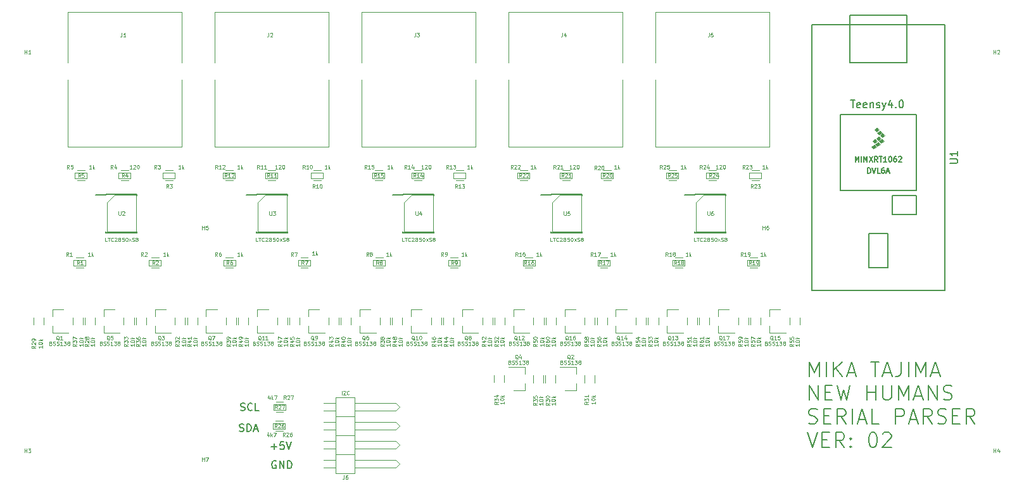
<source format=gbr>
%TF.GenerationSoftware,KiCad,Pcbnew,(5.1.8)-1*%
%TF.CreationDate,2022-08-22T14:52:20-04:00*%
%TF.ProjectId,SerialParser,53657269-616c-4506-9172-7365722e6b69,rev?*%
%TF.SameCoordinates,Original*%
%TF.FileFunction,Legend,Top*%
%TF.FilePolarity,Positive*%
%FSLAX46Y46*%
G04 Gerber Fmt 4.6, Leading zero omitted, Abs format (unit mm)*
G04 Created by KiCad (PCBNEW (5.1.8)-1) date 2022-08-22 14:52:20*
%MOMM*%
%LPD*%
G01*
G04 APERTURE LIST*
%ADD10C,0.150000*%
%ADD11C,0.120000*%
%ADD12C,0.100000*%
%ADD13C,0.075000*%
G04 APERTURE END LIST*
D10*
X130230714Y-130706761D02*
X130373571Y-130754380D01*
X130611666Y-130754380D01*
X130706904Y-130706761D01*
X130754523Y-130659142D01*
X130802142Y-130563904D01*
X130802142Y-130468666D01*
X130754523Y-130373428D01*
X130706904Y-130325809D01*
X130611666Y-130278190D01*
X130421190Y-130230571D01*
X130325952Y-130182952D01*
X130278333Y-130135333D01*
X130230714Y-130040095D01*
X130230714Y-129944857D01*
X130278333Y-129849619D01*
X130325952Y-129802000D01*
X130421190Y-129754380D01*
X130659285Y-129754380D01*
X130802142Y-129802000D01*
X131230714Y-130754380D02*
X131230714Y-129754380D01*
X131468809Y-129754380D01*
X131611666Y-129802000D01*
X131706904Y-129897238D01*
X131754523Y-129992476D01*
X131802142Y-130182952D01*
X131802142Y-130325809D01*
X131754523Y-130516285D01*
X131706904Y-130611523D01*
X131611666Y-130706761D01*
X131468809Y-130754380D01*
X131230714Y-130754380D01*
X132183095Y-130468666D02*
X132659285Y-130468666D01*
X132087857Y-130754380D02*
X132421190Y-129754380D01*
X132754523Y-130754380D01*
X130381523Y-127912761D02*
X130524380Y-127960380D01*
X130762476Y-127960380D01*
X130857714Y-127912761D01*
X130905333Y-127865142D01*
X130952952Y-127769904D01*
X130952952Y-127674666D01*
X130905333Y-127579428D01*
X130857714Y-127531809D01*
X130762476Y-127484190D01*
X130572000Y-127436571D01*
X130476761Y-127388952D01*
X130429142Y-127341333D01*
X130381523Y-127246095D01*
X130381523Y-127150857D01*
X130429142Y-127055619D01*
X130476761Y-127008000D01*
X130572000Y-126960380D01*
X130810095Y-126960380D01*
X130952952Y-127008000D01*
X131952952Y-127865142D02*
X131905333Y-127912761D01*
X131762476Y-127960380D01*
X131667238Y-127960380D01*
X131524380Y-127912761D01*
X131429142Y-127817523D01*
X131381523Y-127722285D01*
X131333904Y-127531809D01*
X131333904Y-127388952D01*
X131381523Y-127198476D01*
X131429142Y-127103238D01*
X131524380Y-127008000D01*
X131667238Y-126960380D01*
X131762476Y-126960380D01*
X131905333Y-127008000D01*
X131952952Y-127055619D01*
X132857714Y-127960380D02*
X132381523Y-127960380D01*
X132381523Y-126960380D01*
X134477285Y-132786428D02*
X135239190Y-132786428D01*
X134858238Y-133167380D02*
X134858238Y-132405476D01*
X136191571Y-132167380D02*
X135715380Y-132167380D01*
X135667761Y-132643571D01*
X135715380Y-132595952D01*
X135810619Y-132548333D01*
X136048714Y-132548333D01*
X136143952Y-132595952D01*
X136191571Y-132643571D01*
X136239190Y-132738809D01*
X136239190Y-132976904D01*
X136191571Y-133072142D01*
X136143952Y-133119761D01*
X136048714Y-133167380D01*
X135810619Y-133167380D01*
X135715380Y-133119761D01*
X135667761Y-133072142D01*
X136524904Y-132167380D02*
X136858238Y-133167380D01*
X137191571Y-132167380D01*
X135128095Y-134755000D02*
X135032857Y-134707380D01*
X134890000Y-134707380D01*
X134747142Y-134755000D01*
X134651904Y-134850238D01*
X134604285Y-134945476D01*
X134556666Y-135135952D01*
X134556666Y-135278809D01*
X134604285Y-135469285D01*
X134651904Y-135564523D01*
X134747142Y-135659761D01*
X134890000Y-135707380D01*
X134985238Y-135707380D01*
X135128095Y-135659761D01*
X135175714Y-135612142D01*
X135175714Y-135278809D01*
X134985238Y-135278809D01*
X135604285Y-135707380D02*
X135604285Y-134707380D01*
X136175714Y-135707380D01*
X136175714Y-134707380D01*
X136651904Y-135707380D02*
X136651904Y-134707380D01*
X136890000Y-134707380D01*
X137032857Y-134755000D01*
X137128095Y-134850238D01*
X137175714Y-134945476D01*
X137223333Y-135135952D01*
X137223333Y-135278809D01*
X137175714Y-135469285D01*
X137128095Y-135564523D01*
X137032857Y-135659761D01*
X136890000Y-135707380D01*
X136651904Y-135707380D01*
X206440690Y-123433761D02*
X206440690Y-121433761D01*
X207107357Y-122862333D01*
X207774023Y-121433761D01*
X207774023Y-123433761D01*
X208726404Y-123433761D02*
X208726404Y-121433761D01*
X209678785Y-123433761D02*
X209678785Y-121433761D01*
X210821642Y-123433761D02*
X209964500Y-122290904D01*
X210821642Y-121433761D02*
X209678785Y-122576619D01*
X211583547Y-122862333D02*
X212535928Y-122862333D01*
X211393071Y-123433761D02*
X212059738Y-121433761D01*
X212726404Y-123433761D01*
X214631166Y-121433761D02*
X215774023Y-121433761D01*
X215202595Y-123433761D02*
X215202595Y-121433761D01*
X216345452Y-122862333D02*
X217297833Y-122862333D01*
X216154976Y-123433761D02*
X216821642Y-121433761D01*
X217488309Y-123433761D01*
X218726404Y-121433761D02*
X218726404Y-122862333D01*
X218631166Y-123148047D01*
X218440690Y-123338523D01*
X218154976Y-123433761D01*
X217964500Y-123433761D01*
X219678785Y-123433761D02*
X219678785Y-121433761D01*
X220631166Y-123433761D02*
X220631166Y-121433761D01*
X221297833Y-122862333D01*
X221964500Y-121433761D01*
X221964500Y-123433761D01*
X222821642Y-122862333D02*
X223774023Y-122862333D01*
X222631166Y-123433761D02*
X223297833Y-121433761D01*
X223964500Y-123433761D01*
X206440690Y-126583761D02*
X206440690Y-124583761D01*
X207583547Y-126583761D01*
X207583547Y-124583761D01*
X208535928Y-125536142D02*
X209202595Y-125536142D01*
X209488309Y-126583761D02*
X208535928Y-126583761D01*
X208535928Y-124583761D01*
X209488309Y-124583761D01*
X210154976Y-124583761D02*
X210631166Y-126583761D01*
X211012119Y-125155190D01*
X211393071Y-126583761D01*
X211869261Y-124583761D01*
X214154976Y-126583761D02*
X214154976Y-124583761D01*
X214154976Y-125536142D02*
X215297833Y-125536142D01*
X215297833Y-126583761D02*
X215297833Y-124583761D01*
X216250214Y-124583761D02*
X216250214Y-126202809D01*
X216345452Y-126393285D01*
X216440690Y-126488523D01*
X216631166Y-126583761D01*
X217012119Y-126583761D01*
X217202595Y-126488523D01*
X217297833Y-126393285D01*
X217393071Y-126202809D01*
X217393071Y-124583761D01*
X218345452Y-126583761D02*
X218345452Y-124583761D01*
X219012119Y-126012333D01*
X219678785Y-124583761D01*
X219678785Y-126583761D01*
X220535928Y-126012333D02*
X221488309Y-126012333D01*
X220345452Y-126583761D02*
X221012119Y-124583761D01*
X221678785Y-126583761D01*
X222345452Y-126583761D02*
X222345452Y-124583761D01*
X223488309Y-126583761D01*
X223488309Y-124583761D01*
X224345452Y-126488523D02*
X224631166Y-126583761D01*
X225107357Y-126583761D01*
X225297833Y-126488523D01*
X225393071Y-126393285D01*
X225488309Y-126202809D01*
X225488309Y-126012333D01*
X225393071Y-125821857D01*
X225297833Y-125726619D01*
X225107357Y-125631380D01*
X224726404Y-125536142D01*
X224535928Y-125440904D01*
X224440690Y-125345666D01*
X224345452Y-125155190D01*
X224345452Y-124964714D01*
X224440690Y-124774238D01*
X224535928Y-124679000D01*
X224726404Y-124583761D01*
X225202595Y-124583761D01*
X225488309Y-124679000D01*
X206345452Y-129638523D02*
X206631166Y-129733761D01*
X207107357Y-129733761D01*
X207297833Y-129638523D01*
X207393071Y-129543285D01*
X207488309Y-129352809D01*
X207488309Y-129162333D01*
X207393071Y-128971857D01*
X207297833Y-128876619D01*
X207107357Y-128781380D01*
X206726404Y-128686142D01*
X206535928Y-128590904D01*
X206440690Y-128495666D01*
X206345452Y-128305190D01*
X206345452Y-128114714D01*
X206440690Y-127924238D01*
X206535928Y-127829000D01*
X206726404Y-127733761D01*
X207202595Y-127733761D01*
X207488309Y-127829000D01*
X208345452Y-128686142D02*
X209012119Y-128686142D01*
X209297833Y-129733761D02*
X208345452Y-129733761D01*
X208345452Y-127733761D01*
X209297833Y-127733761D01*
X211297833Y-129733761D02*
X210631166Y-128781380D01*
X210154976Y-129733761D02*
X210154976Y-127733761D01*
X210916880Y-127733761D01*
X211107357Y-127829000D01*
X211202595Y-127924238D01*
X211297833Y-128114714D01*
X211297833Y-128400428D01*
X211202595Y-128590904D01*
X211107357Y-128686142D01*
X210916880Y-128781380D01*
X210154976Y-128781380D01*
X212154976Y-129733761D02*
X212154976Y-127733761D01*
X213012119Y-129162333D02*
X213964500Y-129162333D01*
X212821642Y-129733761D02*
X213488309Y-127733761D01*
X214154976Y-129733761D01*
X215774023Y-129733761D02*
X214821642Y-129733761D01*
X214821642Y-127733761D01*
X217964500Y-129733761D02*
X217964500Y-127733761D01*
X218726404Y-127733761D01*
X218916880Y-127829000D01*
X219012119Y-127924238D01*
X219107357Y-128114714D01*
X219107357Y-128400428D01*
X219012119Y-128590904D01*
X218916880Y-128686142D01*
X218726404Y-128781380D01*
X217964500Y-128781380D01*
X219869261Y-129162333D02*
X220821642Y-129162333D01*
X219678785Y-129733761D02*
X220345452Y-127733761D01*
X221012119Y-129733761D01*
X222821642Y-129733761D02*
X222154976Y-128781380D01*
X221678785Y-129733761D02*
X221678785Y-127733761D01*
X222440690Y-127733761D01*
X222631166Y-127829000D01*
X222726404Y-127924238D01*
X222821642Y-128114714D01*
X222821642Y-128400428D01*
X222726404Y-128590904D01*
X222631166Y-128686142D01*
X222440690Y-128781380D01*
X221678785Y-128781380D01*
X223583547Y-129638523D02*
X223869261Y-129733761D01*
X224345452Y-129733761D01*
X224535928Y-129638523D01*
X224631166Y-129543285D01*
X224726404Y-129352809D01*
X224726404Y-129162333D01*
X224631166Y-128971857D01*
X224535928Y-128876619D01*
X224345452Y-128781380D01*
X223964500Y-128686142D01*
X223774023Y-128590904D01*
X223678785Y-128495666D01*
X223583547Y-128305190D01*
X223583547Y-128114714D01*
X223678785Y-127924238D01*
X223774023Y-127829000D01*
X223964500Y-127733761D01*
X224440690Y-127733761D01*
X224726404Y-127829000D01*
X225583547Y-128686142D02*
X226250214Y-128686142D01*
X226535928Y-129733761D02*
X225583547Y-129733761D01*
X225583547Y-127733761D01*
X226535928Y-127733761D01*
X228535928Y-129733761D02*
X227869261Y-128781380D01*
X227393071Y-129733761D02*
X227393071Y-127733761D01*
X228154976Y-127733761D01*
X228345452Y-127829000D01*
X228440690Y-127924238D01*
X228535928Y-128114714D01*
X228535928Y-128400428D01*
X228440690Y-128590904D01*
X228345452Y-128686142D01*
X228154976Y-128781380D01*
X227393071Y-128781380D01*
X206154976Y-130883761D02*
X206821642Y-132883761D01*
X207488309Y-130883761D01*
X208154976Y-131836142D02*
X208821642Y-131836142D01*
X209107357Y-132883761D02*
X208154976Y-132883761D01*
X208154976Y-130883761D01*
X209107357Y-130883761D01*
X211107357Y-132883761D02*
X210440690Y-131931380D01*
X209964500Y-132883761D02*
X209964500Y-130883761D01*
X210726404Y-130883761D01*
X210916880Y-130979000D01*
X211012119Y-131074238D01*
X211107357Y-131264714D01*
X211107357Y-131550428D01*
X211012119Y-131740904D01*
X210916880Y-131836142D01*
X210726404Y-131931380D01*
X209964500Y-131931380D01*
X211964500Y-132693285D02*
X212059738Y-132788523D01*
X211964500Y-132883761D01*
X211869261Y-132788523D01*
X211964500Y-132693285D01*
X211964500Y-132883761D01*
X211964500Y-131645666D02*
X212059738Y-131740904D01*
X211964500Y-131836142D01*
X211869261Y-131740904D01*
X211964500Y-131645666D01*
X211964500Y-131836142D01*
X214821642Y-130883761D02*
X215012119Y-130883761D01*
X215202595Y-130979000D01*
X215297833Y-131074238D01*
X215393071Y-131264714D01*
X215488309Y-131645666D01*
X215488309Y-132121857D01*
X215393071Y-132502809D01*
X215297833Y-132693285D01*
X215202595Y-132788523D01*
X215012119Y-132883761D01*
X214821642Y-132883761D01*
X214631166Y-132788523D01*
X214535928Y-132693285D01*
X214440690Y-132502809D01*
X214345452Y-132121857D01*
X214345452Y-131645666D01*
X214440690Y-131264714D01*
X214535928Y-131074238D01*
X214631166Y-130979000D01*
X214821642Y-130883761D01*
X216250214Y-131074238D02*
X216345452Y-130979000D01*
X216535928Y-130883761D01*
X217012119Y-130883761D01*
X217202595Y-130979000D01*
X217297833Y-131074238D01*
X217393071Y-131264714D01*
X217393071Y-131455190D01*
X217297833Y-131740904D01*
X216154976Y-132883761D01*
X217393071Y-132883761D01*
D11*
%TO.C,Q17*%
X194251160Y-114419000D02*
X195711160Y-114419000D01*
X194251160Y-117579000D02*
X196411160Y-117579000D01*
X194251160Y-117579000D02*
X194251160Y-116649000D01*
X194251160Y-114419000D02*
X194251160Y-115349000D01*
%TO.C,Q16*%
X173707574Y-114419000D02*
X175167574Y-114419000D01*
X173707574Y-117579000D02*
X175867574Y-117579000D01*
X173707574Y-117579000D02*
X173707574Y-116649000D01*
X173707574Y-114419000D02*
X173707574Y-115349000D01*
%TO.C,Q15*%
X201099022Y-114419000D02*
X202559022Y-114419000D01*
X201099022Y-117579000D02*
X203259022Y-117579000D01*
X201099022Y-117579000D02*
X201099022Y-116649000D01*
X201099022Y-114419000D02*
X201099022Y-115349000D01*
%TO.C,Q14*%
X180555436Y-114419000D02*
X182015436Y-114419000D01*
X180555436Y-117579000D02*
X182715436Y-117579000D01*
X180555436Y-117579000D02*
X180555436Y-116649000D01*
X180555436Y-114419000D02*
X180555436Y-115349000D01*
%TO.C,Q13*%
X187403298Y-114419000D02*
X188863298Y-114419000D01*
X187403298Y-117579000D02*
X189563298Y-117579000D01*
X187403298Y-117579000D02*
X187403298Y-116649000D01*
X187403298Y-114419000D02*
X187403298Y-115349000D01*
%TO.C,Q12*%
X166859712Y-114419000D02*
X168319712Y-114419000D01*
X166859712Y-117579000D02*
X169019712Y-117579000D01*
X166859712Y-117579000D02*
X166859712Y-116649000D01*
X166859712Y-114419000D02*
X166859712Y-115349000D01*
%TO.C,Q11*%
X132620402Y-114419000D02*
X134080402Y-114419000D01*
X132620402Y-117579000D02*
X134780402Y-117579000D01*
X132620402Y-117579000D02*
X132620402Y-116649000D01*
X132620402Y-114419000D02*
X132620402Y-115349000D01*
%TO.C,Q10*%
X153163988Y-114419000D02*
X154623988Y-114419000D01*
X153163988Y-117579000D02*
X155323988Y-117579000D01*
X153163988Y-117579000D02*
X153163988Y-116649000D01*
X153163988Y-114419000D02*
X153163988Y-115349000D01*
%TO.C,Q9*%
X139468264Y-114419000D02*
X140928264Y-114419000D01*
X139468264Y-117579000D02*
X141628264Y-117579000D01*
X139468264Y-117579000D02*
X139468264Y-116649000D01*
X139468264Y-114419000D02*
X139468264Y-115349000D01*
%TO.C,Q8*%
X160011850Y-114419000D02*
X161471850Y-114419000D01*
X160011850Y-117579000D02*
X162171850Y-117579000D01*
X160011850Y-117579000D02*
X160011850Y-116649000D01*
X160011850Y-114419000D02*
X160011850Y-115349000D01*
%TO.C,Q7*%
X125772540Y-114419000D02*
X127232540Y-114419000D01*
X125772540Y-117579000D02*
X127932540Y-117579000D01*
X125772540Y-117579000D02*
X125772540Y-116649000D01*
X125772540Y-114419000D02*
X125772540Y-115349000D01*
%TO.C,Q6*%
X146316126Y-114419000D02*
X147776126Y-114419000D01*
X146316126Y-117579000D02*
X148476126Y-117579000D01*
X146316126Y-117579000D02*
X146316126Y-116649000D01*
X146316126Y-114419000D02*
X146316126Y-115349000D01*
%TO.C,Q5*%
X112076816Y-114419000D02*
X113536816Y-114419000D01*
X112076816Y-117579000D02*
X114236816Y-117579000D01*
X112076816Y-117579000D02*
X112076816Y-116649000D01*
X112076816Y-114419000D02*
X112076816Y-115349000D01*
%TO.C,Q4*%
X168384000Y-125278000D02*
X166924000Y-125278000D01*
X168384000Y-122118000D02*
X166224000Y-122118000D01*
X168384000Y-122118000D02*
X168384000Y-123048000D01*
X168384000Y-125278000D02*
X168384000Y-124348000D01*
%TO.C,Q3*%
X118924678Y-114419000D02*
X120384678Y-114419000D01*
X118924678Y-117579000D02*
X121084678Y-117579000D01*
X118924678Y-117579000D02*
X118924678Y-116649000D01*
X118924678Y-114419000D02*
X118924678Y-115349000D01*
%TO.C,Q2*%
X175242000Y-125278000D02*
X173782000Y-125278000D01*
X175242000Y-122118000D02*
X173082000Y-122118000D01*
X175242000Y-122118000D02*
X175242000Y-123048000D01*
X175242000Y-125278000D02*
X175242000Y-124348000D01*
%TO.C,Q1*%
X105228954Y-114419000D02*
X106688954Y-114419000D01*
X105228954Y-117579000D02*
X107388954Y-117579000D01*
X105228954Y-117579000D02*
X105228954Y-116649000D01*
X105228954Y-114419000D02*
X105228954Y-115349000D01*
D10*
%TO.C,U1*%
X211836000Y-76327000D02*
X211836000Y-75057000D01*
X211836000Y-75057000D02*
X219456000Y-75057000D01*
X219456000Y-75057000D02*
X219456000Y-76327000D01*
X211836000Y-81407000D02*
X219456000Y-81407000D01*
X219456000Y-81407000D02*
X219456000Y-76327000D01*
X211836000Y-81407000D02*
X211836000Y-76327000D01*
X216916000Y-108839000D02*
X214376000Y-108839000D01*
X214376000Y-108839000D02*
X214376000Y-104267000D01*
X214376000Y-104267000D02*
X216916000Y-104267000D01*
X216916000Y-104267000D02*
X216916000Y-108839000D01*
X210566000Y-98552000D02*
X220726000Y-98552000D01*
X220726000Y-88392000D02*
X210566000Y-88392000D01*
X220726000Y-98552000D02*
X220726000Y-88392000D01*
X210566000Y-98552000D02*
X210566000Y-88392000D01*
X224536000Y-76327000D02*
X224536000Y-111887000D01*
X224536000Y-111887000D02*
X206756000Y-111887000D01*
X206756000Y-111887000D02*
X206756000Y-76327000D01*
X206756000Y-76327000D02*
X224536000Y-76327000D01*
X220726000Y-99187000D02*
X220726000Y-101727000D01*
X220726000Y-101727000D02*
X217551000Y-101727000D01*
X217551000Y-101727000D02*
X217551000Y-99187000D01*
X217551000Y-99187000D02*
X220726000Y-99187000D01*
D12*
G36*
X216281000Y-90932000D02*
G01*
X216535000Y-91186000D01*
X216154000Y-91440000D01*
X215900000Y-91186000D01*
X216281000Y-90932000D01*
G37*
X216281000Y-90932000D02*
X216535000Y-91186000D01*
X216154000Y-91440000D01*
X215900000Y-91186000D01*
X216281000Y-90932000D01*
G36*
X215773000Y-91313000D02*
G01*
X216027000Y-91567000D01*
X215646000Y-91821000D01*
X215392000Y-91567000D01*
X215773000Y-91313000D01*
G37*
X215773000Y-91313000D02*
X216027000Y-91567000D01*
X215646000Y-91821000D01*
X215392000Y-91567000D01*
X215773000Y-91313000D01*
G36*
X215265000Y-91694000D02*
G01*
X215519000Y-91948000D01*
X215138000Y-92202000D01*
X214884000Y-91948000D01*
X215265000Y-91694000D01*
G37*
X215265000Y-91694000D02*
X215519000Y-91948000D01*
X215138000Y-92202000D01*
X214884000Y-91948000D01*
X215265000Y-91694000D01*
G36*
X216154000Y-91694000D02*
G01*
X216408000Y-91948000D01*
X216027000Y-92202000D01*
X215773000Y-91948000D01*
X216154000Y-91694000D01*
G37*
X216154000Y-91694000D02*
X216408000Y-91948000D01*
X216027000Y-92202000D01*
X215773000Y-91948000D01*
X216154000Y-91694000D01*
G36*
X215646000Y-92075000D02*
G01*
X215900000Y-92329000D01*
X215519000Y-92583000D01*
X215265000Y-92329000D01*
X215646000Y-92075000D01*
G37*
X215646000Y-92075000D02*
X215900000Y-92329000D01*
X215519000Y-92583000D01*
X215265000Y-92329000D01*
X215646000Y-92075000D01*
G36*
X215138000Y-92456000D02*
G01*
X215392000Y-92710000D01*
X215011000Y-92964000D01*
X214757000Y-92710000D01*
X215138000Y-92456000D01*
G37*
X215138000Y-92456000D02*
X215392000Y-92710000D01*
X215011000Y-92964000D01*
X214757000Y-92710000D01*
X215138000Y-92456000D01*
G36*
X215900000Y-90551000D02*
G01*
X216154000Y-90805000D01*
X215773000Y-91059000D01*
X215519000Y-90805000D01*
X215900000Y-90551000D01*
G37*
X215900000Y-90551000D02*
X216154000Y-90805000D01*
X215773000Y-91059000D01*
X215519000Y-90805000D01*
X215900000Y-90551000D01*
G36*
X215519000Y-90170000D02*
G01*
X215773000Y-90424000D01*
X215392000Y-90678000D01*
X215138000Y-90424000D01*
X215519000Y-90170000D01*
G37*
X215519000Y-90170000D02*
X215773000Y-90424000D01*
X215392000Y-90678000D01*
X215138000Y-90424000D01*
X215519000Y-90170000D01*
D11*
%TO.C,R61*%
X191720206Y-116494000D02*
X191720206Y-115494000D01*
X193080206Y-115494000D02*
X193080206Y-116494000D01*
%TO.C,R60*%
X171176620Y-116494000D02*
X171176620Y-115494000D01*
X172536620Y-115494000D02*
X172536620Y-116494000D01*
%TO.C,R59*%
X198302114Y-115504000D02*
X198302114Y-116504000D01*
X196942114Y-116504000D02*
X196942114Y-115504000D01*
%TO.C,R58*%
X177758528Y-115504000D02*
X177758528Y-116504000D01*
X176398528Y-116504000D02*
X176398528Y-115504000D01*
%TO.C,R57*%
X198568068Y-116494000D02*
X198568068Y-115494000D01*
X199928068Y-115494000D02*
X199928068Y-116494000D01*
%TO.C,R56*%
X178024482Y-116494000D02*
X178024482Y-115494000D01*
X179384482Y-115494000D02*
X179384482Y-116494000D01*
%TO.C,R55*%
X205150000Y-115504000D02*
X205150000Y-116504000D01*
X203790000Y-116504000D02*
X203790000Y-115504000D01*
%TO.C,R54*%
X184606390Y-115504000D02*
X184606390Y-116504000D01*
X183246390Y-116504000D02*
X183246390Y-115504000D01*
%TO.C,R53*%
X184872344Y-116494000D02*
X184872344Y-115494000D01*
X186232344Y-115494000D02*
X186232344Y-116494000D01*
%TO.C,R52*%
X164328758Y-116494000D02*
X164328758Y-115494000D01*
X165688758Y-115494000D02*
X165688758Y-116494000D01*
%TO.C,R51*%
X191454252Y-115504000D02*
X191454252Y-116504000D01*
X190094252Y-116504000D02*
X190094252Y-115504000D01*
%TO.C,R50*%
X170910666Y-115504000D02*
X170910666Y-116504000D01*
X169550666Y-116504000D02*
X169550666Y-115504000D01*
%TO.C,R49*%
X130089448Y-116494000D02*
X130089448Y-115494000D01*
X131449448Y-115494000D02*
X131449448Y-116494000D01*
%TO.C,R48*%
X150633034Y-116494000D02*
X150633034Y-115494000D01*
X151993034Y-115494000D02*
X151993034Y-116494000D01*
%TO.C,R47*%
X136671356Y-115504000D02*
X136671356Y-116504000D01*
X135311356Y-116504000D02*
X135311356Y-115504000D01*
%TO.C,R46*%
X157214942Y-115504000D02*
X157214942Y-116504000D01*
X155854942Y-116504000D02*
X155854942Y-115504000D01*
%TO.C,R45*%
X136937310Y-116494000D02*
X136937310Y-115494000D01*
X138297310Y-115494000D02*
X138297310Y-116494000D01*
%TO.C,R44*%
X157480896Y-116494000D02*
X157480896Y-115494000D01*
X158840896Y-115494000D02*
X158840896Y-116494000D01*
%TO.C,R43*%
X143519218Y-115504000D02*
X143519218Y-116504000D01*
X142159218Y-116504000D02*
X142159218Y-115504000D01*
%TO.C,R42*%
X164062804Y-115504000D02*
X164062804Y-116504000D01*
X162702804Y-116504000D02*
X162702804Y-115504000D01*
%TO.C,R41*%
X123241586Y-116494000D02*
X123241586Y-115494000D01*
X124601586Y-115494000D02*
X124601586Y-116494000D01*
%TO.C,R40*%
X143785172Y-116494000D02*
X143785172Y-115494000D01*
X145145172Y-115494000D02*
X145145172Y-116494000D01*
%TO.C,R39*%
X129823494Y-115504000D02*
X129823494Y-116504000D01*
X128463494Y-116504000D02*
X128463494Y-115504000D01*
%TO.C,R38*%
X150367080Y-115504000D02*
X150367080Y-116504000D01*
X149007080Y-116504000D02*
X149007080Y-115504000D01*
%TO.C,R37*%
X109545862Y-116494000D02*
X109545862Y-115494000D01*
X110905862Y-115494000D02*
X110905862Y-116494000D01*
%TO.C,R36*%
X116127770Y-115504000D02*
X116127770Y-116504000D01*
X114767770Y-116504000D02*
X114767770Y-115504000D01*
%TO.C,R35*%
X170860000Y-123282000D02*
X170860000Y-124282000D01*
X169500000Y-124282000D02*
X169500000Y-123282000D01*
%TO.C,R34*%
X164293000Y-124198000D02*
X164293000Y-123198000D01*
X165653000Y-123198000D02*
X165653000Y-124198000D01*
%TO.C,R33*%
X116393724Y-116494000D02*
X116393724Y-115494000D01*
X117753724Y-115494000D02*
X117753724Y-116494000D01*
%TO.C,R32*%
X122975632Y-115504000D02*
X122975632Y-116504000D01*
X121615632Y-116504000D02*
X121615632Y-115504000D01*
%TO.C,R31*%
X177718000Y-123282000D02*
X177718000Y-124282000D01*
X176358000Y-124282000D02*
X176358000Y-123282000D01*
%TO.C,R30*%
X171151000Y-124282000D02*
X171151000Y-123282000D01*
X172511000Y-123282000D02*
X172511000Y-124282000D01*
%TO.C,R29*%
X102698000Y-116494000D02*
X102698000Y-115494000D01*
X104058000Y-115494000D02*
X104058000Y-116494000D01*
%TO.C,R28*%
X109279908Y-115504000D02*
X109279908Y-116504000D01*
X107919908Y-116504000D02*
X107919908Y-115504000D01*
D12*
%TO.C,R27*%
X136393000Y-127108000D02*
X136393000Y-127908000D01*
X134793000Y-127108000D02*
X136393000Y-127108000D01*
X134793000Y-127908000D02*
X134793000Y-127108000D01*
X136393000Y-127908000D02*
X134793000Y-127908000D01*
D11*
X135093000Y-126828000D02*
X136093000Y-126828000D01*
X136093000Y-128188000D02*
X135093000Y-128188000D01*
D12*
%TO.C,R26*%
X136352000Y-129648000D02*
X136352000Y-130448000D01*
X134752000Y-129648000D02*
X136352000Y-129648000D01*
X134752000Y-130448000D02*
X134752000Y-129648000D01*
X136352000Y-130448000D02*
X134752000Y-130448000D01*
D11*
X135052000Y-129368000D02*
X136052000Y-129368000D01*
X136052000Y-130728000D02*
X135052000Y-130728000D01*
%TO.C,J6*%
X151130000Y-134620000D02*
X151638000Y-135128000D01*
X151130000Y-135636000D02*
X145608000Y-135636000D01*
X151638000Y-135128000D02*
X151130000Y-135636000D01*
X145608000Y-134620000D02*
X151130000Y-134620000D01*
X151130000Y-132080000D02*
X151638000Y-132588000D01*
X151130000Y-133096000D02*
X145608000Y-133096000D01*
X151638000Y-132588000D02*
X151130000Y-133096000D01*
X145608000Y-132080000D02*
X151130000Y-132080000D01*
X151130000Y-129540000D02*
X151638000Y-130048000D01*
X151130000Y-130556000D02*
X145608000Y-130556000D01*
X151638000Y-130048000D02*
X151130000Y-130556000D01*
X145608000Y-129540000D02*
X151130000Y-129540000D01*
X151130000Y-128016000D02*
X145608000Y-128016000D01*
X151638000Y-127508000D02*
X151130000Y-128016000D01*
X151130000Y-127000000D02*
X151638000Y-127508000D01*
X145608000Y-127000000D02*
X151130000Y-127000000D01*
X141478000Y-135636000D02*
X143002000Y-135636000D01*
X141478000Y-134620000D02*
X143002000Y-134620000D01*
X141478000Y-133096000D02*
X143002000Y-133096000D01*
X141478000Y-132080000D02*
X143002000Y-132080000D01*
X141478000Y-130556000D02*
X143002000Y-130556000D01*
X141478000Y-129540000D02*
X143002000Y-129540000D01*
X141478000Y-128016000D02*
X143002000Y-128016000D01*
X141478000Y-127000000D02*
X143002000Y-127000000D01*
X143108000Y-133858000D02*
X145608000Y-133858000D01*
X143108000Y-131318000D02*
X145608000Y-131318000D01*
X143108000Y-128778000D02*
X145608000Y-128778000D01*
X143108000Y-136398000D02*
X143108000Y-126238000D01*
X145608000Y-136398000D02*
X143108000Y-136398000D01*
X145608000Y-126238000D02*
X145608000Y-136398000D01*
X143108000Y-126238000D02*
X145608000Y-126238000D01*
%TO.C,J1*%
X122550000Y-74680000D02*
X107310000Y-74680000D01*
X107310000Y-92710000D02*
X107320000Y-83720000D01*
X107310000Y-92710000D02*
X122550000Y-92710000D01*
X122550000Y-92710000D02*
X122550000Y-83710000D01*
X107320000Y-81380000D02*
X107310000Y-74680000D01*
X122550000Y-81390000D02*
X122550000Y-74680000D01*
D12*
%TO.C,U6*%
X192250000Y-99150000D02*
X195150000Y-99150000D01*
X195150000Y-99150000D02*
X195150000Y-104050000D01*
X195150000Y-104050000D02*
X191250000Y-104050000D01*
X191250000Y-104050000D02*
X191250000Y-100150000D01*
X191250000Y-100150000D02*
X192250000Y-99150000D01*
D10*
X191125000Y-99025000D02*
X191125000Y-99075000D01*
X195275000Y-99025000D02*
X195275000Y-99170000D01*
X195275000Y-104175000D02*
X195275000Y-104030000D01*
X191125000Y-104175000D02*
X191125000Y-104030000D01*
X191125000Y-99025000D02*
X195275000Y-99025000D01*
X191125000Y-104175000D02*
X195275000Y-104175000D01*
X191125000Y-99075000D02*
X189725000Y-99075000D01*
D12*
%TO.C,U5*%
X173040000Y-99150000D02*
X175940000Y-99150000D01*
X175940000Y-99150000D02*
X175940000Y-104050000D01*
X175940000Y-104050000D02*
X172040000Y-104050000D01*
X172040000Y-104050000D02*
X172040000Y-100150000D01*
X172040000Y-100150000D02*
X173040000Y-99150000D01*
D10*
X171915000Y-99025000D02*
X171915000Y-99075000D01*
X176065000Y-99025000D02*
X176065000Y-99170000D01*
X176065000Y-104175000D02*
X176065000Y-104030000D01*
X171915000Y-104175000D02*
X171915000Y-104030000D01*
X171915000Y-99025000D02*
X176065000Y-99025000D01*
X171915000Y-104175000D02*
X176065000Y-104175000D01*
X171915000Y-99075000D02*
X170515000Y-99075000D01*
D12*
%TO.C,U4*%
X153228000Y-99150000D02*
X156128000Y-99150000D01*
X156128000Y-99150000D02*
X156128000Y-104050000D01*
X156128000Y-104050000D02*
X152228000Y-104050000D01*
X152228000Y-104050000D02*
X152228000Y-100150000D01*
X152228000Y-100150000D02*
X153228000Y-99150000D01*
D10*
X152103000Y-99025000D02*
X152103000Y-99075000D01*
X156253000Y-99025000D02*
X156253000Y-99170000D01*
X156253000Y-104175000D02*
X156253000Y-104030000D01*
X152103000Y-104175000D02*
X152103000Y-104030000D01*
X152103000Y-99025000D02*
X156253000Y-99025000D01*
X152103000Y-104175000D02*
X156253000Y-104175000D01*
X152103000Y-99075000D02*
X150703000Y-99075000D01*
D12*
%TO.C,U3*%
X133670000Y-99150000D02*
X136570000Y-99150000D01*
X136570000Y-99150000D02*
X136570000Y-104050000D01*
X136570000Y-104050000D02*
X132670000Y-104050000D01*
X132670000Y-104050000D02*
X132670000Y-100150000D01*
X132670000Y-100150000D02*
X133670000Y-99150000D01*
D10*
X132545000Y-99025000D02*
X132545000Y-99075000D01*
X136695000Y-99025000D02*
X136695000Y-99170000D01*
X136695000Y-104175000D02*
X136695000Y-104030000D01*
X132545000Y-104175000D02*
X132545000Y-104030000D01*
X132545000Y-99025000D02*
X136695000Y-99025000D01*
X132545000Y-104175000D02*
X136695000Y-104175000D01*
X132545000Y-99075000D02*
X131145000Y-99075000D01*
D12*
%TO.C,R25*%
X188930000Y-96120000D02*
X188930000Y-96920000D01*
X187330000Y-96120000D02*
X188930000Y-96120000D01*
X187330000Y-96920000D02*
X187330000Y-96120000D01*
X188930000Y-96920000D02*
X187330000Y-96920000D01*
D11*
X187630000Y-95840000D02*
X188630000Y-95840000D01*
X188630000Y-97200000D02*
X187630000Y-97200000D01*
D12*
%TO.C,R24*%
X194264000Y-96120000D02*
X194264000Y-96920000D01*
X192664000Y-96120000D02*
X194264000Y-96120000D01*
X192664000Y-96920000D02*
X192664000Y-96120000D01*
X194264000Y-96920000D02*
X192664000Y-96920000D01*
D11*
X192964000Y-95840000D02*
X193964000Y-95840000D01*
X193964000Y-97200000D02*
X192964000Y-97200000D01*
D12*
%TO.C,R23*%
X200020000Y-96120000D02*
X200020000Y-96920000D01*
X198420000Y-96120000D02*
X200020000Y-96120000D01*
X198420000Y-96920000D02*
X198420000Y-96120000D01*
X200020000Y-96920000D02*
X198420000Y-96920000D01*
D11*
X198720000Y-95840000D02*
X199720000Y-95840000D01*
X199720000Y-97200000D02*
X198720000Y-97200000D01*
D12*
%TO.C,R22*%
X169032000Y-96120000D02*
X169032000Y-96920000D01*
X167432000Y-96120000D02*
X169032000Y-96120000D01*
X167432000Y-96920000D02*
X167432000Y-96120000D01*
X169032000Y-96920000D02*
X167432000Y-96920000D01*
D11*
X167732000Y-95840000D02*
X168732000Y-95840000D01*
X168732000Y-97200000D02*
X167732000Y-97200000D01*
D12*
%TO.C,R21*%
X174706000Y-96120000D02*
X174706000Y-96920000D01*
X173106000Y-96120000D02*
X174706000Y-96120000D01*
X173106000Y-96920000D02*
X173106000Y-96120000D01*
X174706000Y-96920000D02*
X173106000Y-96920000D01*
D11*
X173406000Y-95840000D02*
X174406000Y-95840000D01*
X174406000Y-97200000D02*
X173406000Y-97200000D01*
D12*
%TO.C,R20*%
X180208000Y-96120000D02*
X180208000Y-96920000D01*
X178608000Y-96120000D02*
X180208000Y-96120000D01*
X178608000Y-96920000D02*
X178608000Y-96120000D01*
X180208000Y-96920000D02*
X178608000Y-96920000D01*
D11*
X178908000Y-95840000D02*
X179908000Y-95840000D01*
X179908000Y-97200000D02*
X178908000Y-97200000D01*
D12*
%TO.C,R19*%
X198166000Y-108604000D02*
X198166000Y-107804000D01*
X199766000Y-108604000D02*
X198166000Y-108604000D01*
X199766000Y-107804000D02*
X199766000Y-108604000D01*
X198166000Y-107804000D02*
X199766000Y-107804000D01*
D11*
X199466000Y-108884000D02*
X198466000Y-108884000D01*
X198466000Y-107524000D02*
X199466000Y-107524000D01*
D12*
%TO.C,R18*%
X188156664Y-108604000D02*
X188156664Y-107804000D01*
X189756664Y-108604000D02*
X188156664Y-108604000D01*
X189756664Y-107804000D02*
X189756664Y-108604000D01*
X188156664Y-107804000D02*
X189756664Y-107804000D01*
D11*
X189456664Y-108884000D02*
X188456664Y-108884000D01*
X188456664Y-107524000D02*
X189456664Y-107524000D01*
D12*
%TO.C,R17*%
X178147331Y-108604000D02*
X178147331Y-107804000D01*
X179747331Y-108604000D02*
X178147331Y-108604000D01*
X179747331Y-107804000D02*
X179747331Y-108604000D01*
X178147331Y-107804000D02*
X179747331Y-107804000D01*
D11*
X179447331Y-108884000D02*
X178447331Y-108884000D01*
X178447331Y-107524000D02*
X179447331Y-107524000D01*
D12*
%TO.C,R16*%
X168137998Y-108604000D02*
X168137998Y-107804000D01*
X169737998Y-108604000D02*
X168137998Y-108604000D01*
X169737998Y-107804000D02*
X169737998Y-108604000D01*
X168137998Y-107804000D02*
X169737998Y-107804000D01*
D11*
X169437998Y-108884000D02*
X168437998Y-108884000D01*
X168437998Y-107524000D02*
X169437998Y-107524000D01*
D12*
%TO.C,R15*%
X149644000Y-96120000D02*
X149644000Y-96920000D01*
X148044000Y-96120000D02*
X149644000Y-96120000D01*
X148044000Y-96920000D02*
X148044000Y-96120000D01*
X149644000Y-96920000D02*
X148044000Y-96920000D01*
D11*
X148344000Y-95840000D02*
X149344000Y-95840000D01*
X149344000Y-97200000D02*
X148344000Y-97200000D01*
D12*
%TO.C,R14*%
X154894000Y-96120000D02*
X154894000Y-96920000D01*
X153294000Y-96120000D02*
X154894000Y-96120000D01*
X153294000Y-96920000D02*
X153294000Y-96120000D01*
X154894000Y-96920000D02*
X153294000Y-96920000D01*
D11*
X153594000Y-95840000D02*
X154594000Y-95840000D01*
X154594000Y-97200000D02*
X153594000Y-97200000D01*
D12*
%TO.C,R13*%
X160482000Y-96120000D02*
X160482000Y-96920000D01*
X158882000Y-96120000D02*
X160482000Y-96120000D01*
X158882000Y-96920000D02*
X158882000Y-96120000D01*
X160482000Y-96920000D02*
X158882000Y-96920000D01*
D11*
X159182000Y-95840000D02*
X160182000Y-95840000D01*
X160182000Y-97200000D02*
X159182000Y-97200000D01*
D12*
%TO.C,R12*%
X129662000Y-96120000D02*
X129662000Y-96920000D01*
X128062000Y-96120000D02*
X129662000Y-96120000D01*
X128062000Y-96920000D02*
X128062000Y-96120000D01*
X129662000Y-96920000D02*
X128062000Y-96920000D01*
D11*
X128362000Y-95840000D02*
X129362000Y-95840000D01*
X129362000Y-97200000D02*
X128362000Y-97200000D01*
D12*
%TO.C,R11*%
X135336000Y-96120000D02*
X135336000Y-96920000D01*
X133736000Y-96120000D02*
X135336000Y-96120000D01*
X133736000Y-96920000D02*
X133736000Y-96120000D01*
X135336000Y-96920000D02*
X133736000Y-96920000D01*
D11*
X134036000Y-95840000D02*
X135036000Y-95840000D01*
X135036000Y-97200000D02*
X134036000Y-97200000D01*
D12*
%TO.C,R10*%
X141432000Y-96120000D02*
X141432000Y-96920000D01*
X139832000Y-96120000D02*
X141432000Y-96120000D01*
X139832000Y-96920000D02*
X139832000Y-96120000D01*
X141432000Y-96920000D02*
X139832000Y-96920000D01*
D11*
X140132000Y-95840000D02*
X141132000Y-95840000D01*
X141132000Y-97200000D02*
X140132000Y-97200000D01*
D12*
%TO.C,R9*%
X158128665Y-108604000D02*
X158128665Y-107804000D01*
X159728665Y-108604000D02*
X158128665Y-108604000D01*
X159728665Y-107804000D02*
X159728665Y-108604000D01*
X158128665Y-107804000D02*
X159728665Y-107804000D01*
D11*
X159428665Y-108884000D02*
X158428665Y-108884000D01*
X158428665Y-107524000D02*
X159428665Y-107524000D01*
D12*
%TO.C,R8*%
X148119332Y-108604000D02*
X148119332Y-107804000D01*
X149719332Y-108604000D02*
X148119332Y-108604000D01*
X149719332Y-107804000D02*
X149719332Y-108604000D01*
X148119332Y-107804000D02*
X149719332Y-107804000D01*
D11*
X149419332Y-108884000D02*
X148419332Y-108884000D01*
X148419332Y-107524000D02*
X149419332Y-107524000D01*
D12*
%TO.C,R7*%
X138109999Y-108604000D02*
X138109999Y-107804000D01*
X139709999Y-108604000D02*
X138109999Y-108604000D01*
X139709999Y-107804000D02*
X139709999Y-108604000D01*
X138109999Y-107804000D02*
X139709999Y-107804000D01*
D11*
X139409999Y-108884000D02*
X138409999Y-108884000D01*
X138409999Y-107524000D02*
X139409999Y-107524000D01*
D12*
%TO.C,R6*%
X128100666Y-108604000D02*
X128100666Y-107804000D01*
X129700666Y-108604000D02*
X128100666Y-108604000D01*
X129700666Y-107804000D02*
X129700666Y-108604000D01*
X128100666Y-107804000D02*
X129700666Y-107804000D01*
D11*
X129400666Y-108884000D02*
X128400666Y-108884000D01*
X128400666Y-107524000D02*
X129400666Y-107524000D01*
%TO.C,J5*%
X201070000Y-74680000D02*
X185830000Y-74680000D01*
X185830000Y-92710000D02*
X185840000Y-83720000D01*
X185830000Y-92710000D02*
X201070000Y-92710000D01*
X201070000Y-92710000D02*
X201070000Y-83710000D01*
X185840000Y-81380000D02*
X185830000Y-74680000D01*
X201070000Y-81390000D02*
X201070000Y-74680000D01*
%TO.C,J4*%
X181440000Y-74680000D02*
X166200000Y-74680000D01*
X166200000Y-92710000D02*
X166210000Y-83720000D01*
X166200000Y-92710000D02*
X181440000Y-92710000D01*
X181440000Y-92710000D02*
X181440000Y-83710000D01*
X166210000Y-81380000D02*
X166200000Y-74680000D01*
X181440000Y-81390000D02*
X181440000Y-74680000D01*
%TO.C,J3*%
X161810000Y-74680000D02*
X146570000Y-74680000D01*
X146570000Y-92710000D02*
X146580000Y-83720000D01*
X146570000Y-92710000D02*
X161810000Y-92710000D01*
X161810000Y-92710000D02*
X161810000Y-83710000D01*
X146580000Y-81380000D02*
X146570000Y-74680000D01*
X161810000Y-81390000D02*
X161810000Y-74680000D01*
%TO.C,J2*%
X142180000Y-74680000D02*
X126940000Y-74680000D01*
X126940000Y-92710000D02*
X126950000Y-83720000D01*
X126940000Y-92710000D02*
X142180000Y-92710000D01*
X142180000Y-92710000D02*
X142180000Y-83710000D01*
X126950000Y-81380000D02*
X126940000Y-74680000D01*
X142180000Y-81390000D02*
X142180000Y-74680000D01*
D12*
%TO.C,U2*%
X113510000Y-99150000D02*
X116410000Y-99150000D01*
X116410000Y-99150000D02*
X116410000Y-104050000D01*
X116410000Y-104050000D02*
X112510000Y-104050000D01*
X112510000Y-104050000D02*
X112510000Y-100150000D01*
X112510000Y-100150000D02*
X113510000Y-99150000D01*
D10*
X112385000Y-99025000D02*
X112385000Y-99075000D01*
X116535000Y-99025000D02*
X116535000Y-99170000D01*
X116535000Y-104175000D02*
X116535000Y-104030000D01*
X112385000Y-104175000D02*
X112385000Y-104030000D01*
X112385000Y-99025000D02*
X116535000Y-99025000D01*
X112385000Y-104175000D02*
X116535000Y-104175000D01*
X112385000Y-99075000D02*
X110985000Y-99075000D01*
D12*
%TO.C,R5*%
X109850000Y-96120000D02*
X109850000Y-96920000D01*
X108250000Y-96120000D02*
X109850000Y-96120000D01*
X108250000Y-96920000D02*
X108250000Y-96120000D01*
X109850000Y-96920000D02*
X108250000Y-96920000D01*
D11*
X108550000Y-95840000D02*
X109550000Y-95840000D01*
X109550000Y-97200000D02*
X108550000Y-97200000D01*
D12*
%TO.C,R4*%
X115692000Y-96120000D02*
X115692000Y-96920000D01*
X114092000Y-96120000D02*
X115692000Y-96120000D01*
X114092000Y-96920000D02*
X114092000Y-96120000D01*
X115692000Y-96920000D02*
X114092000Y-96920000D01*
D11*
X114392000Y-95840000D02*
X115392000Y-95840000D01*
X115392000Y-97200000D02*
X114392000Y-97200000D01*
D12*
%TO.C,R3*%
X121620000Y-96120000D02*
X121620000Y-96920000D01*
X120020000Y-96120000D02*
X121620000Y-96120000D01*
X120020000Y-96920000D02*
X120020000Y-96120000D01*
X121620000Y-96920000D02*
X120020000Y-96920000D01*
D11*
X120320000Y-95840000D02*
X121320000Y-95840000D01*
X121320000Y-97200000D02*
X120320000Y-97200000D01*
D12*
%TO.C,R2*%
X118156000Y-108604000D02*
X118156000Y-107804000D01*
X119756000Y-108604000D02*
X118156000Y-108604000D01*
X119756000Y-107804000D02*
X119756000Y-108604000D01*
X118156000Y-107804000D02*
X119756000Y-107804000D01*
D11*
X119456000Y-108884000D02*
X118456000Y-108884000D01*
X118456000Y-107524000D02*
X119456000Y-107524000D01*
D12*
%TO.C,R1*%
X108082000Y-108604000D02*
X108082000Y-107804000D01*
X109682000Y-108604000D02*
X108082000Y-108604000D01*
X109682000Y-107804000D02*
X109682000Y-108604000D01*
X108082000Y-107804000D02*
X109682000Y-107804000D01*
D11*
X109382000Y-108884000D02*
X108382000Y-108884000D01*
X108382000Y-107524000D02*
X109382000Y-107524000D01*
%TO.C,Q17*%
D13*
X194725445Y-118510809D02*
X194677826Y-118487000D01*
X194630207Y-118439380D01*
X194558779Y-118367952D01*
X194511160Y-118344142D01*
X194463540Y-118344142D01*
X194487350Y-118463190D02*
X194439731Y-118439380D01*
X194392112Y-118391761D01*
X194368302Y-118296523D01*
X194368302Y-118129857D01*
X194392112Y-118034619D01*
X194439731Y-117987000D01*
X194487350Y-117963190D01*
X194582588Y-117963190D01*
X194630207Y-117987000D01*
X194677826Y-118034619D01*
X194701636Y-118129857D01*
X194701636Y-118296523D01*
X194677826Y-118391761D01*
X194630207Y-118439380D01*
X194582588Y-118463190D01*
X194487350Y-118463190D01*
X195177826Y-118463190D02*
X194892112Y-118463190D01*
X195034969Y-118463190D02*
X195034969Y-117963190D01*
X194987350Y-118034619D01*
X194939731Y-118082238D01*
X194892112Y-118106047D01*
X195344493Y-117963190D02*
X195677826Y-117963190D01*
X195463540Y-118463190D01*
X193856398Y-118963285D02*
X193927826Y-118987095D01*
X193951636Y-119010904D01*
X193975445Y-119058523D01*
X193975445Y-119129952D01*
X193951636Y-119177571D01*
X193927826Y-119201380D01*
X193880207Y-119225190D01*
X193689731Y-119225190D01*
X193689731Y-118725190D01*
X193856398Y-118725190D01*
X193904017Y-118749000D01*
X193927826Y-118772809D01*
X193951636Y-118820428D01*
X193951636Y-118868047D01*
X193927826Y-118915666D01*
X193904017Y-118939476D01*
X193856398Y-118963285D01*
X193689731Y-118963285D01*
X194165921Y-119201380D02*
X194237350Y-119225190D01*
X194356398Y-119225190D01*
X194404017Y-119201380D01*
X194427826Y-119177571D01*
X194451636Y-119129952D01*
X194451636Y-119082333D01*
X194427826Y-119034714D01*
X194404017Y-119010904D01*
X194356398Y-118987095D01*
X194261160Y-118963285D01*
X194213540Y-118939476D01*
X194189731Y-118915666D01*
X194165921Y-118868047D01*
X194165921Y-118820428D01*
X194189731Y-118772809D01*
X194213540Y-118749000D01*
X194261160Y-118725190D01*
X194380207Y-118725190D01*
X194451636Y-118749000D01*
X194642112Y-119201380D02*
X194713540Y-119225190D01*
X194832588Y-119225190D01*
X194880207Y-119201380D01*
X194904017Y-119177571D01*
X194927826Y-119129952D01*
X194927826Y-119082333D01*
X194904017Y-119034714D01*
X194880207Y-119010904D01*
X194832588Y-118987095D01*
X194737350Y-118963285D01*
X194689731Y-118939476D01*
X194665921Y-118915666D01*
X194642112Y-118868047D01*
X194642112Y-118820428D01*
X194665921Y-118772809D01*
X194689731Y-118749000D01*
X194737350Y-118725190D01*
X194856398Y-118725190D01*
X194927826Y-118749000D01*
X195404017Y-119225190D02*
X195118302Y-119225190D01*
X195261160Y-119225190D02*
X195261160Y-118725190D01*
X195213540Y-118796619D01*
X195165921Y-118844238D01*
X195118302Y-118868047D01*
X195570683Y-118725190D02*
X195880207Y-118725190D01*
X195713540Y-118915666D01*
X195784969Y-118915666D01*
X195832588Y-118939476D01*
X195856398Y-118963285D01*
X195880207Y-119010904D01*
X195880207Y-119129952D01*
X195856398Y-119177571D01*
X195832588Y-119201380D01*
X195784969Y-119225190D01*
X195642112Y-119225190D01*
X195594493Y-119201380D01*
X195570683Y-119177571D01*
X196165921Y-118939476D02*
X196118302Y-118915666D01*
X196094493Y-118891857D01*
X196070683Y-118844238D01*
X196070683Y-118820428D01*
X196094493Y-118772809D01*
X196118302Y-118749000D01*
X196165921Y-118725190D01*
X196261160Y-118725190D01*
X196308779Y-118749000D01*
X196332588Y-118772809D01*
X196356398Y-118820428D01*
X196356398Y-118844238D01*
X196332588Y-118891857D01*
X196308779Y-118915666D01*
X196261160Y-118939476D01*
X196165921Y-118939476D01*
X196118302Y-118963285D01*
X196094493Y-118987095D01*
X196070683Y-119034714D01*
X196070683Y-119129952D01*
X196094493Y-119177571D01*
X196118302Y-119201380D01*
X196165921Y-119225190D01*
X196261160Y-119225190D01*
X196308779Y-119201380D01*
X196332588Y-119177571D01*
X196356398Y-119129952D01*
X196356398Y-119034714D01*
X196332588Y-118987095D01*
X196308779Y-118963285D01*
X196261160Y-118939476D01*
%TO.C,Q16*%
X174181859Y-118510809D02*
X174134240Y-118487000D01*
X174086621Y-118439380D01*
X174015193Y-118367952D01*
X173967574Y-118344142D01*
X173919954Y-118344142D01*
X173943764Y-118463190D02*
X173896145Y-118439380D01*
X173848526Y-118391761D01*
X173824716Y-118296523D01*
X173824716Y-118129857D01*
X173848526Y-118034619D01*
X173896145Y-117987000D01*
X173943764Y-117963190D01*
X174039002Y-117963190D01*
X174086621Y-117987000D01*
X174134240Y-118034619D01*
X174158050Y-118129857D01*
X174158050Y-118296523D01*
X174134240Y-118391761D01*
X174086621Y-118439380D01*
X174039002Y-118463190D01*
X173943764Y-118463190D01*
X174634240Y-118463190D02*
X174348526Y-118463190D01*
X174491383Y-118463190D02*
X174491383Y-117963190D01*
X174443764Y-118034619D01*
X174396145Y-118082238D01*
X174348526Y-118106047D01*
X175062812Y-117963190D02*
X174967574Y-117963190D01*
X174919954Y-117987000D01*
X174896145Y-118010809D01*
X174848526Y-118082238D01*
X174824716Y-118177476D01*
X174824716Y-118367952D01*
X174848526Y-118415571D01*
X174872335Y-118439380D01*
X174919954Y-118463190D01*
X175015193Y-118463190D01*
X175062812Y-118439380D01*
X175086621Y-118415571D01*
X175110431Y-118367952D01*
X175110431Y-118248904D01*
X175086621Y-118201285D01*
X175062812Y-118177476D01*
X175015193Y-118153666D01*
X174919954Y-118153666D01*
X174872335Y-118177476D01*
X174848526Y-118201285D01*
X174824716Y-118248904D01*
X173312812Y-118963285D02*
X173384240Y-118987095D01*
X173408050Y-119010904D01*
X173431859Y-119058523D01*
X173431859Y-119129952D01*
X173408050Y-119177571D01*
X173384240Y-119201380D01*
X173336621Y-119225190D01*
X173146145Y-119225190D01*
X173146145Y-118725190D01*
X173312812Y-118725190D01*
X173360431Y-118749000D01*
X173384240Y-118772809D01*
X173408050Y-118820428D01*
X173408050Y-118868047D01*
X173384240Y-118915666D01*
X173360431Y-118939476D01*
X173312812Y-118963285D01*
X173146145Y-118963285D01*
X173622335Y-119201380D02*
X173693764Y-119225190D01*
X173812812Y-119225190D01*
X173860431Y-119201380D01*
X173884240Y-119177571D01*
X173908050Y-119129952D01*
X173908050Y-119082333D01*
X173884240Y-119034714D01*
X173860431Y-119010904D01*
X173812812Y-118987095D01*
X173717574Y-118963285D01*
X173669954Y-118939476D01*
X173646145Y-118915666D01*
X173622335Y-118868047D01*
X173622335Y-118820428D01*
X173646145Y-118772809D01*
X173669954Y-118749000D01*
X173717574Y-118725190D01*
X173836621Y-118725190D01*
X173908050Y-118749000D01*
X174098526Y-119201380D02*
X174169954Y-119225190D01*
X174289002Y-119225190D01*
X174336621Y-119201380D01*
X174360431Y-119177571D01*
X174384240Y-119129952D01*
X174384240Y-119082333D01*
X174360431Y-119034714D01*
X174336621Y-119010904D01*
X174289002Y-118987095D01*
X174193764Y-118963285D01*
X174146145Y-118939476D01*
X174122335Y-118915666D01*
X174098526Y-118868047D01*
X174098526Y-118820428D01*
X174122335Y-118772809D01*
X174146145Y-118749000D01*
X174193764Y-118725190D01*
X174312812Y-118725190D01*
X174384240Y-118749000D01*
X174860431Y-119225190D02*
X174574716Y-119225190D01*
X174717574Y-119225190D02*
X174717574Y-118725190D01*
X174669954Y-118796619D01*
X174622335Y-118844238D01*
X174574716Y-118868047D01*
X175027097Y-118725190D02*
X175336621Y-118725190D01*
X175169954Y-118915666D01*
X175241383Y-118915666D01*
X175289002Y-118939476D01*
X175312812Y-118963285D01*
X175336621Y-119010904D01*
X175336621Y-119129952D01*
X175312812Y-119177571D01*
X175289002Y-119201380D01*
X175241383Y-119225190D01*
X175098526Y-119225190D01*
X175050907Y-119201380D01*
X175027097Y-119177571D01*
X175622335Y-118939476D02*
X175574716Y-118915666D01*
X175550907Y-118891857D01*
X175527097Y-118844238D01*
X175527097Y-118820428D01*
X175550907Y-118772809D01*
X175574716Y-118749000D01*
X175622335Y-118725190D01*
X175717574Y-118725190D01*
X175765193Y-118749000D01*
X175789002Y-118772809D01*
X175812812Y-118820428D01*
X175812812Y-118844238D01*
X175789002Y-118891857D01*
X175765193Y-118915666D01*
X175717574Y-118939476D01*
X175622335Y-118939476D01*
X175574716Y-118963285D01*
X175550907Y-118987095D01*
X175527097Y-119034714D01*
X175527097Y-119129952D01*
X175550907Y-119177571D01*
X175574716Y-119201380D01*
X175622335Y-119225190D01*
X175717574Y-119225190D01*
X175765193Y-119201380D01*
X175789002Y-119177571D01*
X175812812Y-119129952D01*
X175812812Y-119034714D01*
X175789002Y-118987095D01*
X175765193Y-118963285D01*
X175717574Y-118939476D01*
%TO.C,Q15*%
X201573307Y-118510809D02*
X201525688Y-118487000D01*
X201478069Y-118439380D01*
X201406641Y-118367952D01*
X201359022Y-118344142D01*
X201311402Y-118344142D01*
X201335212Y-118463190D02*
X201287593Y-118439380D01*
X201239974Y-118391761D01*
X201216164Y-118296523D01*
X201216164Y-118129857D01*
X201239974Y-118034619D01*
X201287593Y-117987000D01*
X201335212Y-117963190D01*
X201430450Y-117963190D01*
X201478069Y-117987000D01*
X201525688Y-118034619D01*
X201549498Y-118129857D01*
X201549498Y-118296523D01*
X201525688Y-118391761D01*
X201478069Y-118439380D01*
X201430450Y-118463190D01*
X201335212Y-118463190D01*
X202025688Y-118463190D02*
X201739974Y-118463190D01*
X201882831Y-118463190D02*
X201882831Y-117963190D01*
X201835212Y-118034619D01*
X201787593Y-118082238D01*
X201739974Y-118106047D01*
X202478069Y-117963190D02*
X202239974Y-117963190D01*
X202216164Y-118201285D01*
X202239974Y-118177476D01*
X202287593Y-118153666D01*
X202406641Y-118153666D01*
X202454260Y-118177476D01*
X202478069Y-118201285D01*
X202501879Y-118248904D01*
X202501879Y-118367952D01*
X202478069Y-118415571D01*
X202454260Y-118439380D01*
X202406641Y-118463190D01*
X202287593Y-118463190D01*
X202239974Y-118439380D01*
X202216164Y-118415571D01*
X200704260Y-118963285D02*
X200775688Y-118987095D01*
X200799498Y-119010904D01*
X200823307Y-119058523D01*
X200823307Y-119129952D01*
X200799498Y-119177571D01*
X200775688Y-119201380D01*
X200728069Y-119225190D01*
X200537593Y-119225190D01*
X200537593Y-118725190D01*
X200704260Y-118725190D01*
X200751879Y-118749000D01*
X200775688Y-118772809D01*
X200799498Y-118820428D01*
X200799498Y-118868047D01*
X200775688Y-118915666D01*
X200751879Y-118939476D01*
X200704260Y-118963285D01*
X200537593Y-118963285D01*
X201013783Y-119201380D02*
X201085212Y-119225190D01*
X201204260Y-119225190D01*
X201251879Y-119201380D01*
X201275688Y-119177571D01*
X201299498Y-119129952D01*
X201299498Y-119082333D01*
X201275688Y-119034714D01*
X201251879Y-119010904D01*
X201204260Y-118987095D01*
X201109022Y-118963285D01*
X201061402Y-118939476D01*
X201037593Y-118915666D01*
X201013783Y-118868047D01*
X201013783Y-118820428D01*
X201037593Y-118772809D01*
X201061402Y-118749000D01*
X201109022Y-118725190D01*
X201228069Y-118725190D01*
X201299498Y-118749000D01*
X201489974Y-119201380D02*
X201561402Y-119225190D01*
X201680450Y-119225190D01*
X201728069Y-119201380D01*
X201751879Y-119177571D01*
X201775688Y-119129952D01*
X201775688Y-119082333D01*
X201751879Y-119034714D01*
X201728069Y-119010904D01*
X201680450Y-118987095D01*
X201585212Y-118963285D01*
X201537593Y-118939476D01*
X201513783Y-118915666D01*
X201489974Y-118868047D01*
X201489974Y-118820428D01*
X201513783Y-118772809D01*
X201537593Y-118749000D01*
X201585212Y-118725190D01*
X201704260Y-118725190D01*
X201775688Y-118749000D01*
X202251879Y-119225190D02*
X201966164Y-119225190D01*
X202109022Y-119225190D02*
X202109022Y-118725190D01*
X202061402Y-118796619D01*
X202013783Y-118844238D01*
X201966164Y-118868047D01*
X202418545Y-118725190D02*
X202728069Y-118725190D01*
X202561402Y-118915666D01*
X202632831Y-118915666D01*
X202680450Y-118939476D01*
X202704260Y-118963285D01*
X202728069Y-119010904D01*
X202728069Y-119129952D01*
X202704260Y-119177571D01*
X202680450Y-119201380D01*
X202632831Y-119225190D01*
X202489974Y-119225190D01*
X202442355Y-119201380D01*
X202418545Y-119177571D01*
X203013783Y-118939476D02*
X202966164Y-118915666D01*
X202942355Y-118891857D01*
X202918545Y-118844238D01*
X202918545Y-118820428D01*
X202942355Y-118772809D01*
X202966164Y-118749000D01*
X203013783Y-118725190D01*
X203109022Y-118725190D01*
X203156641Y-118749000D01*
X203180450Y-118772809D01*
X203204260Y-118820428D01*
X203204260Y-118844238D01*
X203180450Y-118891857D01*
X203156641Y-118915666D01*
X203109022Y-118939476D01*
X203013783Y-118939476D01*
X202966164Y-118963285D01*
X202942355Y-118987095D01*
X202918545Y-119034714D01*
X202918545Y-119129952D01*
X202942355Y-119177571D01*
X202966164Y-119201380D01*
X203013783Y-119225190D01*
X203109022Y-119225190D01*
X203156641Y-119201380D01*
X203180450Y-119177571D01*
X203204260Y-119129952D01*
X203204260Y-119034714D01*
X203180450Y-118987095D01*
X203156641Y-118963285D01*
X203109022Y-118939476D01*
%TO.C,Q14*%
X181070285Y-118510809D02*
X181022666Y-118487000D01*
X180975047Y-118439380D01*
X180903619Y-118367952D01*
X180856000Y-118344142D01*
X180808380Y-118344142D01*
X180832190Y-118463190D02*
X180784571Y-118439380D01*
X180736952Y-118391761D01*
X180713142Y-118296523D01*
X180713142Y-118129857D01*
X180736952Y-118034619D01*
X180784571Y-117987000D01*
X180832190Y-117963190D01*
X180927428Y-117963190D01*
X180975047Y-117987000D01*
X181022666Y-118034619D01*
X181046476Y-118129857D01*
X181046476Y-118296523D01*
X181022666Y-118391761D01*
X180975047Y-118439380D01*
X180927428Y-118463190D01*
X180832190Y-118463190D01*
X181522666Y-118463190D02*
X181236952Y-118463190D01*
X181379809Y-118463190D02*
X181379809Y-117963190D01*
X181332190Y-118034619D01*
X181284571Y-118082238D01*
X181236952Y-118106047D01*
X181951238Y-118129857D02*
X181951238Y-118463190D01*
X181832190Y-117939380D02*
X181713142Y-118296523D01*
X182022666Y-118296523D01*
X180160674Y-118963285D02*
X180232102Y-118987095D01*
X180255912Y-119010904D01*
X180279721Y-119058523D01*
X180279721Y-119129952D01*
X180255912Y-119177571D01*
X180232102Y-119201380D01*
X180184483Y-119225190D01*
X179994007Y-119225190D01*
X179994007Y-118725190D01*
X180160674Y-118725190D01*
X180208293Y-118749000D01*
X180232102Y-118772809D01*
X180255912Y-118820428D01*
X180255912Y-118868047D01*
X180232102Y-118915666D01*
X180208293Y-118939476D01*
X180160674Y-118963285D01*
X179994007Y-118963285D01*
X180470197Y-119201380D02*
X180541626Y-119225190D01*
X180660674Y-119225190D01*
X180708293Y-119201380D01*
X180732102Y-119177571D01*
X180755912Y-119129952D01*
X180755912Y-119082333D01*
X180732102Y-119034714D01*
X180708293Y-119010904D01*
X180660674Y-118987095D01*
X180565436Y-118963285D01*
X180517816Y-118939476D01*
X180494007Y-118915666D01*
X180470197Y-118868047D01*
X180470197Y-118820428D01*
X180494007Y-118772809D01*
X180517816Y-118749000D01*
X180565436Y-118725190D01*
X180684483Y-118725190D01*
X180755912Y-118749000D01*
X180946388Y-119201380D02*
X181017816Y-119225190D01*
X181136864Y-119225190D01*
X181184483Y-119201380D01*
X181208293Y-119177571D01*
X181232102Y-119129952D01*
X181232102Y-119082333D01*
X181208293Y-119034714D01*
X181184483Y-119010904D01*
X181136864Y-118987095D01*
X181041626Y-118963285D01*
X180994007Y-118939476D01*
X180970197Y-118915666D01*
X180946388Y-118868047D01*
X180946388Y-118820428D01*
X180970197Y-118772809D01*
X180994007Y-118749000D01*
X181041626Y-118725190D01*
X181160674Y-118725190D01*
X181232102Y-118749000D01*
X181708293Y-119225190D02*
X181422578Y-119225190D01*
X181565436Y-119225190D02*
X181565436Y-118725190D01*
X181517816Y-118796619D01*
X181470197Y-118844238D01*
X181422578Y-118868047D01*
X181874959Y-118725190D02*
X182184483Y-118725190D01*
X182017816Y-118915666D01*
X182089245Y-118915666D01*
X182136864Y-118939476D01*
X182160674Y-118963285D01*
X182184483Y-119010904D01*
X182184483Y-119129952D01*
X182160674Y-119177571D01*
X182136864Y-119201380D01*
X182089245Y-119225190D01*
X181946388Y-119225190D01*
X181898769Y-119201380D01*
X181874959Y-119177571D01*
X182470197Y-118939476D02*
X182422578Y-118915666D01*
X182398769Y-118891857D01*
X182374959Y-118844238D01*
X182374959Y-118820428D01*
X182398769Y-118772809D01*
X182422578Y-118749000D01*
X182470197Y-118725190D01*
X182565436Y-118725190D01*
X182613055Y-118749000D01*
X182636864Y-118772809D01*
X182660674Y-118820428D01*
X182660674Y-118844238D01*
X182636864Y-118891857D01*
X182613055Y-118915666D01*
X182565436Y-118939476D01*
X182470197Y-118939476D01*
X182422578Y-118963285D01*
X182398769Y-118987095D01*
X182374959Y-119034714D01*
X182374959Y-119129952D01*
X182398769Y-119177571D01*
X182422578Y-119201380D01*
X182470197Y-119225190D01*
X182565436Y-119225190D01*
X182613055Y-119201380D01*
X182636864Y-119177571D01*
X182660674Y-119129952D01*
X182660674Y-119034714D01*
X182636864Y-118987095D01*
X182613055Y-118963285D01*
X182565436Y-118939476D01*
%TO.C,Q13*%
X187877583Y-118510809D02*
X187829964Y-118487000D01*
X187782345Y-118439380D01*
X187710917Y-118367952D01*
X187663298Y-118344142D01*
X187615678Y-118344142D01*
X187639488Y-118463190D02*
X187591869Y-118439380D01*
X187544250Y-118391761D01*
X187520440Y-118296523D01*
X187520440Y-118129857D01*
X187544250Y-118034619D01*
X187591869Y-117987000D01*
X187639488Y-117963190D01*
X187734726Y-117963190D01*
X187782345Y-117987000D01*
X187829964Y-118034619D01*
X187853774Y-118129857D01*
X187853774Y-118296523D01*
X187829964Y-118391761D01*
X187782345Y-118439380D01*
X187734726Y-118463190D01*
X187639488Y-118463190D01*
X188329964Y-118463190D02*
X188044250Y-118463190D01*
X188187107Y-118463190D02*
X188187107Y-117963190D01*
X188139488Y-118034619D01*
X188091869Y-118082238D01*
X188044250Y-118106047D01*
X188496631Y-117963190D02*
X188806155Y-117963190D01*
X188639488Y-118153666D01*
X188710917Y-118153666D01*
X188758536Y-118177476D01*
X188782345Y-118201285D01*
X188806155Y-118248904D01*
X188806155Y-118367952D01*
X188782345Y-118415571D01*
X188758536Y-118439380D01*
X188710917Y-118463190D01*
X188568059Y-118463190D01*
X188520440Y-118439380D01*
X188496631Y-118415571D01*
X187059238Y-118963285D02*
X187130666Y-118987095D01*
X187154476Y-119010904D01*
X187178285Y-119058523D01*
X187178285Y-119129952D01*
X187154476Y-119177571D01*
X187130666Y-119201380D01*
X187083047Y-119225190D01*
X186892571Y-119225190D01*
X186892571Y-118725190D01*
X187059238Y-118725190D01*
X187106857Y-118749000D01*
X187130666Y-118772809D01*
X187154476Y-118820428D01*
X187154476Y-118868047D01*
X187130666Y-118915666D01*
X187106857Y-118939476D01*
X187059238Y-118963285D01*
X186892571Y-118963285D01*
X187368761Y-119201380D02*
X187440190Y-119225190D01*
X187559238Y-119225190D01*
X187606857Y-119201380D01*
X187630666Y-119177571D01*
X187654476Y-119129952D01*
X187654476Y-119082333D01*
X187630666Y-119034714D01*
X187606857Y-119010904D01*
X187559238Y-118987095D01*
X187464000Y-118963285D01*
X187416380Y-118939476D01*
X187392571Y-118915666D01*
X187368761Y-118868047D01*
X187368761Y-118820428D01*
X187392571Y-118772809D01*
X187416380Y-118749000D01*
X187464000Y-118725190D01*
X187583047Y-118725190D01*
X187654476Y-118749000D01*
X187844952Y-119201380D02*
X187916380Y-119225190D01*
X188035428Y-119225190D01*
X188083047Y-119201380D01*
X188106857Y-119177571D01*
X188130666Y-119129952D01*
X188130666Y-119082333D01*
X188106857Y-119034714D01*
X188083047Y-119010904D01*
X188035428Y-118987095D01*
X187940190Y-118963285D01*
X187892571Y-118939476D01*
X187868761Y-118915666D01*
X187844952Y-118868047D01*
X187844952Y-118820428D01*
X187868761Y-118772809D01*
X187892571Y-118749000D01*
X187940190Y-118725190D01*
X188059238Y-118725190D01*
X188130666Y-118749000D01*
X188606857Y-119225190D02*
X188321142Y-119225190D01*
X188464000Y-119225190D02*
X188464000Y-118725190D01*
X188416380Y-118796619D01*
X188368761Y-118844238D01*
X188321142Y-118868047D01*
X188773523Y-118725190D02*
X189083047Y-118725190D01*
X188916380Y-118915666D01*
X188987809Y-118915666D01*
X189035428Y-118939476D01*
X189059238Y-118963285D01*
X189083047Y-119010904D01*
X189083047Y-119129952D01*
X189059238Y-119177571D01*
X189035428Y-119201380D01*
X188987809Y-119225190D01*
X188844952Y-119225190D01*
X188797333Y-119201380D01*
X188773523Y-119177571D01*
X189368761Y-118939476D02*
X189321142Y-118915666D01*
X189297333Y-118891857D01*
X189273523Y-118844238D01*
X189273523Y-118820428D01*
X189297333Y-118772809D01*
X189321142Y-118749000D01*
X189368761Y-118725190D01*
X189464000Y-118725190D01*
X189511619Y-118749000D01*
X189535428Y-118772809D01*
X189559238Y-118820428D01*
X189559238Y-118844238D01*
X189535428Y-118891857D01*
X189511619Y-118915666D01*
X189464000Y-118939476D01*
X189368761Y-118939476D01*
X189321142Y-118963285D01*
X189297333Y-118987095D01*
X189273523Y-119034714D01*
X189273523Y-119129952D01*
X189297333Y-119177571D01*
X189321142Y-119201380D01*
X189368761Y-119225190D01*
X189464000Y-119225190D01*
X189511619Y-119201380D01*
X189535428Y-119177571D01*
X189559238Y-119129952D01*
X189559238Y-119034714D01*
X189535428Y-118987095D01*
X189511619Y-118963285D01*
X189464000Y-118939476D01*
%TO.C,Q12*%
X167354285Y-118510809D02*
X167306666Y-118487000D01*
X167259047Y-118439380D01*
X167187619Y-118367952D01*
X167140000Y-118344142D01*
X167092380Y-118344142D01*
X167116190Y-118463190D02*
X167068571Y-118439380D01*
X167020952Y-118391761D01*
X166997142Y-118296523D01*
X166997142Y-118129857D01*
X167020952Y-118034619D01*
X167068571Y-117987000D01*
X167116190Y-117963190D01*
X167211428Y-117963190D01*
X167259047Y-117987000D01*
X167306666Y-118034619D01*
X167330476Y-118129857D01*
X167330476Y-118296523D01*
X167306666Y-118391761D01*
X167259047Y-118439380D01*
X167211428Y-118463190D01*
X167116190Y-118463190D01*
X167806666Y-118463190D02*
X167520952Y-118463190D01*
X167663809Y-118463190D02*
X167663809Y-117963190D01*
X167616190Y-118034619D01*
X167568571Y-118082238D01*
X167520952Y-118106047D01*
X167997142Y-118010809D02*
X168020952Y-117987000D01*
X168068571Y-117963190D01*
X168187619Y-117963190D01*
X168235238Y-117987000D01*
X168259047Y-118010809D01*
X168282857Y-118058428D01*
X168282857Y-118106047D01*
X168259047Y-118177476D01*
X167973333Y-118463190D01*
X168282857Y-118463190D01*
X166464950Y-118963285D02*
X166536378Y-118987095D01*
X166560188Y-119010904D01*
X166583997Y-119058523D01*
X166583997Y-119129952D01*
X166560188Y-119177571D01*
X166536378Y-119201380D01*
X166488759Y-119225190D01*
X166298283Y-119225190D01*
X166298283Y-118725190D01*
X166464950Y-118725190D01*
X166512569Y-118749000D01*
X166536378Y-118772809D01*
X166560188Y-118820428D01*
X166560188Y-118868047D01*
X166536378Y-118915666D01*
X166512569Y-118939476D01*
X166464950Y-118963285D01*
X166298283Y-118963285D01*
X166774473Y-119201380D02*
X166845902Y-119225190D01*
X166964950Y-119225190D01*
X167012569Y-119201380D01*
X167036378Y-119177571D01*
X167060188Y-119129952D01*
X167060188Y-119082333D01*
X167036378Y-119034714D01*
X167012569Y-119010904D01*
X166964950Y-118987095D01*
X166869712Y-118963285D01*
X166822092Y-118939476D01*
X166798283Y-118915666D01*
X166774473Y-118868047D01*
X166774473Y-118820428D01*
X166798283Y-118772809D01*
X166822092Y-118749000D01*
X166869712Y-118725190D01*
X166988759Y-118725190D01*
X167060188Y-118749000D01*
X167250664Y-119201380D02*
X167322092Y-119225190D01*
X167441140Y-119225190D01*
X167488759Y-119201380D01*
X167512569Y-119177571D01*
X167536378Y-119129952D01*
X167536378Y-119082333D01*
X167512569Y-119034714D01*
X167488759Y-119010904D01*
X167441140Y-118987095D01*
X167345902Y-118963285D01*
X167298283Y-118939476D01*
X167274473Y-118915666D01*
X167250664Y-118868047D01*
X167250664Y-118820428D01*
X167274473Y-118772809D01*
X167298283Y-118749000D01*
X167345902Y-118725190D01*
X167464950Y-118725190D01*
X167536378Y-118749000D01*
X168012569Y-119225190D02*
X167726854Y-119225190D01*
X167869712Y-119225190D02*
X167869712Y-118725190D01*
X167822092Y-118796619D01*
X167774473Y-118844238D01*
X167726854Y-118868047D01*
X168179235Y-118725190D02*
X168488759Y-118725190D01*
X168322092Y-118915666D01*
X168393521Y-118915666D01*
X168441140Y-118939476D01*
X168464950Y-118963285D01*
X168488759Y-119010904D01*
X168488759Y-119129952D01*
X168464950Y-119177571D01*
X168441140Y-119201380D01*
X168393521Y-119225190D01*
X168250664Y-119225190D01*
X168203045Y-119201380D01*
X168179235Y-119177571D01*
X168774473Y-118939476D02*
X168726854Y-118915666D01*
X168703045Y-118891857D01*
X168679235Y-118844238D01*
X168679235Y-118820428D01*
X168703045Y-118772809D01*
X168726854Y-118749000D01*
X168774473Y-118725190D01*
X168869712Y-118725190D01*
X168917331Y-118749000D01*
X168941140Y-118772809D01*
X168964950Y-118820428D01*
X168964950Y-118844238D01*
X168941140Y-118891857D01*
X168917331Y-118915666D01*
X168869712Y-118939476D01*
X168774473Y-118939476D01*
X168726854Y-118963285D01*
X168703045Y-118987095D01*
X168679235Y-119034714D01*
X168679235Y-119129952D01*
X168703045Y-119177571D01*
X168726854Y-119201380D01*
X168774473Y-119225190D01*
X168869712Y-119225190D01*
X168917331Y-119201380D01*
X168941140Y-119177571D01*
X168964950Y-119129952D01*
X168964950Y-119034714D01*
X168941140Y-118987095D01*
X168917331Y-118963285D01*
X168869712Y-118939476D01*
%TO.C,Q11*%
X133094687Y-118510809D02*
X133047068Y-118487000D01*
X132999449Y-118439380D01*
X132928021Y-118367952D01*
X132880402Y-118344142D01*
X132832782Y-118344142D01*
X132856592Y-118463190D02*
X132808973Y-118439380D01*
X132761354Y-118391761D01*
X132737544Y-118296523D01*
X132737544Y-118129857D01*
X132761354Y-118034619D01*
X132808973Y-117987000D01*
X132856592Y-117963190D01*
X132951830Y-117963190D01*
X132999449Y-117987000D01*
X133047068Y-118034619D01*
X133070878Y-118129857D01*
X133070878Y-118296523D01*
X133047068Y-118391761D01*
X132999449Y-118439380D01*
X132951830Y-118463190D01*
X132856592Y-118463190D01*
X133547068Y-118463190D02*
X133261354Y-118463190D01*
X133404211Y-118463190D02*
X133404211Y-117963190D01*
X133356592Y-118034619D01*
X133308973Y-118082238D01*
X133261354Y-118106047D01*
X134023259Y-118463190D02*
X133737544Y-118463190D01*
X133880402Y-118463190D02*
X133880402Y-117963190D01*
X133832782Y-118034619D01*
X133785163Y-118082238D01*
X133737544Y-118106047D01*
X132225640Y-118963285D02*
X132297068Y-118987095D01*
X132320878Y-119010904D01*
X132344687Y-119058523D01*
X132344687Y-119129952D01*
X132320878Y-119177571D01*
X132297068Y-119201380D01*
X132249449Y-119225190D01*
X132058973Y-119225190D01*
X132058973Y-118725190D01*
X132225640Y-118725190D01*
X132273259Y-118749000D01*
X132297068Y-118772809D01*
X132320878Y-118820428D01*
X132320878Y-118868047D01*
X132297068Y-118915666D01*
X132273259Y-118939476D01*
X132225640Y-118963285D01*
X132058973Y-118963285D01*
X132535163Y-119201380D02*
X132606592Y-119225190D01*
X132725640Y-119225190D01*
X132773259Y-119201380D01*
X132797068Y-119177571D01*
X132820878Y-119129952D01*
X132820878Y-119082333D01*
X132797068Y-119034714D01*
X132773259Y-119010904D01*
X132725640Y-118987095D01*
X132630402Y-118963285D01*
X132582782Y-118939476D01*
X132558973Y-118915666D01*
X132535163Y-118868047D01*
X132535163Y-118820428D01*
X132558973Y-118772809D01*
X132582782Y-118749000D01*
X132630402Y-118725190D01*
X132749449Y-118725190D01*
X132820878Y-118749000D01*
X133011354Y-119201380D02*
X133082782Y-119225190D01*
X133201830Y-119225190D01*
X133249449Y-119201380D01*
X133273259Y-119177571D01*
X133297068Y-119129952D01*
X133297068Y-119082333D01*
X133273259Y-119034714D01*
X133249449Y-119010904D01*
X133201830Y-118987095D01*
X133106592Y-118963285D01*
X133058973Y-118939476D01*
X133035163Y-118915666D01*
X133011354Y-118868047D01*
X133011354Y-118820428D01*
X133035163Y-118772809D01*
X133058973Y-118749000D01*
X133106592Y-118725190D01*
X133225640Y-118725190D01*
X133297068Y-118749000D01*
X133773259Y-119225190D02*
X133487544Y-119225190D01*
X133630402Y-119225190D02*
X133630402Y-118725190D01*
X133582782Y-118796619D01*
X133535163Y-118844238D01*
X133487544Y-118868047D01*
X133939925Y-118725190D02*
X134249449Y-118725190D01*
X134082782Y-118915666D01*
X134154211Y-118915666D01*
X134201830Y-118939476D01*
X134225640Y-118963285D01*
X134249449Y-119010904D01*
X134249449Y-119129952D01*
X134225640Y-119177571D01*
X134201830Y-119201380D01*
X134154211Y-119225190D01*
X134011354Y-119225190D01*
X133963735Y-119201380D01*
X133939925Y-119177571D01*
X134535163Y-118939476D02*
X134487544Y-118915666D01*
X134463735Y-118891857D01*
X134439925Y-118844238D01*
X134439925Y-118820428D01*
X134463735Y-118772809D01*
X134487544Y-118749000D01*
X134535163Y-118725190D01*
X134630402Y-118725190D01*
X134678021Y-118749000D01*
X134701830Y-118772809D01*
X134725640Y-118820428D01*
X134725640Y-118844238D01*
X134701830Y-118891857D01*
X134678021Y-118915666D01*
X134630402Y-118939476D01*
X134535163Y-118939476D01*
X134487544Y-118963285D01*
X134463735Y-118987095D01*
X134439925Y-119034714D01*
X134439925Y-119129952D01*
X134463735Y-119177571D01*
X134487544Y-119201380D01*
X134535163Y-119225190D01*
X134630402Y-119225190D01*
X134678021Y-119201380D01*
X134701830Y-119177571D01*
X134725640Y-119129952D01*
X134725640Y-119034714D01*
X134701830Y-118987095D01*
X134678021Y-118963285D01*
X134630402Y-118939476D01*
%TO.C,Q10*%
X153638285Y-118510809D02*
X153590666Y-118487000D01*
X153543047Y-118439380D01*
X153471619Y-118367952D01*
X153424000Y-118344142D01*
X153376380Y-118344142D01*
X153400190Y-118463190D02*
X153352571Y-118439380D01*
X153304952Y-118391761D01*
X153281142Y-118296523D01*
X153281142Y-118129857D01*
X153304952Y-118034619D01*
X153352571Y-117987000D01*
X153400190Y-117963190D01*
X153495428Y-117963190D01*
X153543047Y-117987000D01*
X153590666Y-118034619D01*
X153614476Y-118129857D01*
X153614476Y-118296523D01*
X153590666Y-118391761D01*
X153543047Y-118439380D01*
X153495428Y-118463190D01*
X153400190Y-118463190D01*
X154090666Y-118463190D02*
X153804952Y-118463190D01*
X153947809Y-118463190D02*
X153947809Y-117963190D01*
X153900190Y-118034619D01*
X153852571Y-118082238D01*
X153804952Y-118106047D01*
X154400190Y-117963190D02*
X154447809Y-117963190D01*
X154495428Y-117987000D01*
X154519238Y-118010809D01*
X154543047Y-118058428D01*
X154566857Y-118153666D01*
X154566857Y-118272714D01*
X154543047Y-118367952D01*
X154519238Y-118415571D01*
X154495428Y-118439380D01*
X154447809Y-118463190D01*
X154400190Y-118463190D01*
X154352571Y-118439380D01*
X154328761Y-118415571D01*
X154304952Y-118367952D01*
X154281142Y-118272714D01*
X154281142Y-118153666D01*
X154304952Y-118058428D01*
X154328761Y-118010809D01*
X154352571Y-117987000D01*
X154400190Y-117963190D01*
X152769226Y-118963285D02*
X152840654Y-118987095D01*
X152864464Y-119010904D01*
X152888273Y-119058523D01*
X152888273Y-119129952D01*
X152864464Y-119177571D01*
X152840654Y-119201380D01*
X152793035Y-119225190D01*
X152602559Y-119225190D01*
X152602559Y-118725190D01*
X152769226Y-118725190D01*
X152816845Y-118749000D01*
X152840654Y-118772809D01*
X152864464Y-118820428D01*
X152864464Y-118868047D01*
X152840654Y-118915666D01*
X152816845Y-118939476D01*
X152769226Y-118963285D01*
X152602559Y-118963285D01*
X153078749Y-119201380D02*
X153150178Y-119225190D01*
X153269226Y-119225190D01*
X153316845Y-119201380D01*
X153340654Y-119177571D01*
X153364464Y-119129952D01*
X153364464Y-119082333D01*
X153340654Y-119034714D01*
X153316845Y-119010904D01*
X153269226Y-118987095D01*
X153173988Y-118963285D01*
X153126368Y-118939476D01*
X153102559Y-118915666D01*
X153078749Y-118868047D01*
X153078749Y-118820428D01*
X153102559Y-118772809D01*
X153126368Y-118749000D01*
X153173988Y-118725190D01*
X153293035Y-118725190D01*
X153364464Y-118749000D01*
X153554940Y-119201380D02*
X153626368Y-119225190D01*
X153745416Y-119225190D01*
X153793035Y-119201380D01*
X153816845Y-119177571D01*
X153840654Y-119129952D01*
X153840654Y-119082333D01*
X153816845Y-119034714D01*
X153793035Y-119010904D01*
X153745416Y-118987095D01*
X153650178Y-118963285D01*
X153602559Y-118939476D01*
X153578749Y-118915666D01*
X153554940Y-118868047D01*
X153554940Y-118820428D01*
X153578749Y-118772809D01*
X153602559Y-118749000D01*
X153650178Y-118725190D01*
X153769226Y-118725190D01*
X153840654Y-118749000D01*
X154316845Y-119225190D02*
X154031130Y-119225190D01*
X154173988Y-119225190D02*
X154173988Y-118725190D01*
X154126368Y-118796619D01*
X154078749Y-118844238D01*
X154031130Y-118868047D01*
X154483511Y-118725190D02*
X154793035Y-118725190D01*
X154626368Y-118915666D01*
X154697797Y-118915666D01*
X154745416Y-118939476D01*
X154769226Y-118963285D01*
X154793035Y-119010904D01*
X154793035Y-119129952D01*
X154769226Y-119177571D01*
X154745416Y-119201380D01*
X154697797Y-119225190D01*
X154554940Y-119225190D01*
X154507321Y-119201380D01*
X154483511Y-119177571D01*
X155078749Y-118939476D02*
X155031130Y-118915666D01*
X155007321Y-118891857D01*
X154983511Y-118844238D01*
X154983511Y-118820428D01*
X155007321Y-118772809D01*
X155031130Y-118749000D01*
X155078749Y-118725190D01*
X155173988Y-118725190D01*
X155221607Y-118749000D01*
X155245416Y-118772809D01*
X155269226Y-118820428D01*
X155269226Y-118844238D01*
X155245416Y-118891857D01*
X155221607Y-118915666D01*
X155173988Y-118939476D01*
X155078749Y-118939476D01*
X155031130Y-118963285D01*
X155007321Y-118987095D01*
X154983511Y-119034714D01*
X154983511Y-119129952D01*
X155007321Y-119177571D01*
X155031130Y-119201380D01*
X155078749Y-119225190D01*
X155173988Y-119225190D01*
X155221607Y-119201380D01*
X155245416Y-119177571D01*
X155269226Y-119129952D01*
X155269226Y-119034714D01*
X155245416Y-118987095D01*
X155221607Y-118963285D01*
X155173988Y-118939476D01*
%TO.C,Q9*%
X140180644Y-118510809D02*
X140133025Y-118487000D01*
X140085406Y-118439380D01*
X140013978Y-118367952D01*
X139966359Y-118344142D01*
X139918740Y-118344142D01*
X139942549Y-118463190D02*
X139894930Y-118439380D01*
X139847311Y-118391761D01*
X139823502Y-118296523D01*
X139823502Y-118129857D01*
X139847311Y-118034619D01*
X139894930Y-117987000D01*
X139942549Y-117963190D01*
X140037787Y-117963190D01*
X140085406Y-117987000D01*
X140133025Y-118034619D01*
X140156835Y-118129857D01*
X140156835Y-118296523D01*
X140133025Y-118391761D01*
X140085406Y-118439380D01*
X140037787Y-118463190D01*
X139942549Y-118463190D01*
X140394930Y-118463190D02*
X140490168Y-118463190D01*
X140537787Y-118439380D01*
X140561597Y-118415571D01*
X140609216Y-118344142D01*
X140633025Y-118248904D01*
X140633025Y-118058428D01*
X140609216Y-118010809D01*
X140585406Y-117987000D01*
X140537787Y-117963190D01*
X140442549Y-117963190D01*
X140394930Y-117987000D01*
X140371121Y-118010809D01*
X140347311Y-118058428D01*
X140347311Y-118177476D01*
X140371121Y-118225095D01*
X140394930Y-118248904D01*
X140442549Y-118272714D01*
X140537787Y-118272714D01*
X140585406Y-118248904D01*
X140609216Y-118225095D01*
X140633025Y-118177476D01*
X139053238Y-118963285D02*
X139124666Y-118987095D01*
X139148476Y-119010904D01*
X139172285Y-119058523D01*
X139172285Y-119129952D01*
X139148476Y-119177571D01*
X139124666Y-119201380D01*
X139077047Y-119225190D01*
X138886571Y-119225190D01*
X138886571Y-118725190D01*
X139053238Y-118725190D01*
X139100857Y-118749000D01*
X139124666Y-118772809D01*
X139148476Y-118820428D01*
X139148476Y-118868047D01*
X139124666Y-118915666D01*
X139100857Y-118939476D01*
X139053238Y-118963285D01*
X138886571Y-118963285D01*
X139362761Y-119201380D02*
X139434190Y-119225190D01*
X139553238Y-119225190D01*
X139600857Y-119201380D01*
X139624666Y-119177571D01*
X139648476Y-119129952D01*
X139648476Y-119082333D01*
X139624666Y-119034714D01*
X139600857Y-119010904D01*
X139553238Y-118987095D01*
X139458000Y-118963285D01*
X139410380Y-118939476D01*
X139386571Y-118915666D01*
X139362761Y-118868047D01*
X139362761Y-118820428D01*
X139386571Y-118772809D01*
X139410380Y-118749000D01*
X139458000Y-118725190D01*
X139577047Y-118725190D01*
X139648476Y-118749000D01*
X139838952Y-119201380D02*
X139910380Y-119225190D01*
X140029428Y-119225190D01*
X140077047Y-119201380D01*
X140100857Y-119177571D01*
X140124666Y-119129952D01*
X140124666Y-119082333D01*
X140100857Y-119034714D01*
X140077047Y-119010904D01*
X140029428Y-118987095D01*
X139934190Y-118963285D01*
X139886571Y-118939476D01*
X139862761Y-118915666D01*
X139838952Y-118868047D01*
X139838952Y-118820428D01*
X139862761Y-118772809D01*
X139886571Y-118749000D01*
X139934190Y-118725190D01*
X140053238Y-118725190D01*
X140124666Y-118749000D01*
X140600857Y-119225190D02*
X140315142Y-119225190D01*
X140458000Y-119225190D02*
X140458000Y-118725190D01*
X140410380Y-118796619D01*
X140362761Y-118844238D01*
X140315142Y-118868047D01*
X140767523Y-118725190D02*
X141077047Y-118725190D01*
X140910380Y-118915666D01*
X140981809Y-118915666D01*
X141029428Y-118939476D01*
X141053238Y-118963285D01*
X141077047Y-119010904D01*
X141077047Y-119129952D01*
X141053238Y-119177571D01*
X141029428Y-119201380D01*
X140981809Y-119225190D01*
X140838952Y-119225190D01*
X140791333Y-119201380D01*
X140767523Y-119177571D01*
X141362761Y-118939476D02*
X141315142Y-118915666D01*
X141291333Y-118891857D01*
X141267523Y-118844238D01*
X141267523Y-118820428D01*
X141291333Y-118772809D01*
X141315142Y-118749000D01*
X141362761Y-118725190D01*
X141458000Y-118725190D01*
X141505619Y-118749000D01*
X141529428Y-118772809D01*
X141553238Y-118820428D01*
X141553238Y-118844238D01*
X141529428Y-118891857D01*
X141505619Y-118915666D01*
X141458000Y-118939476D01*
X141362761Y-118939476D01*
X141315142Y-118963285D01*
X141291333Y-118987095D01*
X141267523Y-119034714D01*
X141267523Y-119129952D01*
X141291333Y-119177571D01*
X141315142Y-119201380D01*
X141362761Y-119225190D01*
X141458000Y-119225190D01*
X141505619Y-119201380D01*
X141529428Y-119177571D01*
X141553238Y-119129952D01*
X141553238Y-119034714D01*
X141529428Y-118987095D01*
X141505619Y-118963285D01*
X141458000Y-118939476D01*
%TO.C,Q8*%
X160734380Y-118510809D02*
X160686761Y-118487000D01*
X160639142Y-118439380D01*
X160567714Y-118367952D01*
X160520095Y-118344142D01*
X160472476Y-118344142D01*
X160496285Y-118463190D02*
X160448666Y-118439380D01*
X160401047Y-118391761D01*
X160377238Y-118296523D01*
X160377238Y-118129857D01*
X160401047Y-118034619D01*
X160448666Y-117987000D01*
X160496285Y-117963190D01*
X160591523Y-117963190D01*
X160639142Y-117987000D01*
X160686761Y-118034619D01*
X160710571Y-118129857D01*
X160710571Y-118296523D01*
X160686761Y-118391761D01*
X160639142Y-118439380D01*
X160591523Y-118463190D01*
X160496285Y-118463190D01*
X160996285Y-118177476D02*
X160948666Y-118153666D01*
X160924857Y-118129857D01*
X160901047Y-118082238D01*
X160901047Y-118058428D01*
X160924857Y-118010809D01*
X160948666Y-117987000D01*
X160996285Y-117963190D01*
X161091523Y-117963190D01*
X161139142Y-117987000D01*
X161162952Y-118010809D01*
X161186761Y-118058428D01*
X161186761Y-118082238D01*
X161162952Y-118129857D01*
X161139142Y-118153666D01*
X161091523Y-118177476D01*
X160996285Y-118177476D01*
X160948666Y-118201285D01*
X160924857Y-118225095D01*
X160901047Y-118272714D01*
X160901047Y-118367952D01*
X160924857Y-118415571D01*
X160948666Y-118439380D01*
X160996285Y-118463190D01*
X161091523Y-118463190D01*
X161139142Y-118439380D01*
X161162952Y-118415571D01*
X161186761Y-118367952D01*
X161186761Y-118272714D01*
X161162952Y-118225095D01*
X161139142Y-118201285D01*
X161091523Y-118177476D01*
X159617088Y-118963285D02*
X159688516Y-118987095D01*
X159712326Y-119010904D01*
X159736135Y-119058523D01*
X159736135Y-119129952D01*
X159712326Y-119177571D01*
X159688516Y-119201380D01*
X159640897Y-119225190D01*
X159450421Y-119225190D01*
X159450421Y-118725190D01*
X159617088Y-118725190D01*
X159664707Y-118749000D01*
X159688516Y-118772809D01*
X159712326Y-118820428D01*
X159712326Y-118868047D01*
X159688516Y-118915666D01*
X159664707Y-118939476D01*
X159617088Y-118963285D01*
X159450421Y-118963285D01*
X159926611Y-119201380D02*
X159998040Y-119225190D01*
X160117088Y-119225190D01*
X160164707Y-119201380D01*
X160188516Y-119177571D01*
X160212326Y-119129952D01*
X160212326Y-119082333D01*
X160188516Y-119034714D01*
X160164707Y-119010904D01*
X160117088Y-118987095D01*
X160021850Y-118963285D01*
X159974230Y-118939476D01*
X159950421Y-118915666D01*
X159926611Y-118868047D01*
X159926611Y-118820428D01*
X159950421Y-118772809D01*
X159974230Y-118749000D01*
X160021850Y-118725190D01*
X160140897Y-118725190D01*
X160212326Y-118749000D01*
X160402802Y-119201380D02*
X160474230Y-119225190D01*
X160593278Y-119225190D01*
X160640897Y-119201380D01*
X160664707Y-119177571D01*
X160688516Y-119129952D01*
X160688516Y-119082333D01*
X160664707Y-119034714D01*
X160640897Y-119010904D01*
X160593278Y-118987095D01*
X160498040Y-118963285D01*
X160450421Y-118939476D01*
X160426611Y-118915666D01*
X160402802Y-118868047D01*
X160402802Y-118820428D01*
X160426611Y-118772809D01*
X160450421Y-118749000D01*
X160498040Y-118725190D01*
X160617088Y-118725190D01*
X160688516Y-118749000D01*
X161164707Y-119225190D02*
X160878992Y-119225190D01*
X161021850Y-119225190D02*
X161021850Y-118725190D01*
X160974230Y-118796619D01*
X160926611Y-118844238D01*
X160878992Y-118868047D01*
X161331373Y-118725190D02*
X161640897Y-118725190D01*
X161474230Y-118915666D01*
X161545659Y-118915666D01*
X161593278Y-118939476D01*
X161617088Y-118963285D01*
X161640897Y-119010904D01*
X161640897Y-119129952D01*
X161617088Y-119177571D01*
X161593278Y-119201380D01*
X161545659Y-119225190D01*
X161402802Y-119225190D01*
X161355183Y-119201380D01*
X161331373Y-119177571D01*
X161926611Y-118939476D02*
X161878992Y-118915666D01*
X161855183Y-118891857D01*
X161831373Y-118844238D01*
X161831373Y-118820428D01*
X161855183Y-118772809D01*
X161878992Y-118749000D01*
X161926611Y-118725190D01*
X162021850Y-118725190D01*
X162069469Y-118749000D01*
X162093278Y-118772809D01*
X162117088Y-118820428D01*
X162117088Y-118844238D01*
X162093278Y-118891857D01*
X162069469Y-118915666D01*
X162021850Y-118939476D01*
X161926611Y-118939476D01*
X161878992Y-118963285D01*
X161855183Y-118987095D01*
X161831373Y-119034714D01*
X161831373Y-119129952D01*
X161855183Y-119177571D01*
X161878992Y-119201380D01*
X161926611Y-119225190D01*
X162021850Y-119225190D01*
X162069469Y-119201380D01*
X162093278Y-119177571D01*
X162117088Y-119129952D01*
X162117088Y-119034714D01*
X162093278Y-118987095D01*
X162069469Y-118963285D01*
X162021850Y-118939476D01*
%TO.C,Q7*%
X126444380Y-118510809D02*
X126396761Y-118487000D01*
X126349142Y-118439380D01*
X126277714Y-118367952D01*
X126230095Y-118344142D01*
X126182476Y-118344142D01*
X126206285Y-118463190D02*
X126158666Y-118439380D01*
X126111047Y-118391761D01*
X126087238Y-118296523D01*
X126087238Y-118129857D01*
X126111047Y-118034619D01*
X126158666Y-117987000D01*
X126206285Y-117963190D01*
X126301523Y-117963190D01*
X126349142Y-117987000D01*
X126396761Y-118034619D01*
X126420571Y-118129857D01*
X126420571Y-118296523D01*
X126396761Y-118391761D01*
X126349142Y-118439380D01*
X126301523Y-118463190D01*
X126206285Y-118463190D01*
X126587238Y-117963190D02*
X126920571Y-117963190D01*
X126706285Y-118463190D01*
X125337238Y-118963285D02*
X125408666Y-118987095D01*
X125432476Y-119010904D01*
X125456285Y-119058523D01*
X125456285Y-119129952D01*
X125432476Y-119177571D01*
X125408666Y-119201380D01*
X125361047Y-119225190D01*
X125170571Y-119225190D01*
X125170571Y-118725190D01*
X125337238Y-118725190D01*
X125384857Y-118749000D01*
X125408666Y-118772809D01*
X125432476Y-118820428D01*
X125432476Y-118868047D01*
X125408666Y-118915666D01*
X125384857Y-118939476D01*
X125337238Y-118963285D01*
X125170571Y-118963285D01*
X125646761Y-119201380D02*
X125718190Y-119225190D01*
X125837238Y-119225190D01*
X125884857Y-119201380D01*
X125908666Y-119177571D01*
X125932476Y-119129952D01*
X125932476Y-119082333D01*
X125908666Y-119034714D01*
X125884857Y-119010904D01*
X125837238Y-118987095D01*
X125742000Y-118963285D01*
X125694380Y-118939476D01*
X125670571Y-118915666D01*
X125646761Y-118868047D01*
X125646761Y-118820428D01*
X125670571Y-118772809D01*
X125694380Y-118749000D01*
X125742000Y-118725190D01*
X125861047Y-118725190D01*
X125932476Y-118749000D01*
X126122952Y-119201380D02*
X126194380Y-119225190D01*
X126313428Y-119225190D01*
X126361047Y-119201380D01*
X126384857Y-119177571D01*
X126408666Y-119129952D01*
X126408666Y-119082333D01*
X126384857Y-119034714D01*
X126361047Y-119010904D01*
X126313428Y-118987095D01*
X126218190Y-118963285D01*
X126170571Y-118939476D01*
X126146761Y-118915666D01*
X126122952Y-118868047D01*
X126122952Y-118820428D01*
X126146761Y-118772809D01*
X126170571Y-118749000D01*
X126218190Y-118725190D01*
X126337238Y-118725190D01*
X126408666Y-118749000D01*
X126884857Y-119225190D02*
X126599142Y-119225190D01*
X126742000Y-119225190D02*
X126742000Y-118725190D01*
X126694380Y-118796619D01*
X126646761Y-118844238D01*
X126599142Y-118868047D01*
X127051523Y-118725190D02*
X127361047Y-118725190D01*
X127194380Y-118915666D01*
X127265809Y-118915666D01*
X127313428Y-118939476D01*
X127337238Y-118963285D01*
X127361047Y-119010904D01*
X127361047Y-119129952D01*
X127337238Y-119177571D01*
X127313428Y-119201380D01*
X127265809Y-119225190D01*
X127122952Y-119225190D01*
X127075333Y-119201380D01*
X127051523Y-119177571D01*
X127646761Y-118939476D02*
X127599142Y-118915666D01*
X127575333Y-118891857D01*
X127551523Y-118844238D01*
X127551523Y-118820428D01*
X127575333Y-118772809D01*
X127599142Y-118749000D01*
X127646761Y-118725190D01*
X127742000Y-118725190D01*
X127789619Y-118749000D01*
X127813428Y-118772809D01*
X127837238Y-118820428D01*
X127837238Y-118844238D01*
X127813428Y-118891857D01*
X127789619Y-118915666D01*
X127742000Y-118939476D01*
X127646761Y-118939476D01*
X127599142Y-118963285D01*
X127575333Y-118987095D01*
X127551523Y-119034714D01*
X127551523Y-119129952D01*
X127575333Y-119177571D01*
X127599142Y-119201380D01*
X127646761Y-119225190D01*
X127742000Y-119225190D01*
X127789619Y-119201380D01*
X127813428Y-119177571D01*
X127837238Y-119129952D01*
X127837238Y-119034714D01*
X127813428Y-118987095D01*
X127789619Y-118963285D01*
X127742000Y-118939476D01*
%TO.C,Q6*%
X147028506Y-118510809D02*
X146980887Y-118487000D01*
X146933268Y-118439380D01*
X146861840Y-118367952D01*
X146814221Y-118344142D01*
X146766602Y-118344142D01*
X146790411Y-118463190D02*
X146742792Y-118439380D01*
X146695173Y-118391761D01*
X146671364Y-118296523D01*
X146671364Y-118129857D01*
X146695173Y-118034619D01*
X146742792Y-117987000D01*
X146790411Y-117963190D01*
X146885649Y-117963190D01*
X146933268Y-117987000D01*
X146980887Y-118034619D01*
X147004697Y-118129857D01*
X147004697Y-118296523D01*
X146980887Y-118391761D01*
X146933268Y-118439380D01*
X146885649Y-118463190D01*
X146790411Y-118463190D01*
X147433268Y-117963190D02*
X147338030Y-117963190D01*
X147290411Y-117987000D01*
X147266602Y-118010809D01*
X147218983Y-118082238D01*
X147195173Y-118177476D01*
X147195173Y-118367952D01*
X147218983Y-118415571D01*
X147242792Y-118439380D01*
X147290411Y-118463190D01*
X147385649Y-118463190D01*
X147433268Y-118439380D01*
X147457078Y-118415571D01*
X147480887Y-118367952D01*
X147480887Y-118248904D01*
X147457078Y-118201285D01*
X147433268Y-118177476D01*
X147385649Y-118153666D01*
X147290411Y-118153666D01*
X147242792Y-118177476D01*
X147218983Y-118201285D01*
X147195173Y-118248904D01*
X145911238Y-118963285D02*
X145982666Y-118987095D01*
X146006476Y-119010904D01*
X146030285Y-119058523D01*
X146030285Y-119129952D01*
X146006476Y-119177571D01*
X145982666Y-119201380D01*
X145935047Y-119225190D01*
X145744571Y-119225190D01*
X145744571Y-118725190D01*
X145911238Y-118725190D01*
X145958857Y-118749000D01*
X145982666Y-118772809D01*
X146006476Y-118820428D01*
X146006476Y-118868047D01*
X145982666Y-118915666D01*
X145958857Y-118939476D01*
X145911238Y-118963285D01*
X145744571Y-118963285D01*
X146220761Y-119201380D02*
X146292190Y-119225190D01*
X146411238Y-119225190D01*
X146458857Y-119201380D01*
X146482666Y-119177571D01*
X146506476Y-119129952D01*
X146506476Y-119082333D01*
X146482666Y-119034714D01*
X146458857Y-119010904D01*
X146411238Y-118987095D01*
X146316000Y-118963285D01*
X146268380Y-118939476D01*
X146244571Y-118915666D01*
X146220761Y-118868047D01*
X146220761Y-118820428D01*
X146244571Y-118772809D01*
X146268380Y-118749000D01*
X146316000Y-118725190D01*
X146435047Y-118725190D01*
X146506476Y-118749000D01*
X146696952Y-119201380D02*
X146768380Y-119225190D01*
X146887428Y-119225190D01*
X146935047Y-119201380D01*
X146958857Y-119177571D01*
X146982666Y-119129952D01*
X146982666Y-119082333D01*
X146958857Y-119034714D01*
X146935047Y-119010904D01*
X146887428Y-118987095D01*
X146792190Y-118963285D01*
X146744571Y-118939476D01*
X146720761Y-118915666D01*
X146696952Y-118868047D01*
X146696952Y-118820428D01*
X146720761Y-118772809D01*
X146744571Y-118749000D01*
X146792190Y-118725190D01*
X146911238Y-118725190D01*
X146982666Y-118749000D01*
X147458857Y-119225190D02*
X147173142Y-119225190D01*
X147316000Y-119225190D02*
X147316000Y-118725190D01*
X147268380Y-118796619D01*
X147220761Y-118844238D01*
X147173142Y-118868047D01*
X147625523Y-118725190D02*
X147935047Y-118725190D01*
X147768380Y-118915666D01*
X147839809Y-118915666D01*
X147887428Y-118939476D01*
X147911238Y-118963285D01*
X147935047Y-119010904D01*
X147935047Y-119129952D01*
X147911238Y-119177571D01*
X147887428Y-119201380D01*
X147839809Y-119225190D01*
X147696952Y-119225190D01*
X147649333Y-119201380D01*
X147625523Y-119177571D01*
X148220761Y-118939476D02*
X148173142Y-118915666D01*
X148149333Y-118891857D01*
X148125523Y-118844238D01*
X148125523Y-118820428D01*
X148149333Y-118772809D01*
X148173142Y-118749000D01*
X148220761Y-118725190D01*
X148316000Y-118725190D01*
X148363619Y-118749000D01*
X148387428Y-118772809D01*
X148411238Y-118820428D01*
X148411238Y-118844238D01*
X148387428Y-118891857D01*
X148363619Y-118915666D01*
X148316000Y-118939476D01*
X148220761Y-118939476D01*
X148173142Y-118963285D01*
X148149333Y-118987095D01*
X148125523Y-119034714D01*
X148125523Y-119129952D01*
X148149333Y-119177571D01*
X148173142Y-119201380D01*
X148220761Y-119225190D01*
X148316000Y-119225190D01*
X148363619Y-119201380D01*
X148387428Y-119177571D01*
X148411238Y-119129952D01*
X148411238Y-119034714D01*
X148387428Y-118987095D01*
X148363619Y-118963285D01*
X148316000Y-118939476D01*
%TO.C,Q5*%
X112855380Y-118510809D02*
X112807761Y-118487000D01*
X112760142Y-118439380D01*
X112688714Y-118367952D01*
X112641095Y-118344142D01*
X112593476Y-118344142D01*
X112617285Y-118463190D02*
X112569666Y-118439380D01*
X112522047Y-118391761D01*
X112498238Y-118296523D01*
X112498238Y-118129857D01*
X112522047Y-118034619D01*
X112569666Y-117987000D01*
X112617285Y-117963190D01*
X112712523Y-117963190D01*
X112760142Y-117987000D01*
X112807761Y-118034619D01*
X112831571Y-118129857D01*
X112831571Y-118296523D01*
X112807761Y-118391761D01*
X112760142Y-118439380D01*
X112712523Y-118463190D01*
X112617285Y-118463190D01*
X113283952Y-117963190D02*
X113045857Y-117963190D01*
X113022047Y-118201285D01*
X113045857Y-118177476D01*
X113093476Y-118153666D01*
X113212523Y-118153666D01*
X113260142Y-118177476D01*
X113283952Y-118201285D01*
X113307761Y-118248904D01*
X113307761Y-118367952D01*
X113283952Y-118415571D01*
X113260142Y-118439380D01*
X113212523Y-118463190D01*
X113093476Y-118463190D01*
X113045857Y-118439380D01*
X113022047Y-118415571D01*
X111748238Y-118963285D02*
X111819666Y-118987095D01*
X111843476Y-119010904D01*
X111867285Y-119058523D01*
X111867285Y-119129952D01*
X111843476Y-119177571D01*
X111819666Y-119201380D01*
X111772047Y-119225190D01*
X111581571Y-119225190D01*
X111581571Y-118725190D01*
X111748238Y-118725190D01*
X111795857Y-118749000D01*
X111819666Y-118772809D01*
X111843476Y-118820428D01*
X111843476Y-118868047D01*
X111819666Y-118915666D01*
X111795857Y-118939476D01*
X111748238Y-118963285D01*
X111581571Y-118963285D01*
X112057761Y-119201380D02*
X112129190Y-119225190D01*
X112248238Y-119225190D01*
X112295857Y-119201380D01*
X112319666Y-119177571D01*
X112343476Y-119129952D01*
X112343476Y-119082333D01*
X112319666Y-119034714D01*
X112295857Y-119010904D01*
X112248238Y-118987095D01*
X112153000Y-118963285D01*
X112105380Y-118939476D01*
X112081571Y-118915666D01*
X112057761Y-118868047D01*
X112057761Y-118820428D01*
X112081571Y-118772809D01*
X112105380Y-118749000D01*
X112153000Y-118725190D01*
X112272047Y-118725190D01*
X112343476Y-118749000D01*
X112533952Y-119201380D02*
X112605380Y-119225190D01*
X112724428Y-119225190D01*
X112772047Y-119201380D01*
X112795857Y-119177571D01*
X112819666Y-119129952D01*
X112819666Y-119082333D01*
X112795857Y-119034714D01*
X112772047Y-119010904D01*
X112724428Y-118987095D01*
X112629190Y-118963285D01*
X112581571Y-118939476D01*
X112557761Y-118915666D01*
X112533952Y-118868047D01*
X112533952Y-118820428D01*
X112557761Y-118772809D01*
X112581571Y-118749000D01*
X112629190Y-118725190D01*
X112748238Y-118725190D01*
X112819666Y-118749000D01*
X113295857Y-119225190D02*
X113010142Y-119225190D01*
X113153000Y-119225190D02*
X113153000Y-118725190D01*
X113105380Y-118796619D01*
X113057761Y-118844238D01*
X113010142Y-118868047D01*
X113462523Y-118725190D02*
X113772047Y-118725190D01*
X113605380Y-118915666D01*
X113676809Y-118915666D01*
X113724428Y-118939476D01*
X113748238Y-118963285D01*
X113772047Y-119010904D01*
X113772047Y-119129952D01*
X113748238Y-119177571D01*
X113724428Y-119201380D01*
X113676809Y-119225190D01*
X113533952Y-119225190D01*
X113486333Y-119201380D01*
X113462523Y-119177571D01*
X114057761Y-118939476D02*
X114010142Y-118915666D01*
X113986333Y-118891857D01*
X113962523Y-118844238D01*
X113962523Y-118820428D01*
X113986333Y-118772809D01*
X114010142Y-118749000D01*
X114057761Y-118725190D01*
X114153000Y-118725190D01*
X114200619Y-118749000D01*
X114224428Y-118772809D01*
X114248238Y-118820428D01*
X114248238Y-118844238D01*
X114224428Y-118891857D01*
X114200619Y-118915666D01*
X114153000Y-118939476D01*
X114057761Y-118939476D01*
X114010142Y-118963285D01*
X113986333Y-118987095D01*
X113962523Y-119034714D01*
X113962523Y-119129952D01*
X113986333Y-119177571D01*
X114010142Y-119201380D01*
X114057761Y-119225190D01*
X114153000Y-119225190D01*
X114200619Y-119201380D01*
X114224428Y-119177571D01*
X114248238Y-119129952D01*
X114248238Y-119034714D01*
X114224428Y-118987095D01*
X114200619Y-118963285D01*
X114153000Y-118939476D01*
%TO.C,Q4*%
X167465380Y-121050809D02*
X167417761Y-121027000D01*
X167370142Y-120979380D01*
X167298714Y-120907952D01*
X167251095Y-120884142D01*
X167203476Y-120884142D01*
X167227285Y-121003190D02*
X167179666Y-120979380D01*
X167132047Y-120931761D01*
X167108238Y-120836523D01*
X167108238Y-120669857D01*
X167132047Y-120574619D01*
X167179666Y-120527000D01*
X167227285Y-120503190D01*
X167322523Y-120503190D01*
X167370142Y-120527000D01*
X167417761Y-120574619D01*
X167441571Y-120669857D01*
X167441571Y-120836523D01*
X167417761Y-120931761D01*
X167370142Y-120979380D01*
X167322523Y-121003190D01*
X167227285Y-121003190D01*
X167870142Y-120669857D02*
X167870142Y-121003190D01*
X167751095Y-120479380D02*
X167632047Y-120836523D01*
X167941571Y-120836523D01*
X166358238Y-121503285D02*
X166429666Y-121527095D01*
X166453476Y-121550904D01*
X166477285Y-121598523D01*
X166477285Y-121669952D01*
X166453476Y-121717571D01*
X166429666Y-121741380D01*
X166382047Y-121765190D01*
X166191571Y-121765190D01*
X166191571Y-121265190D01*
X166358238Y-121265190D01*
X166405857Y-121289000D01*
X166429666Y-121312809D01*
X166453476Y-121360428D01*
X166453476Y-121408047D01*
X166429666Y-121455666D01*
X166405857Y-121479476D01*
X166358238Y-121503285D01*
X166191571Y-121503285D01*
X166667761Y-121741380D02*
X166739190Y-121765190D01*
X166858238Y-121765190D01*
X166905857Y-121741380D01*
X166929666Y-121717571D01*
X166953476Y-121669952D01*
X166953476Y-121622333D01*
X166929666Y-121574714D01*
X166905857Y-121550904D01*
X166858238Y-121527095D01*
X166763000Y-121503285D01*
X166715380Y-121479476D01*
X166691571Y-121455666D01*
X166667761Y-121408047D01*
X166667761Y-121360428D01*
X166691571Y-121312809D01*
X166715380Y-121289000D01*
X166763000Y-121265190D01*
X166882047Y-121265190D01*
X166953476Y-121289000D01*
X167143952Y-121741380D02*
X167215380Y-121765190D01*
X167334428Y-121765190D01*
X167382047Y-121741380D01*
X167405857Y-121717571D01*
X167429666Y-121669952D01*
X167429666Y-121622333D01*
X167405857Y-121574714D01*
X167382047Y-121550904D01*
X167334428Y-121527095D01*
X167239190Y-121503285D01*
X167191571Y-121479476D01*
X167167761Y-121455666D01*
X167143952Y-121408047D01*
X167143952Y-121360428D01*
X167167761Y-121312809D01*
X167191571Y-121289000D01*
X167239190Y-121265190D01*
X167358238Y-121265190D01*
X167429666Y-121289000D01*
X167905857Y-121765190D02*
X167620142Y-121765190D01*
X167763000Y-121765190D02*
X167763000Y-121265190D01*
X167715380Y-121336619D01*
X167667761Y-121384238D01*
X167620142Y-121408047D01*
X168072523Y-121265190D02*
X168382047Y-121265190D01*
X168215380Y-121455666D01*
X168286809Y-121455666D01*
X168334428Y-121479476D01*
X168358238Y-121503285D01*
X168382047Y-121550904D01*
X168382047Y-121669952D01*
X168358238Y-121717571D01*
X168334428Y-121741380D01*
X168286809Y-121765190D01*
X168143952Y-121765190D01*
X168096333Y-121741380D01*
X168072523Y-121717571D01*
X168667761Y-121479476D02*
X168620142Y-121455666D01*
X168596333Y-121431857D01*
X168572523Y-121384238D01*
X168572523Y-121360428D01*
X168596333Y-121312809D01*
X168620142Y-121289000D01*
X168667761Y-121265190D01*
X168763000Y-121265190D01*
X168810619Y-121289000D01*
X168834428Y-121312809D01*
X168858238Y-121360428D01*
X168858238Y-121384238D01*
X168834428Y-121431857D01*
X168810619Y-121455666D01*
X168763000Y-121479476D01*
X168667761Y-121479476D01*
X168620142Y-121503285D01*
X168596333Y-121527095D01*
X168572523Y-121574714D01*
X168572523Y-121669952D01*
X168596333Y-121717571D01*
X168620142Y-121741380D01*
X168667761Y-121765190D01*
X168763000Y-121765190D01*
X168810619Y-121741380D01*
X168834428Y-121717571D01*
X168858238Y-121669952D01*
X168858238Y-121574714D01*
X168834428Y-121527095D01*
X168810619Y-121503285D01*
X168763000Y-121479476D01*
%TO.C,Q3*%
X119713380Y-118510809D02*
X119665761Y-118487000D01*
X119618142Y-118439380D01*
X119546714Y-118367952D01*
X119499095Y-118344142D01*
X119451476Y-118344142D01*
X119475285Y-118463190D02*
X119427666Y-118439380D01*
X119380047Y-118391761D01*
X119356238Y-118296523D01*
X119356238Y-118129857D01*
X119380047Y-118034619D01*
X119427666Y-117987000D01*
X119475285Y-117963190D01*
X119570523Y-117963190D01*
X119618142Y-117987000D01*
X119665761Y-118034619D01*
X119689571Y-118129857D01*
X119689571Y-118296523D01*
X119665761Y-118391761D01*
X119618142Y-118439380D01*
X119570523Y-118463190D01*
X119475285Y-118463190D01*
X119856238Y-117963190D02*
X120165761Y-117963190D01*
X119999095Y-118153666D01*
X120070523Y-118153666D01*
X120118142Y-118177476D01*
X120141952Y-118201285D01*
X120165761Y-118248904D01*
X120165761Y-118367952D01*
X120141952Y-118415571D01*
X120118142Y-118439380D01*
X120070523Y-118463190D01*
X119927666Y-118463190D01*
X119880047Y-118439380D01*
X119856238Y-118415571D01*
X118606238Y-118963285D02*
X118677666Y-118987095D01*
X118701476Y-119010904D01*
X118725285Y-119058523D01*
X118725285Y-119129952D01*
X118701476Y-119177571D01*
X118677666Y-119201380D01*
X118630047Y-119225190D01*
X118439571Y-119225190D01*
X118439571Y-118725190D01*
X118606238Y-118725190D01*
X118653857Y-118749000D01*
X118677666Y-118772809D01*
X118701476Y-118820428D01*
X118701476Y-118868047D01*
X118677666Y-118915666D01*
X118653857Y-118939476D01*
X118606238Y-118963285D01*
X118439571Y-118963285D01*
X118915761Y-119201380D02*
X118987190Y-119225190D01*
X119106238Y-119225190D01*
X119153857Y-119201380D01*
X119177666Y-119177571D01*
X119201476Y-119129952D01*
X119201476Y-119082333D01*
X119177666Y-119034714D01*
X119153857Y-119010904D01*
X119106238Y-118987095D01*
X119011000Y-118963285D01*
X118963380Y-118939476D01*
X118939571Y-118915666D01*
X118915761Y-118868047D01*
X118915761Y-118820428D01*
X118939571Y-118772809D01*
X118963380Y-118749000D01*
X119011000Y-118725190D01*
X119130047Y-118725190D01*
X119201476Y-118749000D01*
X119391952Y-119201380D02*
X119463380Y-119225190D01*
X119582428Y-119225190D01*
X119630047Y-119201380D01*
X119653857Y-119177571D01*
X119677666Y-119129952D01*
X119677666Y-119082333D01*
X119653857Y-119034714D01*
X119630047Y-119010904D01*
X119582428Y-118987095D01*
X119487190Y-118963285D01*
X119439571Y-118939476D01*
X119415761Y-118915666D01*
X119391952Y-118868047D01*
X119391952Y-118820428D01*
X119415761Y-118772809D01*
X119439571Y-118749000D01*
X119487190Y-118725190D01*
X119606238Y-118725190D01*
X119677666Y-118749000D01*
X120153857Y-119225190D02*
X119868142Y-119225190D01*
X120011000Y-119225190D02*
X120011000Y-118725190D01*
X119963380Y-118796619D01*
X119915761Y-118844238D01*
X119868142Y-118868047D01*
X120320523Y-118725190D02*
X120630047Y-118725190D01*
X120463380Y-118915666D01*
X120534809Y-118915666D01*
X120582428Y-118939476D01*
X120606238Y-118963285D01*
X120630047Y-119010904D01*
X120630047Y-119129952D01*
X120606238Y-119177571D01*
X120582428Y-119201380D01*
X120534809Y-119225190D01*
X120391952Y-119225190D01*
X120344333Y-119201380D01*
X120320523Y-119177571D01*
X120915761Y-118939476D02*
X120868142Y-118915666D01*
X120844333Y-118891857D01*
X120820523Y-118844238D01*
X120820523Y-118820428D01*
X120844333Y-118772809D01*
X120868142Y-118749000D01*
X120915761Y-118725190D01*
X121011000Y-118725190D01*
X121058619Y-118749000D01*
X121082428Y-118772809D01*
X121106238Y-118820428D01*
X121106238Y-118844238D01*
X121082428Y-118891857D01*
X121058619Y-118915666D01*
X121011000Y-118939476D01*
X120915761Y-118939476D01*
X120868142Y-118963285D01*
X120844333Y-118987095D01*
X120820523Y-119034714D01*
X120820523Y-119129952D01*
X120844333Y-119177571D01*
X120868142Y-119201380D01*
X120915761Y-119225190D01*
X121011000Y-119225190D01*
X121058619Y-119201380D01*
X121082428Y-119177571D01*
X121106238Y-119129952D01*
X121106238Y-119034714D01*
X121082428Y-118987095D01*
X121058619Y-118963285D01*
X121011000Y-118939476D01*
%TO.C,Q2*%
X174450380Y-121050809D02*
X174402761Y-121027000D01*
X174355142Y-120979380D01*
X174283714Y-120907952D01*
X174236095Y-120884142D01*
X174188476Y-120884142D01*
X174212285Y-121003190D02*
X174164666Y-120979380D01*
X174117047Y-120931761D01*
X174093238Y-120836523D01*
X174093238Y-120669857D01*
X174117047Y-120574619D01*
X174164666Y-120527000D01*
X174212285Y-120503190D01*
X174307523Y-120503190D01*
X174355142Y-120527000D01*
X174402761Y-120574619D01*
X174426571Y-120669857D01*
X174426571Y-120836523D01*
X174402761Y-120931761D01*
X174355142Y-120979380D01*
X174307523Y-121003190D01*
X174212285Y-121003190D01*
X174617047Y-120550809D02*
X174640857Y-120527000D01*
X174688476Y-120503190D01*
X174807523Y-120503190D01*
X174855142Y-120527000D01*
X174878952Y-120550809D01*
X174902761Y-120598428D01*
X174902761Y-120646047D01*
X174878952Y-120717476D01*
X174593238Y-121003190D01*
X174902761Y-121003190D01*
X173343238Y-121503285D02*
X173414666Y-121527095D01*
X173438476Y-121550904D01*
X173462285Y-121598523D01*
X173462285Y-121669952D01*
X173438476Y-121717571D01*
X173414666Y-121741380D01*
X173367047Y-121765190D01*
X173176571Y-121765190D01*
X173176571Y-121265190D01*
X173343238Y-121265190D01*
X173390857Y-121289000D01*
X173414666Y-121312809D01*
X173438476Y-121360428D01*
X173438476Y-121408047D01*
X173414666Y-121455666D01*
X173390857Y-121479476D01*
X173343238Y-121503285D01*
X173176571Y-121503285D01*
X173652761Y-121741380D02*
X173724190Y-121765190D01*
X173843238Y-121765190D01*
X173890857Y-121741380D01*
X173914666Y-121717571D01*
X173938476Y-121669952D01*
X173938476Y-121622333D01*
X173914666Y-121574714D01*
X173890857Y-121550904D01*
X173843238Y-121527095D01*
X173748000Y-121503285D01*
X173700380Y-121479476D01*
X173676571Y-121455666D01*
X173652761Y-121408047D01*
X173652761Y-121360428D01*
X173676571Y-121312809D01*
X173700380Y-121289000D01*
X173748000Y-121265190D01*
X173867047Y-121265190D01*
X173938476Y-121289000D01*
X174128952Y-121741380D02*
X174200380Y-121765190D01*
X174319428Y-121765190D01*
X174367047Y-121741380D01*
X174390857Y-121717571D01*
X174414666Y-121669952D01*
X174414666Y-121622333D01*
X174390857Y-121574714D01*
X174367047Y-121550904D01*
X174319428Y-121527095D01*
X174224190Y-121503285D01*
X174176571Y-121479476D01*
X174152761Y-121455666D01*
X174128952Y-121408047D01*
X174128952Y-121360428D01*
X174152761Y-121312809D01*
X174176571Y-121289000D01*
X174224190Y-121265190D01*
X174343238Y-121265190D01*
X174414666Y-121289000D01*
X174890857Y-121765190D02*
X174605142Y-121765190D01*
X174748000Y-121765190D02*
X174748000Y-121265190D01*
X174700380Y-121336619D01*
X174652761Y-121384238D01*
X174605142Y-121408047D01*
X175057523Y-121265190D02*
X175367047Y-121265190D01*
X175200380Y-121455666D01*
X175271809Y-121455666D01*
X175319428Y-121479476D01*
X175343238Y-121503285D01*
X175367047Y-121550904D01*
X175367047Y-121669952D01*
X175343238Y-121717571D01*
X175319428Y-121741380D01*
X175271809Y-121765190D01*
X175128952Y-121765190D01*
X175081333Y-121741380D01*
X175057523Y-121717571D01*
X175652761Y-121479476D02*
X175605142Y-121455666D01*
X175581333Y-121431857D01*
X175557523Y-121384238D01*
X175557523Y-121360428D01*
X175581333Y-121312809D01*
X175605142Y-121289000D01*
X175652761Y-121265190D01*
X175748000Y-121265190D01*
X175795619Y-121289000D01*
X175819428Y-121312809D01*
X175843238Y-121360428D01*
X175843238Y-121384238D01*
X175819428Y-121431857D01*
X175795619Y-121455666D01*
X175748000Y-121479476D01*
X175652761Y-121479476D01*
X175605142Y-121503285D01*
X175581333Y-121527095D01*
X175557523Y-121574714D01*
X175557523Y-121669952D01*
X175581333Y-121717571D01*
X175605142Y-121741380D01*
X175652761Y-121765190D01*
X175748000Y-121765190D01*
X175795619Y-121741380D01*
X175819428Y-121717571D01*
X175843238Y-121669952D01*
X175843238Y-121574714D01*
X175819428Y-121527095D01*
X175795619Y-121503285D01*
X175748000Y-121479476D01*
%TO.C,Q1*%
X106124380Y-118510809D02*
X106076761Y-118487000D01*
X106029142Y-118439380D01*
X105957714Y-118367952D01*
X105910095Y-118344142D01*
X105862476Y-118344142D01*
X105886285Y-118463190D02*
X105838666Y-118439380D01*
X105791047Y-118391761D01*
X105767238Y-118296523D01*
X105767238Y-118129857D01*
X105791047Y-118034619D01*
X105838666Y-117987000D01*
X105886285Y-117963190D01*
X105981523Y-117963190D01*
X106029142Y-117987000D01*
X106076761Y-118034619D01*
X106100571Y-118129857D01*
X106100571Y-118296523D01*
X106076761Y-118391761D01*
X106029142Y-118439380D01*
X105981523Y-118463190D01*
X105886285Y-118463190D01*
X106576761Y-118463190D02*
X106291047Y-118463190D01*
X106433904Y-118463190D02*
X106433904Y-117963190D01*
X106386285Y-118034619D01*
X106338666Y-118082238D01*
X106291047Y-118106047D01*
X105017238Y-118963285D02*
X105088666Y-118987095D01*
X105112476Y-119010904D01*
X105136285Y-119058523D01*
X105136285Y-119129952D01*
X105112476Y-119177571D01*
X105088666Y-119201380D01*
X105041047Y-119225190D01*
X104850571Y-119225190D01*
X104850571Y-118725190D01*
X105017238Y-118725190D01*
X105064857Y-118749000D01*
X105088666Y-118772809D01*
X105112476Y-118820428D01*
X105112476Y-118868047D01*
X105088666Y-118915666D01*
X105064857Y-118939476D01*
X105017238Y-118963285D01*
X104850571Y-118963285D01*
X105326761Y-119201380D02*
X105398190Y-119225190D01*
X105517238Y-119225190D01*
X105564857Y-119201380D01*
X105588666Y-119177571D01*
X105612476Y-119129952D01*
X105612476Y-119082333D01*
X105588666Y-119034714D01*
X105564857Y-119010904D01*
X105517238Y-118987095D01*
X105422000Y-118963285D01*
X105374380Y-118939476D01*
X105350571Y-118915666D01*
X105326761Y-118868047D01*
X105326761Y-118820428D01*
X105350571Y-118772809D01*
X105374380Y-118749000D01*
X105422000Y-118725190D01*
X105541047Y-118725190D01*
X105612476Y-118749000D01*
X105802952Y-119201380D02*
X105874380Y-119225190D01*
X105993428Y-119225190D01*
X106041047Y-119201380D01*
X106064857Y-119177571D01*
X106088666Y-119129952D01*
X106088666Y-119082333D01*
X106064857Y-119034714D01*
X106041047Y-119010904D01*
X105993428Y-118987095D01*
X105898190Y-118963285D01*
X105850571Y-118939476D01*
X105826761Y-118915666D01*
X105802952Y-118868047D01*
X105802952Y-118820428D01*
X105826761Y-118772809D01*
X105850571Y-118749000D01*
X105898190Y-118725190D01*
X106017238Y-118725190D01*
X106088666Y-118749000D01*
X106564857Y-119225190D02*
X106279142Y-119225190D01*
X106422000Y-119225190D02*
X106422000Y-118725190D01*
X106374380Y-118796619D01*
X106326761Y-118844238D01*
X106279142Y-118868047D01*
X106731523Y-118725190D02*
X107041047Y-118725190D01*
X106874380Y-118915666D01*
X106945809Y-118915666D01*
X106993428Y-118939476D01*
X107017238Y-118963285D01*
X107041047Y-119010904D01*
X107041047Y-119129952D01*
X107017238Y-119177571D01*
X106993428Y-119201380D01*
X106945809Y-119225190D01*
X106802952Y-119225190D01*
X106755333Y-119201380D01*
X106731523Y-119177571D01*
X107326761Y-118939476D02*
X107279142Y-118915666D01*
X107255333Y-118891857D01*
X107231523Y-118844238D01*
X107231523Y-118820428D01*
X107255333Y-118772809D01*
X107279142Y-118749000D01*
X107326761Y-118725190D01*
X107422000Y-118725190D01*
X107469619Y-118749000D01*
X107493428Y-118772809D01*
X107517238Y-118820428D01*
X107517238Y-118844238D01*
X107493428Y-118891857D01*
X107469619Y-118915666D01*
X107422000Y-118939476D01*
X107326761Y-118939476D01*
X107279142Y-118963285D01*
X107255333Y-118987095D01*
X107231523Y-119034714D01*
X107231523Y-119129952D01*
X107255333Y-119177571D01*
X107279142Y-119201380D01*
X107326761Y-119225190D01*
X107422000Y-119225190D01*
X107469619Y-119201380D01*
X107493428Y-119177571D01*
X107517238Y-119129952D01*
X107517238Y-119034714D01*
X107493428Y-118987095D01*
X107469619Y-118963285D01*
X107422000Y-118939476D01*
%TO.C,U1*%
D10*
X225258380Y-94868904D02*
X226067904Y-94868904D01*
X226163142Y-94821285D01*
X226210761Y-94773666D01*
X226258380Y-94678428D01*
X226258380Y-94487952D01*
X226210761Y-94392714D01*
X226163142Y-94345095D01*
X226067904Y-94297476D01*
X225258380Y-94297476D01*
X226258380Y-93297476D02*
X226258380Y-93868904D01*
X226258380Y-93583190D02*
X225258380Y-93583190D01*
X225401238Y-93678428D01*
X225496476Y-93773666D01*
X225544095Y-93868904D01*
X211947571Y-86447380D02*
X212519000Y-86447380D01*
X212233285Y-87447380D02*
X212233285Y-86447380D01*
X213233285Y-87399761D02*
X213138047Y-87447380D01*
X212947571Y-87447380D01*
X212852333Y-87399761D01*
X212804714Y-87304523D01*
X212804714Y-86923571D01*
X212852333Y-86828333D01*
X212947571Y-86780714D01*
X213138047Y-86780714D01*
X213233285Y-86828333D01*
X213280904Y-86923571D01*
X213280904Y-87018809D01*
X212804714Y-87114047D01*
X214090428Y-87399761D02*
X213995190Y-87447380D01*
X213804714Y-87447380D01*
X213709476Y-87399761D01*
X213661857Y-87304523D01*
X213661857Y-86923571D01*
X213709476Y-86828333D01*
X213804714Y-86780714D01*
X213995190Y-86780714D01*
X214090428Y-86828333D01*
X214138047Y-86923571D01*
X214138047Y-87018809D01*
X213661857Y-87114047D01*
X214566619Y-86780714D02*
X214566619Y-87447380D01*
X214566619Y-86875952D02*
X214614238Y-86828333D01*
X214709476Y-86780714D01*
X214852333Y-86780714D01*
X214947571Y-86828333D01*
X214995190Y-86923571D01*
X214995190Y-87447380D01*
X215423761Y-87399761D02*
X215519000Y-87447380D01*
X215709476Y-87447380D01*
X215804714Y-87399761D01*
X215852333Y-87304523D01*
X215852333Y-87256904D01*
X215804714Y-87161666D01*
X215709476Y-87114047D01*
X215566619Y-87114047D01*
X215471380Y-87066428D01*
X215423761Y-86971190D01*
X215423761Y-86923571D01*
X215471380Y-86828333D01*
X215566619Y-86780714D01*
X215709476Y-86780714D01*
X215804714Y-86828333D01*
X216185666Y-86780714D02*
X216423761Y-87447380D01*
X216661857Y-86780714D02*
X216423761Y-87447380D01*
X216328523Y-87685476D01*
X216280904Y-87733095D01*
X216185666Y-87780714D01*
X217471380Y-86780714D02*
X217471380Y-87447380D01*
X217233285Y-86399761D02*
X216995190Y-87114047D01*
X217614238Y-87114047D01*
X217995190Y-87352142D02*
X218042809Y-87399761D01*
X217995190Y-87447380D01*
X217947571Y-87399761D01*
X217995190Y-87352142D01*
X217995190Y-87447380D01*
X218661857Y-86447380D02*
X218757095Y-86447380D01*
X218852333Y-86495000D01*
X218899952Y-86542619D01*
X218947571Y-86637857D01*
X218995190Y-86828333D01*
X218995190Y-87066428D01*
X218947571Y-87256904D01*
X218899952Y-87352142D01*
X218852333Y-87399761D01*
X218757095Y-87447380D01*
X218661857Y-87447380D01*
X218566619Y-87399761D01*
X218519000Y-87352142D01*
X218471380Y-87256904D01*
X218423761Y-87066428D01*
X218423761Y-86828333D01*
X218471380Y-86637857D01*
X218519000Y-86542619D01*
X218566619Y-86495000D01*
X218661857Y-86447380D01*
X214246000Y-96201666D02*
X214246000Y-95501666D01*
X214412666Y-95501666D01*
X214512666Y-95535000D01*
X214579333Y-95601666D01*
X214612666Y-95668333D01*
X214646000Y-95801666D01*
X214646000Y-95901666D01*
X214612666Y-96035000D01*
X214579333Y-96101666D01*
X214512666Y-96168333D01*
X214412666Y-96201666D01*
X214246000Y-96201666D01*
X214846000Y-95501666D02*
X215079333Y-96201666D01*
X215312666Y-95501666D01*
X215879333Y-96201666D02*
X215546000Y-96201666D01*
X215546000Y-95501666D01*
X216412666Y-95501666D02*
X216279333Y-95501666D01*
X216212666Y-95535000D01*
X216179333Y-95568333D01*
X216112666Y-95668333D01*
X216079333Y-95801666D01*
X216079333Y-96068333D01*
X216112666Y-96135000D01*
X216146000Y-96168333D01*
X216212666Y-96201666D01*
X216346000Y-96201666D01*
X216412666Y-96168333D01*
X216446000Y-96135000D01*
X216479333Y-96068333D01*
X216479333Y-95901666D01*
X216446000Y-95835000D01*
X216412666Y-95801666D01*
X216346000Y-95768333D01*
X216212666Y-95768333D01*
X216146000Y-95801666D01*
X216112666Y-95835000D01*
X216079333Y-95901666D01*
X216746000Y-96001666D02*
X217079333Y-96001666D01*
X216679333Y-96201666D02*
X216912666Y-95501666D01*
X217146000Y-96201666D01*
X212562666Y-94677666D02*
X212562666Y-93977666D01*
X212796000Y-94477666D01*
X213029333Y-93977666D01*
X213029333Y-94677666D01*
X213362666Y-94677666D02*
X213362666Y-93977666D01*
X213696000Y-94677666D02*
X213696000Y-93977666D01*
X213929333Y-94477666D01*
X214162666Y-93977666D01*
X214162666Y-94677666D01*
X214429333Y-93977666D02*
X214896000Y-94677666D01*
X214896000Y-93977666D02*
X214429333Y-94677666D01*
X215562666Y-94677666D02*
X215329333Y-94344333D01*
X215162666Y-94677666D02*
X215162666Y-93977666D01*
X215429333Y-93977666D01*
X215496000Y-94011000D01*
X215529333Y-94044333D01*
X215562666Y-94111000D01*
X215562666Y-94211000D01*
X215529333Y-94277666D01*
X215496000Y-94311000D01*
X215429333Y-94344333D01*
X215162666Y-94344333D01*
X215762666Y-93977666D02*
X216162666Y-93977666D01*
X215962666Y-94677666D02*
X215962666Y-93977666D01*
X216762666Y-94677666D02*
X216362666Y-94677666D01*
X216562666Y-94677666D02*
X216562666Y-93977666D01*
X216496000Y-94077666D01*
X216429333Y-94144333D01*
X216362666Y-94177666D01*
X217196000Y-93977666D02*
X217262666Y-93977666D01*
X217329333Y-94011000D01*
X217362666Y-94044333D01*
X217396000Y-94111000D01*
X217429333Y-94244333D01*
X217429333Y-94411000D01*
X217396000Y-94544333D01*
X217362666Y-94611000D01*
X217329333Y-94644333D01*
X217262666Y-94677666D01*
X217196000Y-94677666D01*
X217129333Y-94644333D01*
X217096000Y-94611000D01*
X217062666Y-94544333D01*
X217029333Y-94411000D01*
X217029333Y-94244333D01*
X217062666Y-94111000D01*
X217096000Y-94044333D01*
X217129333Y-94011000D01*
X217196000Y-93977666D01*
X218029333Y-93977666D02*
X217896000Y-93977666D01*
X217829333Y-94011000D01*
X217796000Y-94044333D01*
X217729333Y-94144333D01*
X217696000Y-94277666D01*
X217696000Y-94544333D01*
X217729333Y-94611000D01*
X217762666Y-94644333D01*
X217829333Y-94677666D01*
X217962666Y-94677666D01*
X218029333Y-94644333D01*
X218062666Y-94611000D01*
X218096000Y-94544333D01*
X218096000Y-94377666D01*
X218062666Y-94311000D01*
X218029333Y-94277666D01*
X217962666Y-94244333D01*
X217829333Y-94244333D01*
X217762666Y-94277666D01*
X217729333Y-94311000D01*
X217696000Y-94377666D01*
X218362666Y-94044333D02*
X218396000Y-94011000D01*
X218462666Y-93977666D01*
X218629333Y-93977666D01*
X218696000Y-94011000D01*
X218729333Y-94044333D01*
X218762666Y-94111000D01*
X218762666Y-94177666D01*
X218729333Y-94277666D01*
X218329333Y-94677666D01*
X218762666Y-94677666D01*
%TO.C,R61*%
D13*
X192250190Y-119066428D02*
X192012095Y-119233095D01*
X192250190Y-119352142D02*
X191750190Y-119352142D01*
X191750190Y-119161666D01*
X191774000Y-119114047D01*
X191797809Y-119090238D01*
X191845428Y-119066428D01*
X191916857Y-119066428D01*
X191964476Y-119090238D01*
X191988285Y-119114047D01*
X192012095Y-119161666D01*
X192012095Y-119352142D01*
X191750190Y-118637857D02*
X191750190Y-118733095D01*
X191774000Y-118780714D01*
X191797809Y-118804523D01*
X191869238Y-118852142D01*
X191964476Y-118875952D01*
X192154952Y-118875952D01*
X192202571Y-118852142D01*
X192226380Y-118828333D01*
X192250190Y-118780714D01*
X192250190Y-118685476D01*
X192226380Y-118637857D01*
X192202571Y-118614047D01*
X192154952Y-118590238D01*
X192035904Y-118590238D01*
X191988285Y-118614047D01*
X191964476Y-118637857D01*
X191940666Y-118685476D01*
X191940666Y-118780714D01*
X191964476Y-118828333D01*
X191988285Y-118852142D01*
X192035904Y-118875952D01*
X192250190Y-118114047D02*
X192250190Y-118399761D01*
X192250190Y-118256904D02*
X191750190Y-118256904D01*
X191821619Y-118304523D01*
X191869238Y-118352142D01*
X191893047Y-118399761D01*
X193012190Y-119042619D02*
X193012190Y-119328333D01*
X193012190Y-119185476D02*
X192512190Y-119185476D01*
X192583619Y-119233095D01*
X192631238Y-119280714D01*
X192655047Y-119328333D01*
X192512190Y-118733095D02*
X192512190Y-118685476D01*
X192536000Y-118637857D01*
X192559809Y-118614047D01*
X192607428Y-118590238D01*
X192702666Y-118566428D01*
X192821714Y-118566428D01*
X192916952Y-118590238D01*
X192964571Y-118614047D01*
X192988380Y-118637857D01*
X193012190Y-118685476D01*
X193012190Y-118733095D01*
X192988380Y-118780714D01*
X192964571Y-118804523D01*
X192916952Y-118828333D01*
X192821714Y-118852142D01*
X192702666Y-118852142D01*
X192607428Y-118828333D01*
X192559809Y-118804523D01*
X192536000Y-118780714D01*
X192512190Y-118733095D01*
X193012190Y-118352142D02*
X192512190Y-118352142D01*
X192821714Y-118304523D02*
X193012190Y-118161666D01*
X192678857Y-118161666D02*
X192869333Y-118352142D01*
%TO.C,R60*%
X171676190Y-119066428D02*
X171438095Y-119233095D01*
X171676190Y-119352142D02*
X171176190Y-119352142D01*
X171176190Y-119161666D01*
X171200000Y-119114047D01*
X171223809Y-119090238D01*
X171271428Y-119066428D01*
X171342857Y-119066428D01*
X171390476Y-119090238D01*
X171414285Y-119114047D01*
X171438095Y-119161666D01*
X171438095Y-119352142D01*
X171176190Y-118637857D02*
X171176190Y-118733095D01*
X171200000Y-118780714D01*
X171223809Y-118804523D01*
X171295238Y-118852142D01*
X171390476Y-118875952D01*
X171580952Y-118875952D01*
X171628571Y-118852142D01*
X171652380Y-118828333D01*
X171676190Y-118780714D01*
X171676190Y-118685476D01*
X171652380Y-118637857D01*
X171628571Y-118614047D01*
X171580952Y-118590238D01*
X171461904Y-118590238D01*
X171414285Y-118614047D01*
X171390476Y-118637857D01*
X171366666Y-118685476D01*
X171366666Y-118780714D01*
X171390476Y-118828333D01*
X171414285Y-118852142D01*
X171461904Y-118875952D01*
X171176190Y-118280714D02*
X171176190Y-118233095D01*
X171200000Y-118185476D01*
X171223809Y-118161666D01*
X171271428Y-118137857D01*
X171366666Y-118114047D01*
X171485714Y-118114047D01*
X171580952Y-118137857D01*
X171628571Y-118161666D01*
X171652380Y-118185476D01*
X171676190Y-118233095D01*
X171676190Y-118280714D01*
X171652380Y-118328333D01*
X171628571Y-118352142D01*
X171580952Y-118375952D01*
X171485714Y-118399761D01*
X171366666Y-118399761D01*
X171271428Y-118375952D01*
X171223809Y-118352142D01*
X171200000Y-118328333D01*
X171176190Y-118280714D01*
X172438190Y-119042619D02*
X172438190Y-119328333D01*
X172438190Y-119185476D02*
X171938190Y-119185476D01*
X172009619Y-119233095D01*
X172057238Y-119280714D01*
X172081047Y-119328333D01*
X171938190Y-118733095D02*
X171938190Y-118685476D01*
X171962000Y-118637857D01*
X171985809Y-118614047D01*
X172033428Y-118590238D01*
X172128666Y-118566428D01*
X172247714Y-118566428D01*
X172342952Y-118590238D01*
X172390571Y-118614047D01*
X172414380Y-118637857D01*
X172438190Y-118685476D01*
X172438190Y-118733095D01*
X172414380Y-118780714D01*
X172390571Y-118804523D01*
X172342952Y-118828333D01*
X172247714Y-118852142D01*
X172128666Y-118852142D01*
X172033428Y-118828333D01*
X171985809Y-118804523D01*
X171962000Y-118780714D01*
X171938190Y-118733095D01*
X172438190Y-118352142D02*
X171938190Y-118352142D01*
X172247714Y-118304523D02*
X172438190Y-118161666D01*
X172104857Y-118161666D02*
X172295333Y-118352142D01*
%TO.C,R59*%
X197457190Y-119066428D02*
X197219095Y-119233095D01*
X197457190Y-119352142D02*
X196957190Y-119352142D01*
X196957190Y-119161666D01*
X196981000Y-119114047D01*
X197004809Y-119090238D01*
X197052428Y-119066428D01*
X197123857Y-119066428D01*
X197171476Y-119090238D01*
X197195285Y-119114047D01*
X197219095Y-119161666D01*
X197219095Y-119352142D01*
X196957190Y-118614047D02*
X196957190Y-118852142D01*
X197195285Y-118875952D01*
X197171476Y-118852142D01*
X197147666Y-118804523D01*
X197147666Y-118685476D01*
X197171476Y-118637857D01*
X197195285Y-118614047D01*
X197242904Y-118590238D01*
X197361952Y-118590238D01*
X197409571Y-118614047D01*
X197433380Y-118637857D01*
X197457190Y-118685476D01*
X197457190Y-118804523D01*
X197433380Y-118852142D01*
X197409571Y-118875952D01*
X197457190Y-118352142D02*
X197457190Y-118256904D01*
X197433380Y-118209285D01*
X197409571Y-118185476D01*
X197338142Y-118137857D01*
X197242904Y-118114047D01*
X197052428Y-118114047D01*
X197004809Y-118137857D01*
X196981000Y-118161666D01*
X196957190Y-118209285D01*
X196957190Y-118304523D01*
X196981000Y-118352142D01*
X197004809Y-118375952D01*
X197052428Y-118399761D01*
X197171476Y-118399761D01*
X197219095Y-118375952D01*
X197242904Y-118352142D01*
X197266714Y-118304523D01*
X197266714Y-118209285D01*
X197242904Y-118161666D01*
X197219095Y-118137857D01*
X197171476Y-118114047D01*
X198219190Y-119042619D02*
X198219190Y-119328333D01*
X198219190Y-119185476D02*
X197719190Y-119185476D01*
X197790619Y-119233095D01*
X197838238Y-119280714D01*
X197862047Y-119328333D01*
X197719190Y-118733095D02*
X197719190Y-118685476D01*
X197743000Y-118637857D01*
X197766809Y-118614047D01*
X197814428Y-118590238D01*
X197909666Y-118566428D01*
X198028714Y-118566428D01*
X198123952Y-118590238D01*
X198171571Y-118614047D01*
X198195380Y-118637857D01*
X198219190Y-118685476D01*
X198219190Y-118733095D01*
X198195380Y-118780714D01*
X198171571Y-118804523D01*
X198123952Y-118828333D01*
X198028714Y-118852142D01*
X197909666Y-118852142D01*
X197814428Y-118828333D01*
X197766809Y-118804523D01*
X197743000Y-118780714D01*
X197719190Y-118733095D01*
X198219190Y-118352142D02*
X197719190Y-118352142D01*
X198028714Y-118304523D02*
X198219190Y-118161666D01*
X197885857Y-118161666D02*
X198076333Y-118352142D01*
%TO.C,R58*%
X176883190Y-119066428D02*
X176645095Y-119233095D01*
X176883190Y-119352142D02*
X176383190Y-119352142D01*
X176383190Y-119161666D01*
X176407000Y-119114047D01*
X176430809Y-119090238D01*
X176478428Y-119066428D01*
X176549857Y-119066428D01*
X176597476Y-119090238D01*
X176621285Y-119114047D01*
X176645095Y-119161666D01*
X176645095Y-119352142D01*
X176383190Y-118614047D02*
X176383190Y-118852142D01*
X176621285Y-118875952D01*
X176597476Y-118852142D01*
X176573666Y-118804523D01*
X176573666Y-118685476D01*
X176597476Y-118637857D01*
X176621285Y-118614047D01*
X176668904Y-118590238D01*
X176787952Y-118590238D01*
X176835571Y-118614047D01*
X176859380Y-118637857D01*
X176883190Y-118685476D01*
X176883190Y-118804523D01*
X176859380Y-118852142D01*
X176835571Y-118875952D01*
X176597476Y-118304523D02*
X176573666Y-118352142D01*
X176549857Y-118375952D01*
X176502238Y-118399761D01*
X176478428Y-118399761D01*
X176430809Y-118375952D01*
X176407000Y-118352142D01*
X176383190Y-118304523D01*
X176383190Y-118209285D01*
X176407000Y-118161666D01*
X176430809Y-118137857D01*
X176478428Y-118114047D01*
X176502238Y-118114047D01*
X176549857Y-118137857D01*
X176573666Y-118161666D01*
X176597476Y-118209285D01*
X176597476Y-118304523D01*
X176621285Y-118352142D01*
X176645095Y-118375952D01*
X176692714Y-118399761D01*
X176787952Y-118399761D01*
X176835571Y-118375952D01*
X176859380Y-118352142D01*
X176883190Y-118304523D01*
X176883190Y-118209285D01*
X176859380Y-118161666D01*
X176835571Y-118137857D01*
X176787952Y-118114047D01*
X176692714Y-118114047D01*
X176645095Y-118137857D01*
X176621285Y-118161666D01*
X176597476Y-118209285D01*
X177645190Y-119042619D02*
X177645190Y-119328333D01*
X177645190Y-119185476D02*
X177145190Y-119185476D01*
X177216619Y-119233095D01*
X177264238Y-119280714D01*
X177288047Y-119328333D01*
X177145190Y-118733095D02*
X177145190Y-118685476D01*
X177169000Y-118637857D01*
X177192809Y-118614047D01*
X177240428Y-118590238D01*
X177335666Y-118566428D01*
X177454714Y-118566428D01*
X177549952Y-118590238D01*
X177597571Y-118614047D01*
X177621380Y-118637857D01*
X177645190Y-118685476D01*
X177645190Y-118733095D01*
X177621380Y-118780714D01*
X177597571Y-118804523D01*
X177549952Y-118828333D01*
X177454714Y-118852142D01*
X177335666Y-118852142D01*
X177240428Y-118828333D01*
X177192809Y-118804523D01*
X177169000Y-118780714D01*
X177145190Y-118733095D01*
X177645190Y-118352142D02*
X177145190Y-118352142D01*
X177454714Y-118304523D02*
X177645190Y-118161666D01*
X177311857Y-118161666D02*
X177502333Y-118352142D01*
%TO.C,R57*%
X199108190Y-119066428D02*
X198870095Y-119233095D01*
X199108190Y-119352142D02*
X198608190Y-119352142D01*
X198608190Y-119161666D01*
X198632000Y-119114047D01*
X198655809Y-119090238D01*
X198703428Y-119066428D01*
X198774857Y-119066428D01*
X198822476Y-119090238D01*
X198846285Y-119114047D01*
X198870095Y-119161666D01*
X198870095Y-119352142D01*
X198608190Y-118614047D02*
X198608190Y-118852142D01*
X198846285Y-118875952D01*
X198822476Y-118852142D01*
X198798666Y-118804523D01*
X198798666Y-118685476D01*
X198822476Y-118637857D01*
X198846285Y-118614047D01*
X198893904Y-118590238D01*
X199012952Y-118590238D01*
X199060571Y-118614047D01*
X199084380Y-118637857D01*
X199108190Y-118685476D01*
X199108190Y-118804523D01*
X199084380Y-118852142D01*
X199060571Y-118875952D01*
X198608190Y-118423571D02*
X198608190Y-118090238D01*
X199108190Y-118304523D01*
X199870190Y-119042619D02*
X199870190Y-119328333D01*
X199870190Y-119185476D02*
X199370190Y-119185476D01*
X199441619Y-119233095D01*
X199489238Y-119280714D01*
X199513047Y-119328333D01*
X199370190Y-118733095D02*
X199370190Y-118685476D01*
X199394000Y-118637857D01*
X199417809Y-118614047D01*
X199465428Y-118590238D01*
X199560666Y-118566428D01*
X199679714Y-118566428D01*
X199774952Y-118590238D01*
X199822571Y-118614047D01*
X199846380Y-118637857D01*
X199870190Y-118685476D01*
X199870190Y-118733095D01*
X199846380Y-118780714D01*
X199822571Y-118804523D01*
X199774952Y-118828333D01*
X199679714Y-118852142D01*
X199560666Y-118852142D01*
X199465428Y-118828333D01*
X199417809Y-118804523D01*
X199394000Y-118780714D01*
X199370190Y-118733095D01*
X199870190Y-118352142D02*
X199370190Y-118352142D01*
X199679714Y-118304523D02*
X199870190Y-118161666D01*
X199536857Y-118161666D02*
X199727333Y-118352142D01*
%TO.C,R56*%
X178534190Y-119066428D02*
X178296095Y-119233095D01*
X178534190Y-119352142D02*
X178034190Y-119352142D01*
X178034190Y-119161666D01*
X178058000Y-119114047D01*
X178081809Y-119090238D01*
X178129428Y-119066428D01*
X178200857Y-119066428D01*
X178248476Y-119090238D01*
X178272285Y-119114047D01*
X178296095Y-119161666D01*
X178296095Y-119352142D01*
X178034190Y-118614047D02*
X178034190Y-118852142D01*
X178272285Y-118875952D01*
X178248476Y-118852142D01*
X178224666Y-118804523D01*
X178224666Y-118685476D01*
X178248476Y-118637857D01*
X178272285Y-118614047D01*
X178319904Y-118590238D01*
X178438952Y-118590238D01*
X178486571Y-118614047D01*
X178510380Y-118637857D01*
X178534190Y-118685476D01*
X178534190Y-118804523D01*
X178510380Y-118852142D01*
X178486571Y-118875952D01*
X178034190Y-118161666D02*
X178034190Y-118256904D01*
X178058000Y-118304523D01*
X178081809Y-118328333D01*
X178153238Y-118375952D01*
X178248476Y-118399761D01*
X178438952Y-118399761D01*
X178486571Y-118375952D01*
X178510380Y-118352142D01*
X178534190Y-118304523D01*
X178534190Y-118209285D01*
X178510380Y-118161666D01*
X178486571Y-118137857D01*
X178438952Y-118114047D01*
X178319904Y-118114047D01*
X178272285Y-118137857D01*
X178248476Y-118161666D01*
X178224666Y-118209285D01*
X178224666Y-118304523D01*
X178248476Y-118352142D01*
X178272285Y-118375952D01*
X178319904Y-118399761D01*
X179296190Y-119042619D02*
X179296190Y-119328333D01*
X179296190Y-119185476D02*
X178796190Y-119185476D01*
X178867619Y-119233095D01*
X178915238Y-119280714D01*
X178939047Y-119328333D01*
X178796190Y-118733095D02*
X178796190Y-118685476D01*
X178820000Y-118637857D01*
X178843809Y-118614047D01*
X178891428Y-118590238D01*
X178986666Y-118566428D01*
X179105714Y-118566428D01*
X179200952Y-118590238D01*
X179248571Y-118614047D01*
X179272380Y-118637857D01*
X179296190Y-118685476D01*
X179296190Y-118733095D01*
X179272380Y-118780714D01*
X179248571Y-118804523D01*
X179200952Y-118828333D01*
X179105714Y-118852142D01*
X178986666Y-118852142D01*
X178891428Y-118828333D01*
X178843809Y-118804523D01*
X178820000Y-118780714D01*
X178796190Y-118733095D01*
X179296190Y-118352142D02*
X178796190Y-118352142D01*
X179105714Y-118304523D02*
X179296190Y-118161666D01*
X178962857Y-118161666D02*
X179153333Y-118352142D01*
%TO.C,R55*%
X204315190Y-119066428D02*
X204077095Y-119233095D01*
X204315190Y-119352142D02*
X203815190Y-119352142D01*
X203815190Y-119161666D01*
X203839000Y-119114047D01*
X203862809Y-119090238D01*
X203910428Y-119066428D01*
X203981857Y-119066428D01*
X204029476Y-119090238D01*
X204053285Y-119114047D01*
X204077095Y-119161666D01*
X204077095Y-119352142D01*
X203815190Y-118614047D02*
X203815190Y-118852142D01*
X204053285Y-118875952D01*
X204029476Y-118852142D01*
X204005666Y-118804523D01*
X204005666Y-118685476D01*
X204029476Y-118637857D01*
X204053285Y-118614047D01*
X204100904Y-118590238D01*
X204219952Y-118590238D01*
X204267571Y-118614047D01*
X204291380Y-118637857D01*
X204315190Y-118685476D01*
X204315190Y-118804523D01*
X204291380Y-118852142D01*
X204267571Y-118875952D01*
X203815190Y-118137857D02*
X203815190Y-118375952D01*
X204053285Y-118399761D01*
X204029476Y-118375952D01*
X204005666Y-118328333D01*
X204005666Y-118209285D01*
X204029476Y-118161666D01*
X204053285Y-118137857D01*
X204100904Y-118114047D01*
X204219952Y-118114047D01*
X204267571Y-118137857D01*
X204291380Y-118161666D01*
X204315190Y-118209285D01*
X204315190Y-118328333D01*
X204291380Y-118375952D01*
X204267571Y-118399761D01*
X205077190Y-119042619D02*
X205077190Y-119328333D01*
X205077190Y-119185476D02*
X204577190Y-119185476D01*
X204648619Y-119233095D01*
X204696238Y-119280714D01*
X204720047Y-119328333D01*
X204577190Y-118733095D02*
X204577190Y-118685476D01*
X204601000Y-118637857D01*
X204624809Y-118614047D01*
X204672428Y-118590238D01*
X204767666Y-118566428D01*
X204886714Y-118566428D01*
X204981952Y-118590238D01*
X205029571Y-118614047D01*
X205053380Y-118637857D01*
X205077190Y-118685476D01*
X205077190Y-118733095D01*
X205053380Y-118780714D01*
X205029571Y-118804523D01*
X204981952Y-118828333D01*
X204886714Y-118852142D01*
X204767666Y-118852142D01*
X204672428Y-118828333D01*
X204624809Y-118804523D01*
X204601000Y-118780714D01*
X204577190Y-118733095D01*
X205077190Y-118352142D02*
X204577190Y-118352142D01*
X204886714Y-118304523D02*
X205077190Y-118161666D01*
X204743857Y-118161666D02*
X204934333Y-118352142D01*
%TO.C,R54*%
X183741190Y-119066428D02*
X183503095Y-119233095D01*
X183741190Y-119352142D02*
X183241190Y-119352142D01*
X183241190Y-119161666D01*
X183265000Y-119114047D01*
X183288809Y-119090238D01*
X183336428Y-119066428D01*
X183407857Y-119066428D01*
X183455476Y-119090238D01*
X183479285Y-119114047D01*
X183503095Y-119161666D01*
X183503095Y-119352142D01*
X183241190Y-118614047D02*
X183241190Y-118852142D01*
X183479285Y-118875952D01*
X183455476Y-118852142D01*
X183431666Y-118804523D01*
X183431666Y-118685476D01*
X183455476Y-118637857D01*
X183479285Y-118614047D01*
X183526904Y-118590238D01*
X183645952Y-118590238D01*
X183693571Y-118614047D01*
X183717380Y-118637857D01*
X183741190Y-118685476D01*
X183741190Y-118804523D01*
X183717380Y-118852142D01*
X183693571Y-118875952D01*
X183407857Y-118161666D02*
X183741190Y-118161666D01*
X183217380Y-118280714D02*
X183574523Y-118399761D01*
X183574523Y-118090238D01*
X184503190Y-119042619D02*
X184503190Y-119328333D01*
X184503190Y-119185476D02*
X184003190Y-119185476D01*
X184074619Y-119233095D01*
X184122238Y-119280714D01*
X184146047Y-119328333D01*
X184003190Y-118733095D02*
X184003190Y-118685476D01*
X184027000Y-118637857D01*
X184050809Y-118614047D01*
X184098428Y-118590238D01*
X184193666Y-118566428D01*
X184312714Y-118566428D01*
X184407952Y-118590238D01*
X184455571Y-118614047D01*
X184479380Y-118637857D01*
X184503190Y-118685476D01*
X184503190Y-118733095D01*
X184479380Y-118780714D01*
X184455571Y-118804523D01*
X184407952Y-118828333D01*
X184312714Y-118852142D01*
X184193666Y-118852142D01*
X184098428Y-118828333D01*
X184050809Y-118804523D01*
X184027000Y-118780714D01*
X184003190Y-118733095D01*
X184503190Y-118352142D02*
X184003190Y-118352142D01*
X184312714Y-118304523D02*
X184503190Y-118161666D01*
X184169857Y-118161666D02*
X184360333Y-118352142D01*
%TO.C,R53*%
X185392190Y-119066428D02*
X185154095Y-119233095D01*
X185392190Y-119352142D02*
X184892190Y-119352142D01*
X184892190Y-119161666D01*
X184916000Y-119114047D01*
X184939809Y-119090238D01*
X184987428Y-119066428D01*
X185058857Y-119066428D01*
X185106476Y-119090238D01*
X185130285Y-119114047D01*
X185154095Y-119161666D01*
X185154095Y-119352142D01*
X184892190Y-118614047D02*
X184892190Y-118852142D01*
X185130285Y-118875952D01*
X185106476Y-118852142D01*
X185082666Y-118804523D01*
X185082666Y-118685476D01*
X185106476Y-118637857D01*
X185130285Y-118614047D01*
X185177904Y-118590238D01*
X185296952Y-118590238D01*
X185344571Y-118614047D01*
X185368380Y-118637857D01*
X185392190Y-118685476D01*
X185392190Y-118804523D01*
X185368380Y-118852142D01*
X185344571Y-118875952D01*
X184892190Y-118423571D02*
X184892190Y-118114047D01*
X185082666Y-118280714D01*
X185082666Y-118209285D01*
X185106476Y-118161666D01*
X185130285Y-118137857D01*
X185177904Y-118114047D01*
X185296952Y-118114047D01*
X185344571Y-118137857D01*
X185368380Y-118161666D01*
X185392190Y-118209285D01*
X185392190Y-118352142D01*
X185368380Y-118399761D01*
X185344571Y-118423571D01*
X186154190Y-119042619D02*
X186154190Y-119328333D01*
X186154190Y-119185476D02*
X185654190Y-119185476D01*
X185725619Y-119233095D01*
X185773238Y-119280714D01*
X185797047Y-119328333D01*
X185654190Y-118733095D02*
X185654190Y-118685476D01*
X185678000Y-118637857D01*
X185701809Y-118614047D01*
X185749428Y-118590238D01*
X185844666Y-118566428D01*
X185963714Y-118566428D01*
X186058952Y-118590238D01*
X186106571Y-118614047D01*
X186130380Y-118637857D01*
X186154190Y-118685476D01*
X186154190Y-118733095D01*
X186130380Y-118780714D01*
X186106571Y-118804523D01*
X186058952Y-118828333D01*
X185963714Y-118852142D01*
X185844666Y-118852142D01*
X185749428Y-118828333D01*
X185701809Y-118804523D01*
X185678000Y-118780714D01*
X185654190Y-118733095D01*
X186154190Y-118352142D02*
X185654190Y-118352142D01*
X185963714Y-118304523D02*
X186154190Y-118161666D01*
X185820857Y-118161666D02*
X186011333Y-118352142D01*
%TO.C,R52*%
X164818190Y-119066428D02*
X164580095Y-119233095D01*
X164818190Y-119352142D02*
X164318190Y-119352142D01*
X164318190Y-119161666D01*
X164342000Y-119114047D01*
X164365809Y-119090238D01*
X164413428Y-119066428D01*
X164484857Y-119066428D01*
X164532476Y-119090238D01*
X164556285Y-119114047D01*
X164580095Y-119161666D01*
X164580095Y-119352142D01*
X164318190Y-118614047D02*
X164318190Y-118852142D01*
X164556285Y-118875952D01*
X164532476Y-118852142D01*
X164508666Y-118804523D01*
X164508666Y-118685476D01*
X164532476Y-118637857D01*
X164556285Y-118614047D01*
X164603904Y-118590238D01*
X164722952Y-118590238D01*
X164770571Y-118614047D01*
X164794380Y-118637857D01*
X164818190Y-118685476D01*
X164818190Y-118804523D01*
X164794380Y-118852142D01*
X164770571Y-118875952D01*
X164365809Y-118399761D02*
X164342000Y-118375952D01*
X164318190Y-118328333D01*
X164318190Y-118209285D01*
X164342000Y-118161666D01*
X164365809Y-118137857D01*
X164413428Y-118114047D01*
X164461047Y-118114047D01*
X164532476Y-118137857D01*
X164818190Y-118423571D01*
X164818190Y-118114047D01*
X165580190Y-119042619D02*
X165580190Y-119328333D01*
X165580190Y-119185476D02*
X165080190Y-119185476D01*
X165151619Y-119233095D01*
X165199238Y-119280714D01*
X165223047Y-119328333D01*
X165080190Y-118733095D02*
X165080190Y-118685476D01*
X165104000Y-118637857D01*
X165127809Y-118614047D01*
X165175428Y-118590238D01*
X165270666Y-118566428D01*
X165389714Y-118566428D01*
X165484952Y-118590238D01*
X165532571Y-118614047D01*
X165556380Y-118637857D01*
X165580190Y-118685476D01*
X165580190Y-118733095D01*
X165556380Y-118780714D01*
X165532571Y-118804523D01*
X165484952Y-118828333D01*
X165389714Y-118852142D01*
X165270666Y-118852142D01*
X165175428Y-118828333D01*
X165127809Y-118804523D01*
X165104000Y-118780714D01*
X165080190Y-118733095D01*
X165580190Y-118352142D02*
X165080190Y-118352142D01*
X165389714Y-118304523D02*
X165580190Y-118161666D01*
X165246857Y-118161666D02*
X165437333Y-118352142D01*
%TO.C,R51*%
X190599190Y-119066428D02*
X190361095Y-119233095D01*
X190599190Y-119352142D02*
X190099190Y-119352142D01*
X190099190Y-119161666D01*
X190123000Y-119114047D01*
X190146809Y-119090238D01*
X190194428Y-119066428D01*
X190265857Y-119066428D01*
X190313476Y-119090238D01*
X190337285Y-119114047D01*
X190361095Y-119161666D01*
X190361095Y-119352142D01*
X190099190Y-118614047D02*
X190099190Y-118852142D01*
X190337285Y-118875952D01*
X190313476Y-118852142D01*
X190289666Y-118804523D01*
X190289666Y-118685476D01*
X190313476Y-118637857D01*
X190337285Y-118614047D01*
X190384904Y-118590238D01*
X190503952Y-118590238D01*
X190551571Y-118614047D01*
X190575380Y-118637857D01*
X190599190Y-118685476D01*
X190599190Y-118804523D01*
X190575380Y-118852142D01*
X190551571Y-118875952D01*
X190599190Y-118114047D02*
X190599190Y-118399761D01*
X190599190Y-118256904D02*
X190099190Y-118256904D01*
X190170619Y-118304523D01*
X190218238Y-118352142D01*
X190242047Y-118399761D01*
X191361190Y-119042619D02*
X191361190Y-119328333D01*
X191361190Y-119185476D02*
X190861190Y-119185476D01*
X190932619Y-119233095D01*
X190980238Y-119280714D01*
X191004047Y-119328333D01*
X190861190Y-118733095D02*
X190861190Y-118685476D01*
X190885000Y-118637857D01*
X190908809Y-118614047D01*
X190956428Y-118590238D01*
X191051666Y-118566428D01*
X191170714Y-118566428D01*
X191265952Y-118590238D01*
X191313571Y-118614047D01*
X191337380Y-118637857D01*
X191361190Y-118685476D01*
X191361190Y-118733095D01*
X191337380Y-118780714D01*
X191313571Y-118804523D01*
X191265952Y-118828333D01*
X191170714Y-118852142D01*
X191051666Y-118852142D01*
X190956428Y-118828333D01*
X190908809Y-118804523D01*
X190885000Y-118780714D01*
X190861190Y-118733095D01*
X191361190Y-118352142D02*
X190861190Y-118352142D01*
X191170714Y-118304523D02*
X191361190Y-118161666D01*
X191027857Y-118161666D02*
X191218333Y-118352142D01*
%TO.C,R50*%
X170025190Y-119066428D02*
X169787095Y-119233095D01*
X170025190Y-119352142D02*
X169525190Y-119352142D01*
X169525190Y-119161666D01*
X169549000Y-119114047D01*
X169572809Y-119090238D01*
X169620428Y-119066428D01*
X169691857Y-119066428D01*
X169739476Y-119090238D01*
X169763285Y-119114047D01*
X169787095Y-119161666D01*
X169787095Y-119352142D01*
X169525190Y-118614047D02*
X169525190Y-118852142D01*
X169763285Y-118875952D01*
X169739476Y-118852142D01*
X169715666Y-118804523D01*
X169715666Y-118685476D01*
X169739476Y-118637857D01*
X169763285Y-118614047D01*
X169810904Y-118590238D01*
X169929952Y-118590238D01*
X169977571Y-118614047D01*
X170001380Y-118637857D01*
X170025190Y-118685476D01*
X170025190Y-118804523D01*
X170001380Y-118852142D01*
X169977571Y-118875952D01*
X169525190Y-118280714D02*
X169525190Y-118233095D01*
X169549000Y-118185476D01*
X169572809Y-118161666D01*
X169620428Y-118137857D01*
X169715666Y-118114047D01*
X169834714Y-118114047D01*
X169929952Y-118137857D01*
X169977571Y-118161666D01*
X170001380Y-118185476D01*
X170025190Y-118233095D01*
X170025190Y-118280714D01*
X170001380Y-118328333D01*
X169977571Y-118352142D01*
X169929952Y-118375952D01*
X169834714Y-118399761D01*
X169715666Y-118399761D01*
X169620428Y-118375952D01*
X169572809Y-118352142D01*
X169549000Y-118328333D01*
X169525190Y-118280714D01*
X170914190Y-119042619D02*
X170914190Y-119328333D01*
X170914190Y-119185476D02*
X170414190Y-119185476D01*
X170485619Y-119233095D01*
X170533238Y-119280714D01*
X170557047Y-119328333D01*
X170414190Y-118733095D02*
X170414190Y-118685476D01*
X170438000Y-118637857D01*
X170461809Y-118614047D01*
X170509428Y-118590238D01*
X170604666Y-118566428D01*
X170723714Y-118566428D01*
X170818952Y-118590238D01*
X170866571Y-118614047D01*
X170890380Y-118637857D01*
X170914190Y-118685476D01*
X170914190Y-118733095D01*
X170890380Y-118780714D01*
X170866571Y-118804523D01*
X170818952Y-118828333D01*
X170723714Y-118852142D01*
X170604666Y-118852142D01*
X170509428Y-118828333D01*
X170461809Y-118804523D01*
X170438000Y-118780714D01*
X170414190Y-118733095D01*
X170914190Y-118352142D02*
X170414190Y-118352142D01*
X170723714Y-118304523D02*
X170914190Y-118161666D01*
X170580857Y-118161666D02*
X170771333Y-118352142D01*
%TO.C,R49*%
X130655190Y-119066428D02*
X130417095Y-119233095D01*
X130655190Y-119352142D02*
X130155190Y-119352142D01*
X130155190Y-119161666D01*
X130179000Y-119114047D01*
X130202809Y-119090238D01*
X130250428Y-119066428D01*
X130321857Y-119066428D01*
X130369476Y-119090238D01*
X130393285Y-119114047D01*
X130417095Y-119161666D01*
X130417095Y-119352142D01*
X130321857Y-118637857D02*
X130655190Y-118637857D01*
X130131380Y-118756904D02*
X130488523Y-118875952D01*
X130488523Y-118566428D01*
X130655190Y-118352142D02*
X130655190Y-118256904D01*
X130631380Y-118209285D01*
X130607571Y-118185476D01*
X130536142Y-118137857D01*
X130440904Y-118114047D01*
X130250428Y-118114047D01*
X130202809Y-118137857D01*
X130179000Y-118161666D01*
X130155190Y-118209285D01*
X130155190Y-118304523D01*
X130179000Y-118352142D01*
X130202809Y-118375952D01*
X130250428Y-118399761D01*
X130369476Y-118399761D01*
X130417095Y-118375952D01*
X130440904Y-118352142D01*
X130464714Y-118304523D01*
X130464714Y-118209285D01*
X130440904Y-118161666D01*
X130417095Y-118137857D01*
X130369476Y-118114047D01*
X131417190Y-119042619D02*
X131417190Y-119328333D01*
X131417190Y-119185476D02*
X130917190Y-119185476D01*
X130988619Y-119233095D01*
X131036238Y-119280714D01*
X131060047Y-119328333D01*
X130917190Y-118733095D02*
X130917190Y-118685476D01*
X130941000Y-118637857D01*
X130964809Y-118614047D01*
X131012428Y-118590238D01*
X131107666Y-118566428D01*
X131226714Y-118566428D01*
X131321952Y-118590238D01*
X131369571Y-118614047D01*
X131393380Y-118637857D01*
X131417190Y-118685476D01*
X131417190Y-118733095D01*
X131393380Y-118780714D01*
X131369571Y-118804523D01*
X131321952Y-118828333D01*
X131226714Y-118852142D01*
X131107666Y-118852142D01*
X131012428Y-118828333D01*
X130964809Y-118804523D01*
X130941000Y-118780714D01*
X130917190Y-118733095D01*
X131417190Y-118352142D02*
X130917190Y-118352142D01*
X131226714Y-118304523D02*
X131417190Y-118161666D01*
X131083857Y-118161666D02*
X131274333Y-118352142D01*
%TO.C,R48*%
X151229190Y-119066428D02*
X150991095Y-119233095D01*
X151229190Y-119352142D02*
X150729190Y-119352142D01*
X150729190Y-119161666D01*
X150753000Y-119114047D01*
X150776809Y-119090238D01*
X150824428Y-119066428D01*
X150895857Y-119066428D01*
X150943476Y-119090238D01*
X150967285Y-119114047D01*
X150991095Y-119161666D01*
X150991095Y-119352142D01*
X150895857Y-118637857D02*
X151229190Y-118637857D01*
X150705380Y-118756904D02*
X151062523Y-118875952D01*
X151062523Y-118566428D01*
X150943476Y-118304523D02*
X150919666Y-118352142D01*
X150895857Y-118375952D01*
X150848238Y-118399761D01*
X150824428Y-118399761D01*
X150776809Y-118375952D01*
X150753000Y-118352142D01*
X150729190Y-118304523D01*
X150729190Y-118209285D01*
X150753000Y-118161666D01*
X150776809Y-118137857D01*
X150824428Y-118114047D01*
X150848238Y-118114047D01*
X150895857Y-118137857D01*
X150919666Y-118161666D01*
X150943476Y-118209285D01*
X150943476Y-118304523D01*
X150967285Y-118352142D01*
X150991095Y-118375952D01*
X151038714Y-118399761D01*
X151133952Y-118399761D01*
X151181571Y-118375952D01*
X151205380Y-118352142D01*
X151229190Y-118304523D01*
X151229190Y-118209285D01*
X151205380Y-118161666D01*
X151181571Y-118137857D01*
X151133952Y-118114047D01*
X151038714Y-118114047D01*
X150991095Y-118137857D01*
X150967285Y-118161666D01*
X150943476Y-118209285D01*
X151991190Y-119042619D02*
X151991190Y-119328333D01*
X151991190Y-119185476D02*
X151491190Y-119185476D01*
X151562619Y-119233095D01*
X151610238Y-119280714D01*
X151634047Y-119328333D01*
X151491190Y-118733095D02*
X151491190Y-118685476D01*
X151515000Y-118637857D01*
X151538809Y-118614047D01*
X151586428Y-118590238D01*
X151681666Y-118566428D01*
X151800714Y-118566428D01*
X151895952Y-118590238D01*
X151943571Y-118614047D01*
X151967380Y-118637857D01*
X151991190Y-118685476D01*
X151991190Y-118733095D01*
X151967380Y-118780714D01*
X151943571Y-118804523D01*
X151895952Y-118828333D01*
X151800714Y-118852142D01*
X151681666Y-118852142D01*
X151586428Y-118828333D01*
X151538809Y-118804523D01*
X151515000Y-118780714D01*
X151491190Y-118733095D01*
X151991190Y-118352142D02*
X151491190Y-118352142D01*
X151800714Y-118304523D02*
X151991190Y-118161666D01*
X151657857Y-118161666D02*
X151848333Y-118352142D01*
%TO.C,R47*%
X135862190Y-119066428D02*
X135624095Y-119233095D01*
X135862190Y-119352142D02*
X135362190Y-119352142D01*
X135362190Y-119161666D01*
X135386000Y-119114047D01*
X135409809Y-119090238D01*
X135457428Y-119066428D01*
X135528857Y-119066428D01*
X135576476Y-119090238D01*
X135600285Y-119114047D01*
X135624095Y-119161666D01*
X135624095Y-119352142D01*
X135528857Y-118637857D02*
X135862190Y-118637857D01*
X135338380Y-118756904D02*
X135695523Y-118875952D01*
X135695523Y-118566428D01*
X135362190Y-118423571D02*
X135362190Y-118090238D01*
X135862190Y-118304523D01*
X136624190Y-119042619D02*
X136624190Y-119328333D01*
X136624190Y-119185476D02*
X136124190Y-119185476D01*
X136195619Y-119233095D01*
X136243238Y-119280714D01*
X136267047Y-119328333D01*
X136124190Y-118733095D02*
X136124190Y-118685476D01*
X136148000Y-118637857D01*
X136171809Y-118614047D01*
X136219428Y-118590238D01*
X136314666Y-118566428D01*
X136433714Y-118566428D01*
X136528952Y-118590238D01*
X136576571Y-118614047D01*
X136600380Y-118637857D01*
X136624190Y-118685476D01*
X136624190Y-118733095D01*
X136600380Y-118780714D01*
X136576571Y-118804523D01*
X136528952Y-118828333D01*
X136433714Y-118852142D01*
X136314666Y-118852142D01*
X136219428Y-118828333D01*
X136171809Y-118804523D01*
X136148000Y-118780714D01*
X136124190Y-118733095D01*
X136624190Y-118352142D02*
X136124190Y-118352142D01*
X136433714Y-118304523D02*
X136624190Y-118161666D01*
X136290857Y-118161666D02*
X136481333Y-118352142D01*
%TO.C,R46*%
X156436190Y-119066428D02*
X156198095Y-119233095D01*
X156436190Y-119352142D02*
X155936190Y-119352142D01*
X155936190Y-119161666D01*
X155960000Y-119114047D01*
X155983809Y-119090238D01*
X156031428Y-119066428D01*
X156102857Y-119066428D01*
X156150476Y-119090238D01*
X156174285Y-119114047D01*
X156198095Y-119161666D01*
X156198095Y-119352142D01*
X156102857Y-118637857D02*
X156436190Y-118637857D01*
X155912380Y-118756904D02*
X156269523Y-118875952D01*
X156269523Y-118566428D01*
X155936190Y-118161666D02*
X155936190Y-118256904D01*
X155960000Y-118304523D01*
X155983809Y-118328333D01*
X156055238Y-118375952D01*
X156150476Y-118399761D01*
X156340952Y-118399761D01*
X156388571Y-118375952D01*
X156412380Y-118352142D01*
X156436190Y-118304523D01*
X156436190Y-118209285D01*
X156412380Y-118161666D01*
X156388571Y-118137857D01*
X156340952Y-118114047D01*
X156221904Y-118114047D01*
X156174285Y-118137857D01*
X156150476Y-118161666D01*
X156126666Y-118209285D01*
X156126666Y-118304523D01*
X156150476Y-118352142D01*
X156174285Y-118375952D01*
X156221904Y-118399761D01*
X157198190Y-119042619D02*
X157198190Y-119328333D01*
X157198190Y-119185476D02*
X156698190Y-119185476D01*
X156769619Y-119233095D01*
X156817238Y-119280714D01*
X156841047Y-119328333D01*
X156698190Y-118733095D02*
X156698190Y-118685476D01*
X156722000Y-118637857D01*
X156745809Y-118614047D01*
X156793428Y-118590238D01*
X156888666Y-118566428D01*
X157007714Y-118566428D01*
X157102952Y-118590238D01*
X157150571Y-118614047D01*
X157174380Y-118637857D01*
X157198190Y-118685476D01*
X157198190Y-118733095D01*
X157174380Y-118780714D01*
X157150571Y-118804523D01*
X157102952Y-118828333D01*
X157007714Y-118852142D01*
X156888666Y-118852142D01*
X156793428Y-118828333D01*
X156745809Y-118804523D01*
X156722000Y-118780714D01*
X156698190Y-118733095D01*
X157198190Y-118352142D02*
X156698190Y-118352142D01*
X157007714Y-118304523D02*
X157198190Y-118161666D01*
X156864857Y-118161666D02*
X157055333Y-118352142D01*
%TO.C,R45*%
X137513190Y-119066428D02*
X137275095Y-119233095D01*
X137513190Y-119352142D02*
X137013190Y-119352142D01*
X137013190Y-119161666D01*
X137037000Y-119114047D01*
X137060809Y-119090238D01*
X137108428Y-119066428D01*
X137179857Y-119066428D01*
X137227476Y-119090238D01*
X137251285Y-119114047D01*
X137275095Y-119161666D01*
X137275095Y-119352142D01*
X137179857Y-118637857D02*
X137513190Y-118637857D01*
X136989380Y-118756904D02*
X137346523Y-118875952D01*
X137346523Y-118566428D01*
X137013190Y-118137857D02*
X137013190Y-118375952D01*
X137251285Y-118399761D01*
X137227476Y-118375952D01*
X137203666Y-118328333D01*
X137203666Y-118209285D01*
X137227476Y-118161666D01*
X137251285Y-118137857D01*
X137298904Y-118114047D01*
X137417952Y-118114047D01*
X137465571Y-118137857D01*
X137489380Y-118161666D01*
X137513190Y-118209285D01*
X137513190Y-118328333D01*
X137489380Y-118375952D01*
X137465571Y-118399761D01*
X138275190Y-119042619D02*
X138275190Y-119328333D01*
X138275190Y-119185476D02*
X137775190Y-119185476D01*
X137846619Y-119233095D01*
X137894238Y-119280714D01*
X137918047Y-119328333D01*
X137775190Y-118733095D02*
X137775190Y-118685476D01*
X137799000Y-118637857D01*
X137822809Y-118614047D01*
X137870428Y-118590238D01*
X137965666Y-118566428D01*
X138084714Y-118566428D01*
X138179952Y-118590238D01*
X138227571Y-118614047D01*
X138251380Y-118637857D01*
X138275190Y-118685476D01*
X138275190Y-118733095D01*
X138251380Y-118780714D01*
X138227571Y-118804523D01*
X138179952Y-118828333D01*
X138084714Y-118852142D01*
X137965666Y-118852142D01*
X137870428Y-118828333D01*
X137822809Y-118804523D01*
X137799000Y-118780714D01*
X137775190Y-118733095D01*
X138275190Y-118352142D02*
X137775190Y-118352142D01*
X138084714Y-118304523D02*
X138275190Y-118161666D01*
X137941857Y-118161666D02*
X138132333Y-118352142D01*
%TO.C,R44*%
X158087190Y-119066428D02*
X157849095Y-119233095D01*
X158087190Y-119352142D02*
X157587190Y-119352142D01*
X157587190Y-119161666D01*
X157611000Y-119114047D01*
X157634809Y-119090238D01*
X157682428Y-119066428D01*
X157753857Y-119066428D01*
X157801476Y-119090238D01*
X157825285Y-119114047D01*
X157849095Y-119161666D01*
X157849095Y-119352142D01*
X157753857Y-118637857D02*
X158087190Y-118637857D01*
X157563380Y-118756904D02*
X157920523Y-118875952D01*
X157920523Y-118566428D01*
X157753857Y-118161666D02*
X158087190Y-118161666D01*
X157563380Y-118280714D02*
X157920523Y-118399761D01*
X157920523Y-118090238D01*
X158849190Y-119042619D02*
X158849190Y-119328333D01*
X158849190Y-119185476D02*
X158349190Y-119185476D01*
X158420619Y-119233095D01*
X158468238Y-119280714D01*
X158492047Y-119328333D01*
X158349190Y-118733095D02*
X158349190Y-118685476D01*
X158373000Y-118637857D01*
X158396809Y-118614047D01*
X158444428Y-118590238D01*
X158539666Y-118566428D01*
X158658714Y-118566428D01*
X158753952Y-118590238D01*
X158801571Y-118614047D01*
X158825380Y-118637857D01*
X158849190Y-118685476D01*
X158849190Y-118733095D01*
X158825380Y-118780714D01*
X158801571Y-118804523D01*
X158753952Y-118828333D01*
X158658714Y-118852142D01*
X158539666Y-118852142D01*
X158444428Y-118828333D01*
X158396809Y-118804523D01*
X158373000Y-118780714D01*
X158349190Y-118733095D01*
X158849190Y-118352142D02*
X158349190Y-118352142D01*
X158658714Y-118304523D02*
X158849190Y-118161666D01*
X158515857Y-118161666D02*
X158706333Y-118352142D01*
%TO.C,R43*%
X142720190Y-119066428D02*
X142482095Y-119233095D01*
X142720190Y-119352142D02*
X142220190Y-119352142D01*
X142220190Y-119161666D01*
X142244000Y-119114047D01*
X142267809Y-119090238D01*
X142315428Y-119066428D01*
X142386857Y-119066428D01*
X142434476Y-119090238D01*
X142458285Y-119114047D01*
X142482095Y-119161666D01*
X142482095Y-119352142D01*
X142386857Y-118637857D02*
X142720190Y-118637857D01*
X142196380Y-118756904D02*
X142553523Y-118875952D01*
X142553523Y-118566428D01*
X142220190Y-118423571D02*
X142220190Y-118114047D01*
X142410666Y-118280714D01*
X142410666Y-118209285D01*
X142434476Y-118161666D01*
X142458285Y-118137857D01*
X142505904Y-118114047D01*
X142624952Y-118114047D01*
X142672571Y-118137857D01*
X142696380Y-118161666D01*
X142720190Y-118209285D01*
X142720190Y-118352142D01*
X142696380Y-118399761D01*
X142672571Y-118423571D01*
X143482190Y-119042619D02*
X143482190Y-119328333D01*
X143482190Y-119185476D02*
X142982190Y-119185476D01*
X143053619Y-119233095D01*
X143101238Y-119280714D01*
X143125047Y-119328333D01*
X142982190Y-118733095D02*
X142982190Y-118685476D01*
X143006000Y-118637857D01*
X143029809Y-118614047D01*
X143077428Y-118590238D01*
X143172666Y-118566428D01*
X143291714Y-118566428D01*
X143386952Y-118590238D01*
X143434571Y-118614047D01*
X143458380Y-118637857D01*
X143482190Y-118685476D01*
X143482190Y-118733095D01*
X143458380Y-118780714D01*
X143434571Y-118804523D01*
X143386952Y-118828333D01*
X143291714Y-118852142D01*
X143172666Y-118852142D01*
X143077428Y-118828333D01*
X143029809Y-118804523D01*
X143006000Y-118780714D01*
X142982190Y-118733095D01*
X143482190Y-118352142D02*
X142982190Y-118352142D01*
X143291714Y-118304523D02*
X143482190Y-118161666D01*
X143148857Y-118161666D02*
X143339333Y-118352142D01*
%TO.C,R42*%
X163167190Y-119066428D02*
X162929095Y-119233095D01*
X163167190Y-119352142D02*
X162667190Y-119352142D01*
X162667190Y-119161666D01*
X162691000Y-119114047D01*
X162714809Y-119090238D01*
X162762428Y-119066428D01*
X162833857Y-119066428D01*
X162881476Y-119090238D01*
X162905285Y-119114047D01*
X162929095Y-119161666D01*
X162929095Y-119352142D01*
X162833857Y-118637857D02*
X163167190Y-118637857D01*
X162643380Y-118756904D02*
X163000523Y-118875952D01*
X163000523Y-118566428D01*
X162714809Y-118399761D02*
X162691000Y-118375952D01*
X162667190Y-118328333D01*
X162667190Y-118209285D01*
X162691000Y-118161666D01*
X162714809Y-118137857D01*
X162762428Y-118114047D01*
X162810047Y-118114047D01*
X162881476Y-118137857D01*
X163167190Y-118423571D01*
X163167190Y-118114047D01*
X163929190Y-119042619D02*
X163929190Y-119328333D01*
X163929190Y-119185476D02*
X163429190Y-119185476D01*
X163500619Y-119233095D01*
X163548238Y-119280714D01*
X163572047Y-119328333D01*
X163429190Y-118733095D02*
X163429190Y-118685476D01*
X163453000Y-118637857D01*
X163476809Y-118614047D01*
X163524428Y-118590238D01*
X163619666Y-118566428D01*
X163738714Y-118566428D01*
X163833952Y-118590238D01*
X163881571Y-118614047D01*
X163905380Y-118637857D01*
X163929190Y-118685476D01*
X163929190Y-118733095D01*
X163905380Y-118780714D01*
X163881571Y-118804523D01*
X163833952Y-118828333D01*
X163738714Y-118852142D01*
X163619666Y-118852142D01*
X163524428Y-118828333D01*
X163476809Y-118804523D01*
X163453000Y-118780714D01*
X163429190Y-118733095D01*
X163929190Y-118352142D02*
X163429190Y-118352142D01*
X163738714Y-118304523D02*
X163929190Y-118161666D01*
X163595857Y-118161666D02*
X163786333Y-118352142D01*
%TO.C,R41*%
X123797190Y-119066428D02*
X123559095Y-119233095D01*
X123797190Y-119352142D02*
X123297190Y-119352142D01*
X123297190Y-119161666D01*
X123321000Y-119114047D01*
X123344809Y-119090238D01*
X123392428Y-119066428D01*
X123463857Y-119066428D01*
X123511476Y-119090238D01*
X123535285Y-119114047D01*
X123559095Y-119161666D01*
X123559095Y-119352142D01*
X123463857Y-118637857D02*
X123797190Y-118637857D01*
X123273380Y-118756904D02*
X123630523Y-118875952D01*
X123630523Y-118566428D01*
X123797190Y-118114047D02*
X123797190Y-118399761D01*
X123797190Y-118256904D02*
X123297190Y-118256904D01*
X123368619Y-118304523D01*
X123416238Y-118352142D01*
X123440047Y-118399761D01*
X124559190Y-119042619D02*
X124559190Y-119328333D01*
X124559190Y-119185476D02*
X124059190Y-119185476D01*
X124130619Y-119233095D01*
X124178238Y-119280714D01*
X124202047Y-119328333D01*
X124059190Y-118733095D02*
X124059190Y-118685476D01*
X124083000Y-118637857D01*
X124106809Y-118614047D01*
X124154428Y-118590238D01*
X124249666Y-118566428D01*
X124368714Y-118566428D01*
X124463952Y-118590238D01*
X124511571Y-118614047D01*
X124535380Y-118637857D01*
X124559190Y-118685476D01*
X124559190Y-118733095D01*
X124535380Y-118780714D01*
X124511571Y-118804523D01*
X124463952Y-118828333D01*
X124368714Y-118852142D01*
X124249666Y-118852142D01*
X124154428Y-118828333D01*
X124106809Y-118804523D01*
X124083000Y-118780714D01*
X124059190Y-118733095D01*
X124559190Y-118352142D02*
X124059190Y-118352142D01*
X124368714Y-118304523D02*
X124559190Y-118161666D01*
X124225857Y-118161666D02*
X124416333Y-118352142D01*
%TO.C,R40*%
X144371190Y-119066428D02*
X144133095Y-119233095D01*
X144371190Y-119352142D02*
X143871190Y-119352142D01*
X143871190Y-119161666D01*
X143895000Y-119114047D01*
X143918809Y-119090238D01*
X143966428Y-119066428D01*
X144037857Y-119066428D01*
X144085476Y-119090238D01*
X144109285Y-119114047D01*
X144133095Y-119161666D01*
X144133095Y-119352142D01*
X144037857Y-118637857D02*
X144371190Y-118637857D01*
X143847380Y-118756904D02*
X144204523Y-118875952D01*
X144204523Y-118566428D01*
X143871190Y-118280714D02*
X143871190Y-118233095D01*
X143895000Y-118185476D01*
X143918809Y-118161666D01*
X143966428Y-118137857D01*
X144061666Y-118114047D01*
X144180714Y-118114047D01*
X144275952Y-118137857D01*
X144323571Y-118161666D01*
X144347380Y-118185476D01*
X144371190Y-118233095D01*
X144371190Y-118280714D01*
X144347380Y-118328333D01*
X144323571Y-118352142D01*
X144275952Y-118375952D01*
X144180714Y-118399761D01*
X144061666Y-118399761D01*
X143966428Y-118375952D01*
X143918809Y-118352142D01*
X143895000Y-118328333D01*
X143871190Y-118280714D01*
X145133190Y-119042619D02*
X145133190Y-119328333D01*
X145133190Y-119185476D02*
X144633190Y-119185476D01*
X144704619Y-119233095D01*
X144752238Y-119280714D01*
X144776047Y-119328333D01*
X144633190Y-118733095D02*
X144633190Y-118685476D01*
X144657000Y-118637857D01*
X144680809Y-118614047D01*
X144728428Y-118590238D01*
X144823666Y-118566428D01*
X144942714Y-118566428D01*
X145037952Y-118590238D01*
X145085571Y-118614047D01*
X145109380Y-118637857D01*
X145133190Y-118685476D01*
X145133190Y-118733095D01*
X145109380Y-118780714D01*
X145085571Y-118804523D01*
X145037952Y-118828333D01*
X144942714Y-118852142D01*
X144823666Y-118852142D01*
X144728428Y-118828333D01*
X144680809Y-118804523D01*
X144657000Y-118780714D01*
X144633190Y-118733095D01*
X145133190Y-118352142D02*
X144633190Y-118352142D01*
X144942714Y-118304523D02*
X145133190Y-118161666D01*
X144799857Y-118161666D02*
X144990333Y-118352142D01*
%TO.C,R39*%
X129004190Y-119066428D02*
X128766095Y-119233095D01*
X129004190Y-119352142D02*
X128504190Y-119352142D01*
X128504190Y-119161666D01*
X128528000Y-119114047D01*
X128551809Y-119090238D01*
X128599428Y-119066428D01*
X128670857Y-119066428D01*
X128718476Y-119090238D01*
X128742285Y-119114047D01*
X128766095Y-119161666D01*
X128766095Y-119352142D01*
X128504190Y-118899761D02*
X128504190Y-118590238D01*
X128694666Y-118756904D01*
X128694666Y-118685476D01*
X128718476Y-118637857D01*
X128742285Y-118614047D01*
X128789904Y-118590238D01*
X128908952Y-118590238D01*
X128956571Y-118614047D01*
X128980380Y-118637857D01*
X129004190Y-118685476D01*
X129004190Y-118828333D01*
X128980380Y-118875952D01*
X128956571Y-118899761D01*
X129004190Y-118352142D02*
X129004190Y-118256904D01*
X128980380Y-118209285D01*
X128956571Y-118185476D01*
X128885142Y-118137857D01*
X128789904Y-118114047D01*
X128599428Y-118114047D01*
X128551809Y-118137857D01*
X128528000Y-118161666D01*
X128504190Y-118209285D01*
X128504190Y-118304523D01*
X128528000Y-118352142D01*
X128551809Y-118375952D01*
X128599428Y-118399761D01*
X128718476Y-118399761D01*
X128766095Y-118375952D01*
X128789904Y-118352142D01*
X128813714Y-118304523D01*
X128813714Y-118209285D01*
X128789904Y-118161666D01*
X128766095Y-118137857D01*
X128718476Y-118114047D01*
X129766190Y-119042619D02*
X129766190Y-119328333D01*
X129766190Y-119185476D02*
X129266190Y-119185476D01*
X129337619Y-119233095D01*
X129385238Y-119280714D01*
X129409047Y-119328333D01*
X129266190Y-118733095D02*
X129266190Y-118685476D01*
X129290000Y-118637857D01*
X129313809Y-118614047D01*
X129361428Y-118590238D01*
X129456666Y-118566428D01*
X129575714Y-118566428D01*
X129670952Y-118590238D01*
X129718571Y-118614047D01*
X129742380Y-118637857D01*
X129766190Y-118685476D01*
X129766190Y-118733095D01*
X129742380Y-118780714D01*
X129718571Y-118804523D01*
X129670952Y-118828333D01*
X129575714Y-118852142D01*
X129456666Y-118852142D01*
X129361428Y-118828333D01*
X129313809Y-118804523D01*
X129290000Y-118780714D01*
X129266190Y-118733095D01*
X129766190Y-118352142D02*
X129266190Y-118352142D01*
X129575714Y-118304523D02*
X129766190Y-118161666D01*
X129432857Y-118161666D02*
X129623333Y-118352142D01*
%TO.C,R38*%
X149578190Y-119066428D02*
X149340095Y-119233095D01*
X149578190Y-119352142D02*
X149078190Y-119352142D01*
X149078190Y-119161666D01*
X149102000Y-119114047D01*
X149125809Y-119090238D01*
X149173428Y-119066428D01*
X149244857Y-119066428D01*
X149292476Y-119090238D01*
X149316285Y-119114047D01*
X149340095Y-119161666D01*
X149340095Y-119352142D01*
X149078190Y-118899761D02*
X149078190Y-118590238D01*
X149268666Y-118756904D01*
X149268666Y-118685476D01*
X149292476Y-118637857D01*
X149316285Y-118614047D01*
X149363904Y-118590238D01*
X149482952Y-118590238D01*
X149530571Y-118614047D01*
X149554380Y-118637857D01*
X149578190Y-118685476D01*
X149578190Y-118828333D01*
X149554380Y-118875952D01*
X149530571Y-118899761D01*
X149292476Y-118304523D02*
X149268666Y-118352142D01*
X149244857Y-118375952D01*
X149197238Y-118399761D01*
X149173428Y-118399761D01*
X149125809Y-118375952D01*
X149102000Y-118352142D01*
X149078190Y-118304523D01*
X149078190Y-118209285D01*
X149102000Y-118161666D01*
X149125809Y-118137857D01*
X149173428Y-118114047D01*
X149197238Y-118114047D01*
X149244857Y-118137857D01*
X149268666Y-118161666D01*
X149292476Y-118209285D01*
X149292476Y-118304523D01*
X149316285Y-118352142D01*
X149340095Y-118375952D01*
X149387714Y-118399761D01*
X149482952Y-118399761D01*
X149530571Y-118375952D01*
X149554380Y-118352142D01*
X149578190Y-118304523D01*
X149578190Y-118209285D01*
X149554380Y-118161666D01*
X149530571Y-118137857D01*
X149482952Y-118114047D01*
X149387714Y-118114047D01*
X149340095Y-118137857D01*
X149316285Y-118161666D01*
X149292476Y-118209285D01*
X150340190Y-119042619D02*
X150340190Y-119328333D01*
X150340190Y-119185476D02*
X149840190Y-119185476D01*
X149911619Y-119233095D01*
X149959238Y-119280714D01*
X149983047Y-119328333D01*
X149840190Y-118733095D02*
X149840190Y-118685476D01*
X149864000Y-118637857D01*
X149887809Y-118614047D01*
X149935428Y-118590238D01*
X150030666Y-118566428D01*
X150149714Y-118566428D01*
X150244952Y-118590238D01*
X150292571Y-118614047D01*
X150316380Y-118637857D01*
X150340190Y-118685476D01*
X150340190Y-118733095D01*
X150316380Y-118780714D01*
X150292571Y-118804523D01*
X150244952Y-118828333D01*
X150149714Y-118852142D01*
X150030666Y-118852142D01*
X149935428Y-118828333D01*
X149887809Y-118804523D01*
X149864000Y-118780714D01*
X149840190Y-118733095D01*
X150340190Y-118352142D02*
X149840190Y-118352142D01*
X150149714Y-118304523D02*
X150340190Y-118161666D01*
X150006857Y-118161666D02*
X150197333Y-118352142D01*
%TO.C,R37*%
X108430190Y-119066428D02*
X108192095Y-119233095D01*
X108430190Y-119352142D02*
X107930190Y-119352142D01*
X107930190Y-119161666D01*
X107954000Y-119114047D01*
X107977809Y-119090238D01*
X108025428Y-119066428D01*
X108096857Y-119066428D01*
X108144476Y-119090238D01*
X108168285Y-119114047D01*
X108192095Y-119161666D01*
X108192095Y-119352142D01*
X107930190Y-118899761D02*
X107930190Y-118590238D01*
X108120666Y-118756904D01*
X108120666Y-118685476D01*
X108144476Y-118637857D01*
X108168285Y-118614047D01*
X108215904Y-118590238D01*
X108334952Y-118590238D01*
X108382571Y-118614047D01*
X108406380Y-118637857D01*
X108430190Y-118685476D01*
X108430190Y-118828333D01*
X108406380Y-118875952D01*
X108382571Y-118899761D01*
X107930190Y-118423571D02*
X107930190Y-118090238D01*
X108430190Y-118304523D01*
X110843190Y-119042619D02*
X110843190Y-119328333D01*
X110843190Y-119185476D02*
X110343190Y-119185476D01*
X110414619Y-119233095D01*
X110462238Y-119280714D01*
X110486047Y-119328333D01*
X110343190Y-118733095D02*
X110343190Y-118685476D01*
X110367000Y-118637857D01*
X110390809Y-118614047D01*
X110438428Y-118590238D01*
X110533666Y-118566428D01*
X110652714Y-118566428D01*
X110747952Y-118590238D01*
X110795571Y-118614047D01*
X110819380Y-118637857D01*
X110843190Y-118685476D01*
X110843190Y-118733095D01*
X110819380Y-118780714D01*
X110795571Y-118804523D01*
X110747952Y-118828333D01*
X110652714Y-118852142D01*
X110533666Y-118852142D01*
X110438428Y-118828333D01*
X110390809Y-118804523D01*
X110367000Y-118780714D01*
X110343190Y-118733095D01*
X110843190Y-118352142D02*
X110343190Y-118352142D01*
X110652714Y-118304523D02*
X110843190Y-118161666D01*
X110509857Y-118161666D02*
X110700333Y-118352142D01*
%TO.C,R36*%
X116939190Y-119066428D02*
X116701095Y-119233095D01*
X116939190Y-119352142D02*
X116439190Y-119352142D01*
X116439190Y-119161666D01*
X116463000Y-119114047D01*
X116486809Y-119090238D01*
X116534428Y-119066428D01*
X116605857Y-119066428D01*
X116653476Y-119090238D01*
X116677285Y-119114047D01*
X116701095Y-119161666D01*
X116701095Y-119352142D01*
X116439190Y-118899761D02*
X116439190Y-118590238D01*
X116629666Y-118756904D01*
X116629666Y-118685476D01*
X116653476Y-118637857D01*
X116677285Y-118614047D01*
X116724904Y-118590238D01*
X116843952Y-118590238D01*
X116891571Y-118614047D01*
X116915380Y-118637857D01*
X116939190Y-118685476D01*
X116939190Y-118828333D01*
X116915380Y-118875952D01*
X116891571Y-118899761D01*
X116439190Y-118161666D02*
X116439190Y-118256904D01*
X116463000Y-118304523D01*
X116486809Y-118328333D01*
X116558238Y-118375952D01*
X116653476Y-118399761D01*
X116843952Y-118399761D01*
X116891571Y-118375952D01*
X116915380Y-118352142D01*
X116939190Y-118304523D01*
X116939190Y-118209285D01*
X116915380Y-118161666D01*
X116891571Y-118137857D01*
X116843952Y-118114047D01*
X116724904Y-118114047D01*
X116677285Y-118137857D01*
X116653476Y-118161666D01*
X116629666Y-118209285D01*
X116629666Y-118304523D01*
X116653476Y-118352142D01*
X116677285Y-118375952D01*
X116724904Y-118399761D01*
X116177190Y-119042619D02*
X116177190Y-119328333D01*
X116177190Y-119185476D02*
X115677190Y-119185476D01*
X115748619Y-119233095D01*
X115796238Y-119280714D01*
X115820047Y-119328333D01*
X115677190Y-118733095D02*
X115677190Y-118685476D01*
X115701000Y-118637857D01*
X115724809Y-118614047D01*
X115772428Y-118590238D01*
X115867666Y-118566428D01*
X115986714Y-118566428D01*
X116081952Y-118590238D01*
X116129571Y-118614047D01*
X116153380Y-118637857D01*
X116177190Y-118685476D01*
X116177190Y-118733095D01*
X116153380Y-118780714D01*
X116129571Y-118804523D01*
X116081952Y-118828333D01*
X115986714Y-118852142D01*
X115867666Y-118852142D01*
X115772428Y-118828333D01*
X115724809Y-118804523D01*
X115701000Y-118780714D01*
X115677190Y-118733095D01*
X116177190Y-118352142D02*
X115677190Y-118352142D01*
X115986714Y-118304523D02*
X116177190Y-118161666D01*
X115843857Y-118161666D02*
X116034333Y-118352142D01*
%TO.C,R35*%
X170025190Y-126940428D02*
X169787095Y-127107095D01*
X170025190Y-127226142D02*
X169525190Y-127226142D01*
X169525190Y-127035666D01*
X169549000Y-126988047D01*
X169572809Y-126964238D01*
X169620428Y-126940428D01*
X169691857Y-126940428D01*
X169739476Y-126964238D01*
X169763285Y-126988047D01*
X169787095Y-127035666D01*
X169787095Y-127226142D01*
X169525190Y-126773761D02*
X169525190Y-126464238D01*
X169715666Y-126630904D01*
X169715666Y-126559476D01*
X169739476Y-126511857D01*
X169763285Y-126488047D01*
X169810904Y-126464238D01*
X169929952Y-126464238D01*
X169977571Y-126488047D01*
X170001380Y-126511857D01*
X170025190Y-126559476D01*
X170025190Y-126702333D01*
X170001380Y-126749952D01*
X169977571Y-126773761D01*
X169525190Y-126011857D02*
X169525190Y-126249952D01*
X169763285Y-126273761D01*
X169739476Y-126249952D01*
X169715666Y-126202333D01*
X169715666Y-126083285D01*
X169739476Y-126035666D01*
X169763285Y-126011857D01*
X169810904Y-125988047D01*
X169929952Y-125988047D01*
X169977571Y-126011857D01*
X170001380Y-126035666D01*
X170025190Y-126083285D01*
X170025190Y-126202333D01*
X170001380Y-126249952D01*
X169977571Y-126273761D01*
X170787190Y-126916619D02*
X170787190Y-127202333D01*
X170787190Y-127059476D02*
X170287190Y-127059476D01*
X170358619Y-127107095D01*
X170406238Y-127154714D01*
X170430047Y-127202333D01*
X170287190Y-126607095D02*
X170287190Y-126559476D01*
X170311000Y-126511857D01*
X170334809Y-126488047D01*
X170382428Y-126464238D01*
X170477666Y-126440428D01*
X170596714Y-126440428D01*
X170691952Y-126464238D01*
X170739571Y-126488047D01*
X170763380Y-126511857D01*
X170787190Y-126559476D01*
X170787190Y-126607095D01*
X170763380Y-126654714D01*
X170739571Y-126678523D01*
X170691952Y-126702333D01*
X170596714Y-126726142D01*
X170477666Y-126726142D01*
X170382428Y-126702333D01*
X170334809Y-126678523D01*
X170311000Y-126654714D01*
X170287190Y-126607095D01*
X170787190Y-126226142D02*
X170287190Y-126226142D01*
X170596714Y-126178523D02*
X170787190Y-126035666D01*
X170453857Y-126035666D02*
X170644333Y-126226142D01*
%TO.C,R34*%
X164818190Y-126813428D02*
X164580095Y-126980095D01*
X164818190Y-127099142D02*
X164318190Y-127099142D01*
X164318190Y-126908666D01*
X164342000Y-126861047D01*
X164365809Y-126837238D01*
X164413428Y-126813428D01*
X164484857Y-126813428D01*
X164532476Y-126837238D01*
X164556285Y-126861047D01*
X164580095Y-126908666D01*
X164580095Y-127099142D01*
X164318190Y-126646761D02*
X164318190Y-126337238D01*
X164508666Y-126503904D01*
X164508666Y-126432476D01*
X164532476Y-126384857D01*
X164556285Y-126361047D01*
X164603904Y-126337238D01*
X164722952Y-126337238D01*
X164770571Y-126361047D01*
X164794380Y-126384857D01*
X164818190Y-126432476D01*
X164818190Y-126575333D01*
X164794380Y-126622952D01*
X164770571Y-126646761D01*
X164484857Y-125908666D02*
X164818190Y-125908666D01*
X164294380Y-126027714D02*
X164651523Y-126146761D01*
X164651523Y-125837238D01*
X165580190Y-126789619D02*
X165580190Y-127075333D01*
X165580190Y-126932476D02*
X165080190Y-126932476D01*
X165151619Y-126980095D01*
X165199238Y-127027714D01*
X165223047Y-127075333D01*
X165080190Y-126480095D02*
X165080190Y-126432476D01*
X165104000Y-126384857D01*
X165127809Y-126361047D01*
X165175428Y-126337238D01*
X165270666Y-126313428D01*
X165389714Y-126313428D01*
X165484952Y-126337238D01*
X165532571Y-126361047D01*
X165556380Y-126384857D01*
X165580190Y-126432476D01*
X165580190Y-126480095D01*
X165556380Y-126527714D01*
X165532571Y-126551523D01*
X165484952Y-126575333D01*
X165389714Y-126599142D01*
X165270666Y-126599142D01*
X165175428Y-126575333D01*
X165127809Y-126551523D01*
X165104000Y-126527714D01*
X165080190Y-126480095D01*
X165580190Y-126099142D02*
X165080190Y-126099142D01*
X165389714Y-126051523D02*
X165580190Y-125908666D01*
X165246857Y-125908666D02*
X165437333Y-126099142D01*
%TO.C,R33*%
X115288190Y-119066428D02*
X115050095Y-119233095D01*
X115288190Y-119352142D02*
X114788190Y-119352142D01*
X114788190Y-119161666D01*
X114812000Y-119114047D01*
X114835809Y-119090238D01*
X114883428Y-119066428D01*
X114954857Y-119066428D01*
X115002476Y-119090238D01*
X115026285Y-119114047D01*
X115050095Y-119161666D01*
X115050095Y-119352142D01*
X114788190Y-118899761D02*
X114788190Y-118590238D01*
X114978666Y-118756904D01*
X114978666Y-118685476D01*
X115002476Y-118637857D01*
X115026285Y-118614047D01*
X115073904Y-118590238D01*
X115192952Y-118590238D01*
X115240571Y-118614047D01*
X115264380Y-118637857D01*
X115288190Y-118685476D01*
X115288190Y-118828333D01*
X115264380Y-118875952D01*
X115240571Y-118899761D01*
X114788190Y-118423571D02*
X114788190Y-118114047D01*
X114978666Y-118280714D01*
X114978666Y-118209285D01*
X115002476Y-118161666D01*
X115026285Y-118137857D01*
X115073904Y-118114047D01*
X115192952Y-118114047D01*
X115240571Y-118137857D01*
X115264380Y-118161666D01*
X115288190Y-118209285D01*
X115288190Y-118352142D01*
X115264380Y-118399761D01*
X115240571Y-118423571D01*
X117701190Y-119042619D02*
X117701190Y-119328333D01*
X117701190Y-119185476D02*
X117201190Y-119185476D01*
X117272619Y-119233095D01*
X117320238Y-119280714D01*
X117344047Y-119328333D01*
X117201190Y-118733095D02*
X117201190Y-118685476D01*
X117225000Y-118637857D01*
X117248809Y-118614047D01*
X117296428Y-118590238D01*
X117391666Y-118566428D01*
X117510714Y-118566428D01*
X117605952Y-118590238D01*
X117653571Y-118614047D01*
X117677380Y-118637857D01*
X117701190Y-118685476D01*
X117701190Y-118733095D01*
X117677380Y-118780714D01*
X117653571Y-118804523D01*
X117605952Y-118828333D01*
X117510714Y-118852142D01*
X117391666Y-118852142D01*
X117296428Y-118828333D01*
X117248809Y-118804523D01*
X117225000Y-118780714D01*
X117201190Y-118733095D01*
X117701190Y-118352142D02*
X117201190Y-118352142D01*
X117510714Y-118304523D02*
X117701190Y-118161666D01*
X117367857Y-118161666D02*
X117558333Y-118352142D01*
%TO.C,R32*%
X122146190Y-119066428D02*
X121908095Y-119233095D01*
X122146190Y-119352142D02*
X121646190Y-119352142D01*
X121646190Y-119161666D01*
X121670000Y-119114047D01*
X121693809Y-119090238D01*
X121741428Y-119066428D01*
X121812857Y-119066428D01*
X121860476Y-119090238D01*
X121884285Y-119114047D01*
X121908095Y-119161666D01*
X121908095Y-119352142D01*
X121646190Y-118899761D02*
X121646190Y-118590238D01*
X121836666Y-118756904D01*
X121836666Y-118685476D01*
X121860476Y-118637857D01*
X121884285Y-118614047D01*
X121931904Y-118590238D01*
X122050952Y-118590238D01*
X122098571Y-118614047D01*
X122122380Y-118637857D01*
X122146190Y-118685476D01*
X122146190Y-118828333D01*
X122122380Y-118875952D01*
X122098571Y-118899761D01*
X121693809Y-118399761D02*
X121670000Y-118375952D01*
X121646190Y-118328333D01*
X121646190Y-118209285D01*
X121670000Y-118161666D01*
X121693809Y-118137857D01*
X121741428Y-118114047D01*
X121789047Y-118114047D01*
X121860476Y-118137857D01*
X122146190Y-118423571D01*
X122146190Y-118114047D01*
X123035190Y-119042619D02*
X123035190Y-119328333D01*
X123035190Y-119185476D02*
X122535190Y-119185476D01*
X122606619Y-119233095D01*
X122654238Y-119280714D01*
X122678047Y-119328333D01*
X122535190Y-118733095D02*
X122535190Y-118685476D01*
X122559000Y-118637857D01*
X122582809Y-118614047D01*
X122630428Y-118590238D01*
X122725666Y-118566428D01*
X122844714Y-118566428D01*
X122939952Y-118590238D01*
X122987571Y-118614047D01*
X123011380Y-118637857D01*
X123035190Y-118685476D01*
X123035190Y-118733095D01*
X123011380Y-118780714D01*
X122987571Y-118804523D01*
X122939952Y-118828333D01*
X122844714Y-118852142D01*
X122725666Y-118852142D01*
X122630428Y-118828333D01*
X122582809Y-118804523D01*
X122559000Y-118780714D01*
X122535190Y-118733095D01*
X123035190Y-118352142D02*
X122535190Y-118352142D01*
X122844714Y-118304523D02*
X123035190Y-118161666D01*
X122701857Y-118161666D02*
X122892333Y-118352142D01*
%TO.C,R31*%
X176883190Y-126813428D02*
X176645095Y-126980095D01*
X176883190Y-127099142D02*
X176383190Y-127099142D01*
X176383190Y-126908666D01*
X176407000Y-126861047D01*
X176430809Y-126837238D01*
X176478428Y-126813428D01*
X176549857Y-126813428D01*
X176597476Y-126837238D01*
X176621285Y-126861047D01*
X176645095Y-126908666D01*
X176645095Y-127099142D01*
X176383190Y-126646761D02*
X176383190Y-126337238D01*
X176573666Y-126503904D01*
X176573666Y-126432476D01*
X176597476Y-126384857D01*
X176621285Y-126361047D01*
X176668904Y-126337238D01*
X176787952Y-126337238D01*
X176835571Y-126361047D01*
X176859380Y-126384857D01*
X176883190Y-126432476D01*
X176883190Y-126575333D01*
X176859380Y-126622952D01*
X176835571Y-126646761D01*
X176883190Y-125861047D02*
X176883190Y-126146761D01*
X176883190Y-126003904D02*
X176383190Y-126003904D01*
X176454619Y-126051523D01*
X176502238Y-126099142D01*
X176526047Y-126146761D01*
X177772190Y-126789619D02*
X177772190Y-127075333D01*
X177772190Y-126932476D02*
X177272190Y-126932476D01*
X177343619Y-126980095D01*
X177391238Y-127027714D01*
X177415047Y-127075333D01*
X177272190Y-126480095D02*
X177272190Y-126432476D01*
X177296000Y-126384857D01*
X177319809Y-126361047D01*
X177367428Y-126337238D01*
X177462666Y-126313428D01*
X177581714Y-126313428D01*
X177676952Y-126337238D01*
X177724571Y-126361047D01*
X177748380Y-126384857D01*
X177772190Y-126432476D01*
X177772190Y-126480095D01*
X177748380Y-126527714D01*
X177724571Y-126551523D01*
X177676952Y-126575333D01*
X177581714Y-126599142D01*
X177462666Y-126599142D01*
X177367428Y-126575333D01*
X177319809Y-126551523D01*
X177296000Y-126527714D01*
X177272190Y-126480095D01*
X177772190Y-126099142D02*
X177272190Y-126099142D01*
X177581714Y-126051523D02*
X177772190Y-125908666D01*
X177438857Y-125908666D02*
X177629333Y-126099142D01*
%TO.C,R30*%
X171676190Y-126940428D02*
X171438095Y-127107095D01*
X171676190Y-127226142D02*
X171176190Y-127226142D01*
X171176190Y-127035666D01*
X171200000Y-126988047D01*
X171223809Y-126964238D01*
X171271428Y-126940428D01*
X171342857Y-126940428D01*
X171390476Y-126964238D01*
X171414285Y-126988047D01*
X171438095Y-127035666D01*
X171438095Y-127226142D01*
X171176190Y-126773761D02*
X171176190Y-126464238D01*
X171366666Y-126630904D01*
X171366666Y-126559476D01*
X171390476Y-126511857D01*
X171414285Y-126488047D01*
X171461904Y-126464238D01*
X171580952Y-126464238D01*
X171628571Y-126488047D01*
X171652380Y-126511857D01*
X171676190Y-126559476D01*
X171676190Y-126702333D01*
X171652380Y-126749952D01*
X171628571Y-126773761D01*
X171176190Y-126154714D02*
X171176190Y-126107095D01*
X171200000Y-126059476D01*
X171223809Y-126035666D01*
X171271428Y-126011857D01*
X171366666Y-125988047D01*
X171485714Y-125988047D01*
X171580952Y-126011857D01*
X171628571Y-126035666D01*
X171652380Y-126059476D01*
X171676190Y-126107095D01*
X171676190Y-126154714D01*
X171652380Y-126202333D01*
X171628571Y-126226142D01*
X171580952Y-126249952D01*
X171485714Y-126273761D01*
X171366666Y-126273761D01*
X171271428Y-126249952D01*
X171223809Y-126226142D01*
X171200000Y-126202333D01*
X171176190Y-126154714D01*
X172438190Y-126916619D02*
X172438190Y-127202333D01*
X172438190Y-127059476D02*
X171938190Y-127059476D01*
X172009619Y-127107095D01*
X172057238Y-127154714D01*
X172081047Y-127202333D01*
X171938190Y-126607095D02*
X171938190Y-126559476D01*
X171962000Y-126511857D01*
X171985809Y-126488047D01*
X172033428Y-126464238D01*
X172128666Y-126440428D01*
X172247714Y-126440428D01*
X172342952Y-126464238D01*
X172390571Y-126488047D01*
X172414380Y-126511857D01*
X172438190Y-126559476D01*
X172438190Y-126607095D01*
X172414380Y-126654714D01*
X172390571Y-126678523D01*
X172342952Y-126702333D01*
X172247714Y-126726142D01*
X172128666Y-126726142D01*
X172033428Y-126702333D01*
X171985809Y-126678523D01*
X171962000Y-126654714D01*
X171938190Y-126607095D01*
X172438190Y-126226142D02*
X171938190Y-126226142D01*
X172247714Y-126178523D02*
X172438190Y-126035666D01*
X172104857Y-126035666D02*
X172295333Y-126226142D01*
%TO.C,R29*%
X102969190Y-119320428D02*
X102731095Y-119487095D01*
X102969190Y-119606142D02*
X102469190Y-119606142D01*
X102469190Y-119415666D01*
X102493000Y-119368047D01*
X102516809Y-119344238D01*
X102564428Y-119320428D01*
X102635857Y-119320428D01*
X102683476Y-119344238D01*
X102707285Y-119368047D01*
X102731095Y-119415666D01*
X102731095Y-119606142D01*
X102516809Y-119129952D02*
X102493000Y-119106142D01*
X102469190Y-119058523D01*
X102469190Y-118939476D01*
X102493000Y-118891857D01*
X102516809Y-118868047D01*
X102564428Y-118844238D01*
X102612047Y-118844238D01*
X102683476Y-118868047D01*
X102969190Y-119153761D01*
X102969190Y-118844238D01*
X102969190Y-118606142D02*
X102969190Y-118510904D01*
X102945380Y-118463285D01*
X102921571Y-118439476D01*
X102850142Y-118391857D01*
X102754904Y-118368047D01*
X102564428Y-118368047D01*
X102516809Y-118391857D01*
X102493000Y-118415666D01*
X102469190Y-118463285D01*
X102469190Y-118558523D01*
X102493000Y-118606142D01*
X102516809Y-118629952D01*
X102564428Y-118653761D01*
X102683476Y-118653761D01*
X102731095Y-118629952D01*
X102754904Y-118606142D01*
X102778714Y-118558523D01*
X102778714Y-118463285D01*
X102754904Y-118415666D01*
X102731095Y-118391857D01*
X102683476Y-118368047D01*
X103858190Y-119296619D02*
X103858190Y-119582333D01*
X103858190Y-119439476D02*
X103358190Y-119439476D01*
X103429619Y-119487095D01*
X103477238Y-119534714D01*
X103501047Y-119582333D01*
X103358190Y-118987095D02*
X103358190Y-118939476D01*
X103382000Y-118891857D01*
X103405809Y-118868047D01*
X103453428Y-118844238D01*
X103548666Y-118820428D01*
X103667714Y-118820428D01*
X103762952Y-118844238D01*
X103810571Y-118868047D01*
X103834380Y-118891857D01*
X103858190Y-118939476D01*
X103858190Y-118987095D01*
X103834380Y-119034714D01*
X103810571Y-119058523D01*
X103762952Y-119082333D01*
X103667714Y-119106142D01*
X103548666Y-119106142D01*
X103453428Y-119082333D01*
X103405809Y-119058523D01*
X103382000Y-119034714D01*
X103358190Y-118987095D01*
X103858190Y-118606142D02*
X103358190Y-118606142D01*
X103667714Y-118558523D02*
X103858190Y-118415666D01*
X103524857Y-118415666D02*
X103715333Y-118606142D01*
%TO.C,R28*%
X110081190Y-119066428D02*
X109843095Y-119233095D01*
X110081190Y-119352142D02*
X109581190Y-119352142D01*
X109581190Y-119161666D01*
X109605000Y-119114047D01*
X109628809Y-119090238D01*
X109676428Y-119066428D01*
X109747857Y-119066428D01*
X109795476Y-119090238D01*
X109819285Y-119114047D01*
X109843095Y-119161666D01*
X109843095Y-119352142D01*
X109628809Y-118875952D02*
X109605000Y-118852142D01*
X109581190Y-118804523D01*
X109581190Y-118685476D01*
X109605000Y-118637857D01*
X109628809Y-118614047D01*
X109676428Y-118590238D01*
X109724047Y-118590238D01*
X109795476Y-118614047D01*
X110081190Y-118899761D01*
X110081190Y-118590238D01*
X109795476Y-118304523D02*
X109771666Y-118352142D01*
X109747857Y-118375952D01*
X109700238Y-118399761D01*
X109676428Y-118399761D01*
X109628809Y-118375952D01*
X109605000Y-118352142D01*
X109581190Y-118304523D01*
X109581190Y-118209285D01*
X109605000Y-118161666D01*
X109628809Y-118137857D01*
X109676428Y-118114047D01*
X109700238Y-118114047D01*
X109747857Y-118137857D01*
X109771666Y-118161666D01*
X109795476Y-118209285D01*
X109795476Y-118304523D01*
X109819285Y-118352142D01*
X109843095Y-118375952D01*
X109890714Y-118399761D01*
X109985952Y-118399761D01*
X110033571Y-118375952D01*
X110057380Y-118352142D01*
X110081190Y-118304523D01*
X110081190Y-118209285D01*
X110057380Y-118161666D01*
X110033571Y-118137857D01*
X109985952Y-118114047D01*
X109890714Y-118114047D01*
X109843095Y-118137857D01*
X109819285Y-118161666D01*
X109795476Y-118209285D01*
X109319190Y-119042619D02*
X109319190Y-119328333D01*
X109319190Y-119185476D02*
X108819190Y-119185476D01*
X108890619Y-119233095D01*
X108938238Y-119280714D01*
X108962047Y-119328333D01*
X108819190Y-118733095D02*
X108819190Y-118685476D01*
X108843000Y-118637857D01*
X108866809Y-118614047D01*
X108914428Y-118590238D01*
X109009666Y-118566428D01*
X109128714Y-118566428D01*
X109223952Y-118590238D01*
X109271571Y-118614047D01*
X109295380Y-118637857D01*
X109319190Y-118685476D01*
X109319190Y-118733095D01*
X109295380Y-118780714D01*
X109271571Y-118804523D01*
X109223952Y-118828333D01*
X109128714Y-118852142D01*
X109009666Y-118852142D01*
X108914428Y-118828333D01*
X108866809Y-118804523D01*
X108843000Y-118780714D01*
X108819190Y-118733095D01*
X109319190Y-118352142D02*
X108819190Y-118352142D01*
X109128714Y-118304523D02*
X109319190Y-118161666D01*
X108985857Y-118161666D02*
X109176333Y-118352142D01*
%TO.C,R27*%
X136457571Y-126464190D02*
X136290904Y-126226095D01*
X136171857Y-126464190D02*
X136171857Y-125964190D01*
X136362333Y-125964190D01*
X136409952Y-125988000D01*
X136433761Y-126011809D01*
X136457571Y-126059428D01*
X136457571Y-126130857D01*
X136433761Y-126178476D01*
X136409952Y-126202285D01*
X136362333Y-126226095D01*
X136171857Y-126226095D01*
X136648047Y-126011809D02*
X136671857Y-125988000D01*
X136719476Y-125964190D01*
X136838523Y-125964190D01*
X136886142Y-125988000D01*
X136909952Y-126011809D01*
X136933761Y-126059428D01*
X136933761Y-126107047D01*
X136909952Y-126178476D01*
X136624238Y-126464190D01*
X136933761Y-126464190D01*
X137100428Y-125964190D02*
X137433761Y-125964190D01*
X137219476Y-126464190D01*
X134274761Y-126130857D02*
X134274761Y-126464190D01*
X134155714Y-125940380D02*
X134036666Y-126297523D01*
X134346190Y-126297523D01*
X134536666Y-126464190D02*
X134536666Y-125964190D01*
X134584285Y-126273714D02*
X134727142Y-126464190D01*
X134727142Y-126130857D02*
X134536666Y-126321333D01*
X134893809Y-125964190D02*
X135227142Y-125964190D01*
X135012857Y-126464190D01*
X135271571Y-127734190D02*
X135104904Y-127496095D01*
X134985857Y-127734190D02*
X134985857Y-127234190D01*
X135176333Y-127234190D01*
X135223952Y-127258000D01*
X135247761Y-127281809D01*
X135271571Y-127329428D01*
X135271571Y-127400857D01*
X135247761Y-127448476D01*
X135223952Y-127472285D01*
X135176333Y-127496095D01*
X134985857Y-127496095D01*
X135462047Y-127281809D02*
X135485857Y-127258000D01*
X135533476Y-127234190D01*
X135652523Y-127234190D01*
X135700142Y-127258000D01*
X135723952Y-127281809D01*
X135747761Y-127329428D01*
X135747761Y-127377047D01*
X135723952Y-127448476D01*
X135438238Y-127734190D01*
X135747761Y-127734190D01*
X135914428Y-127234190D02*
X136247761Y-127234190D01*
X136033476Y-127734190D01*
%TO.C,R26*%
X136330571Y-131417190D02*
X136163904Y-131179095D01*
X136044857Y-131417190D02*
X136044857Y-130917190D01*
X136235333Y-130917190D01*
X136282952Y-130941000D01*
X136306761Y-130964809D01*
X136330571Y-131012428D01*
X136330571Y-131083857D01*
X136306761Y-131131476D01*
X136282952Y-131155285D01*
X136235333Y-131179095D01*
X136044857Y-131179095D01*
X136521047Y-130964809D02*
X136544857Y-130941000D01*
X136592476Y-130917190D01*
X136711523Y-130917190D01*
X136759142Y-130941000D01*
X136782952Y-130964809D01*
X136806761Y-131012428D01*
X136806761Y-131060047D01*
X136782952Y-131131476D01*
X136497238Y-131417190D01*
X136806761Y-131417190D01*
X137235333Y-130917190D02*
X137140095Y-130917190D01*
X137092476Y-130941000D01*
X137068666Y-130964809D01*
X137021047Y-131036238D01*
X136997238Y-131131476D01*
X136997238Y-131321952D01*
X137021047Y-131369571D01*
X137044857Y-131393380D01*
X137092476Y-131417190D01*
X137187714Y-131417190D01*
X137235333Y-131393380D01*
X137259142Y-131369571D01*
X137282952Y-131321952D01*
X137282952Y-131202904D01*
X137259142Y-131155285D01*
X137235333Y-131131476D01*
X137187714Y-131107666D01*
X137092476Y-131107666D01*
X137044857Y-131131476D01*
X137021047Y-131155285D01*
X136997238Y-131202904D01*
X134147761Y-131083857D02*
X134147761Y-131417190D01*
X134028714Y-130893380D02*
X133909666Y-131250523D01*
X134219190Y-131250523D01*
X134409666Y-131417190D02*
X134409666Y-130917190D01*
X134457285Y-131226714D02*
X134600142Y-131417190D01*
X134600142Y-131083857D02*
X134409666Y-131274333D01*
X134766809Y-130917190D02*
X135100142Y-130917190D01*
X134885857Y-131417190D01*
X135230571Y-130274190D02*
X135063904Y-130036095D01*
X134944857Y-130274190D02*
X134944857Y-129774190D01*
X135135333Y-129774190D01*
X135182952Y-129798000D01*
X135206761Y-129821809D01*
X135230571Y-129869428D01*
X135230571Y-129940857D01*
X135206761Y-129988476D01*
X135182952Y-130012285D01*
X135135333Y-130036095D01*
X134944857Y-130036095D01*
X135421047Y-129821809D02*
X135444857Y-129798000D01*
X135492476Y-129774190D01*
X135611523Y-129774190D01*
X135659142Y-129798000D01*
X135682952Y-129821809D01*
X135706761Y-129869428D01*
X135706761Y-129917047D01*
X135682952Y-129988476D01*
X135397238Y-130274190D01*
X135706761Y-130274190D01*
X136135333Y-129774190D02*
X136040095Y-129774190D01*
X135992476Y-129798000D01*
X135968666Y-129821809D01*
X135921047Y-129893238D01*
X135897238Y-129988476D01*
X135897238Y-130178952D01*
X135921047Y-130226571D01*
X135944857Y-130250380D01*
X135992476Y-130274190D01*
X136087714Y-130274190D01*
X136135333Y-130250380D01*
X136159142Y-130226571D01*
X136182952Y-130178952D01*
X136182952Y-130059904D01*
X136159142Y-130012285D01*
X136135333Y-129988476D01*
X136087714Y-129964666D01*
X135992476Y-129964666D01*
X135944857Y-129988476D01*
X135921047Y-130012285D01*
X135897238Y-130059904D01*
%TO.C,J6*%
X144232333Y-136632190D02*
X144232333Y-136989333D01*
X144208523Y-137060761D01*
X144160904Y-137108380D01*
X144089476Y-137132190D01*
X144041857Y-137132190D01*
X144684714Y-136632190D02*
X144589476Y-136632190D01*
X144541857Y-136656000D01*
X144518047Y-136679809D01*
X144470428Y-136751238D01*
X144446619Y-136846476D01*
X144446619Y-137036952D01*
X144470428Y-137084571D01*
X144494238Y-137108380D01*
X144541857Y-137132190D01*
X144637095Y-137132190D01*
X144684714Y-137108380D01*
X144708523Y-137084571D01*
X144732333Y-137036952D01*
X144732333Y-136917904D01*
X144708523Y-136870285D01*
X144684714Y-136846476D01*
X144637095Y-136822666D01*
X144541857Y-136822666D01*
X144494238Y-136846476D01*
X144470428Y-136870285D01*
X144446619Y-136917904D01*
X143910904Y-125829190D02*
X143910904Y-125329190D01*
X144125190Y-125376809D02*
X144149000Y-125353000D01*
X144196619Y-125329190D01*
X144315666Y-125329190D01*
X144363285Y-125353000D01*
X144387095Y-125376809D01*
X144410904Y-125424428D01*
X144410904Y-125472047D01*
X144387095Y-125543476D01*
X144101380Y-125829190D01*
X144410904Y-125829190D01*
X144910904Y-125781571D02*
X144887095Y-125805380D01*
X144815666Y-125829190D01*
X144768047Y-125829190D01*
X144696619Y-125805380D01*
X144649000Y-125757761D01*
X144625190Y-125710142D01*
X144601380Y-125614904D01*
X144601380Y-125543476D01*
X144625190Y-125448238D01*
X144649000Y-125400619D01*
X144696619Y-125353000D01*
X144768047Y-125329190D01*
X144815666Y-125329190D01*
X144887095Y-125353000D01*
X144910904Y-125376809D01*
%TO.C,H7*%
X125268047Y-134719190D02*
X125268047Y-134219190D01*
X125268047Y-134457285D02*
X125553761Y-134457285D01*
X125553761Y-134719190D02*
X125553761Y-134219190D01*
X125744238Y-134219190D02*
X126077571Y-134219190D01*
X125863285Y-134719190D01*
%TO.C,H6*%
X200198047Y-103731190D02*
X200198047Y-103231190D01*
X200198047Y-103469285D02*
X200483761Y-103469285D01*
X200483761Y-103731190D02*
X200483761Y-103231190D01*
X200936142Y-103231190D02*
X200840904Y-103231190D01*
X200793285Y-103255000D01*
X200769476Y-103278809D01*
X200721857Y-103350238D01*
X200698047Y-103445476D01*
X200698047Y-103635952D01*
X200721857Y-103683571D01*
X200745666Y-103707380D01*
X200793285Y-103731190D01*
X200888523Y-103731190D01*
X200936142Y-103707380D01*
X200959952Y-103683571D01*
X200983761Y-103635952D01*
X200983761Y-103516904D01*
X200959952Y-103469285D01*
X200936142Y-103445476D01*
X200888523Y-103421666D01*
X200793285Y-103421666D01*
X200745666Y-103445476D01*
X200721857Y-103469285D01*
X200698047Y-103516904D01*
%TO.C,H5*%
X125268047Y-103731190D02*
X125268047Y-103231190D01*
X125268047Y-103469285D02*
X125553761Y-103469285D01*
X125553761Y-103731190D02*
X125553761Y-103231190D01*
X126029952Y-103231190D02*
X125791857Y-103231190D01*
X125768047Y-103469285D01*
X125791857Y-103445476D01*
X125839476Y-103421666D01*
X125958523Y-103421666D01*
X126006142Y-103445476D01*
X126029952Y-103469285D01*
X126053761Y-103516904D01*
X126053761Y-103635952D01*
X126029952Y-103683571D01*
X126006142Y-103707380D01*
X125958523Y-103731190D01*
X125839476Y-103731190D01*
X125791857Y-103707380D01*
X125768047Y-103683571D01*
%TO.C,J1*%
X114513333Y-77446190D02*
X114513333Y-77803333D01*
X114489523Y-77874761D01*
X114441904Y-77922380D01*
X114370476Y-77946190D01*
X114322857Y-77946190D01*
X115013333Y-77946190D02*
X114727619Y-77946190D01*
X114870476Y-77946190D02*
X114870476Y-77446190D01*
X114822857Y-77517619D01*
X114775238Y-77565238D01*
X114727619Y-77589047D01*
%TO.C,H4*%
X231059047Y-133576190D02*
X231059047Y-133076190D01*
X231059047Y-133314285D02*
X231344761Y-133314285D01*
X231344761Y-133576190D02*
X231344761Y-133076190D01*
X231797142Y-133242857D02*
X231797142Y-133576190D01*
X231678095Y-133052380D02*
X231559047Y-133409523D01*
X231868571Y-133409523D01*
%TO.C,H3*%
X101519047Y-133576190D02*
X101519047Y-133076190D01*
X101519047Y-133314285D02*
X101804761Y-133314285D01*
X101804761Y-133576190D02*
X101804761Y-133076190D01*
X101995238Y-133076190D02*
X102304761Y-133076190D01*
X102138095Y-133266666D01*
X102209523Y-133266666D01*
X102257142Y-133290476D01*
X102280952Y-133314285D01*
X102304761Y-133361904D01*
X102304761Y-133480952D01*
X102280952Y-133528571D01*
X102257142Y-133552380D01*
X102209523Y-133576190D01*
X102066666Y-133576190D01*
X102019047Y-133552380D01*
X101995238Y-133528571D01*
%TO.C,H2*%
X231059047Y-80236190D02*
X231059047Y-79736190D01*
X231059047Y-79974285D02*
X231344761Y-79974285D01*
X231344761Y-80236190D02*
X231344761Y-79736190D01*
X231559047Y-79783809D02*
X231582857Y-79760000D01*
X231630476Y-79736190D01*
X231749523Y-79736190D01*
X231797142Y-79760000D01*
X231820952Y-79783809D01*
X231844761Y-79831428D01*
X231844761Y-79879047D01*
X231820952Y-79950476D01*
X231535238Y-80236190D01*
X231844761Y-80236190D01*
%TO.C,H1*%
X101519047Y-80236190D02*
X101519047Y-79736190D01*
X101519047Y-79974285D02*
X101804761Y-79974285D01*
X101804761Y-80236190D02*
X101804761Y-79736190D01*
X102304761Y-80236190D02*
X102019047Y-80236190D01*
X102161904Y-80236190D02*
X102161904Y-79736190D01*
X102114285Y-79807619D01*
X102066666Y-79855238D01*
X102019047Y-79879047D01*
%TO.C,U6*%
X192819047Y-101326190D02*
X192819047Y-101730952D01*
X192842857Y-101778571D01*
X192866666Y-101802380D01*
X192914285Y-101826190D01*
X193009523Y-101826190D01*
X193057142Y-101802380D01*
X193080952Y-101778571D01*
X193104761Y-101730952D01*
X193104761Y-101326190D01*
X193557142Y-101326190D02*
X193461904Y-101326190D01*
X193414285Y-101350000D01*
X193390476Y-101373809D01*
X193342857Y-101445238D01*
X193319047Y-101540476D01*
X193319047Y-101730952D01*
X193342857Y-101778571D01*
X193366666Y-101802380D01*
X193414285Y-101826190D01*
X193509523Y-101826190D01*
X193557142Y-101802380D01*
X193580952Y-101778571D01*
X193604761Y-101730952D01*
X193604761Y-101611904D01*
X193580952Y-101564285D01*
X193557142Y-101540476D01*
X193509523Y-101516666D01*
X193414285Y-101516666D01*
X193366666Y-101540476D01*
X193342857Y-101564285D01*
X193319047Y-101611904D01*
X191283333Y-105326190D02*
X191045238Y-105326190D01*
X191045238Y-104826190D01*
X191378571Y-104826190D02*
X191664285Y-104826190D01*
X191521428Y-105326190D02*
X191521428Y-104826190D01*
X192116666Y-105278571D02*
X192092857Y-105302380D01*
X192021428Y-105326190D01*
X191973809Y-105326190D01*
X191902380Y-105302380D01*
X191854761Y-105254761D01*
X191830952Y-105207142D01*
X191807142Y-105111904D01*
X191807142Y-105040476D01*
X191830952Y-104945238D01*
X191854761Y-104897619D01*
X191902380Y-104850000D01*
X191973809Y-104826190D01*
X192021428Y-104826190D01*
X192092857Y-104850000D01*
X192116666Y-104873809D01*
X192307142Y-104873809D02*
X192330952Y-104850000D01*
X192378571Y-104826190D01*
X192497619Y-104826190D01*
X192545238Y-104850000D01*
X192569047Y-104873809D01*
X192592857Y-104921428D01*
X192592857Y-104969047D01*
X192569047Y-105040476D01*
X192283333Y-105326190D01*
X192592857Y-105326190D01*
X192878571Y-105040476D02*
X192830952Y-105016666D01*
X192807142Y-104992857D01*
X192783333Y-104945238D01*
X192783333Y-104921428D01*
X192807142Y-104873809D01*
X192830952Y-104850000D01*
X192878571Y-104826190D01*
X192973809Y-104826190D01*
X193021428Y-104850000D01*
X193045238Y-104873809D01*
X193069047Y-104921428D01*
X193069047Y-104945238D01*
X193045238Y-104992857D01*
X193021428Y-105016666D01*
X192973809Y-105040476D01*
X192878571Y-105040476D01*
X192830952Y-105064285D01*
X192807142Y-105088095D01*
X192783333Y-105135714D01*
X192783333Y-105230952D01*
X192807142Y-105278571D01*
X192830952Y-105302380D01*
X192878571Y-105326190D01*
X192973809Y-105326190D01*
X193021428Y-105302380D01*
X193045238Y-105278571D01*
X193069047Y-105230952D01*
X193069047Y-105135714D01*
X193045238Y-105088095D01*
X193021428Y-105064285D01*
X192973809Y-105040476D01*
X193521428Y-104826190D02*
X193283333Y-104826190D01*
X193259523Y-105064285D01*
X193283333Y-105040476D01*
X193330952Y-105016666D01*
X193450000Y-105016666D01*
X193497619Y-105040476D01*
X193521428Y-105064285D01*
X193545238Y-105111904D01*
X193545238Y-105230952D01*
X193521428Y-105278571D01*
X193497619Y-105302380D01*
X193450000Y-105326190D01*
X193330952Y-105326190D01*
X193283333Y-105302380D01*
X193259523Y-105278571D01*
X193854761Y-104826190D02*
X193902380Y-104826190D01*
X193950000Y-104850000D01*
X193973809Y-104873809D01*
X193997619Y-104921428D01*
X194021428Y-105016666D01*
X194021428Y-105135714D01*
X193997619Y-105230952D01*
X193973809Y-105278571D01*
X193950000Y-105302380D01*
X193902380Y-105326190D01*
X193854761Y-105326190D01*
X193807142Y-105302380D01*
X193783333Y-105278571D01*
X193759523Y-105230952D01*
X193735714Y-105135714D01*
X193735714Y-105016666D01*
X193759523Y-104921428D01*
X193783333Y-104873809D01*
X193807142Y-104850000D01*
X193854761Y-104826190D01*
X194188095Y-105326190D02*
X194450000Y-104992857D01*
X194188095Y-104992857D02*
X194450000Y-105326190D01*
X194616666Y-105302380D02*
X194688095Y-105326190D01*
X194807142Y-105326190D01*
X194854761Y-105302380D01*
X194878571Y-105278571D01*
X194902380Y-105230952D01*
X194902380Y-105183333D01*
X194878571Y-105135714D01*
X194854761Y-105111904D01*
X194807142Y-105088095D01*
X194711904Y-105064285D01*
X194664285Y-105040476D01*
X194640476Y-105016666D01*
X194616666Y-104969047D01*
X194616666Y-104921428D01*
X194640476Y-104873809D01*
X194664285Y-104850000D01*
X194711904Y-104826190D01*
X194830952Y-104826190D01*
X194902380Y-104850000D01*
X195188095Y-105040476D02*
X195140476Y-105016666D01*
X195116666Y-104992857D01*
X195092857Y-104945238D01*
X195092857Y-104921428D01*
X195116666Y-104873809D01*
X195140476Y-104850000D01*
X195188095Y-104826190D01*
X195283333Y-104826190D01*
X195330952Y-104850000D01*
X195354761Y-104873809D01*
X195378571Y-104921428D01*
X195378571Y-104945238D01*
X195354761Y-104992857D01*
X195330952Y-105016666D01*
X195283333Y-105040476D01*
X195188095Y-105040476D01*
X195140476Y-105064285D01*
X195116666Y-105088095D01*
X1950928
... [80536 chars truncated]
</source>
